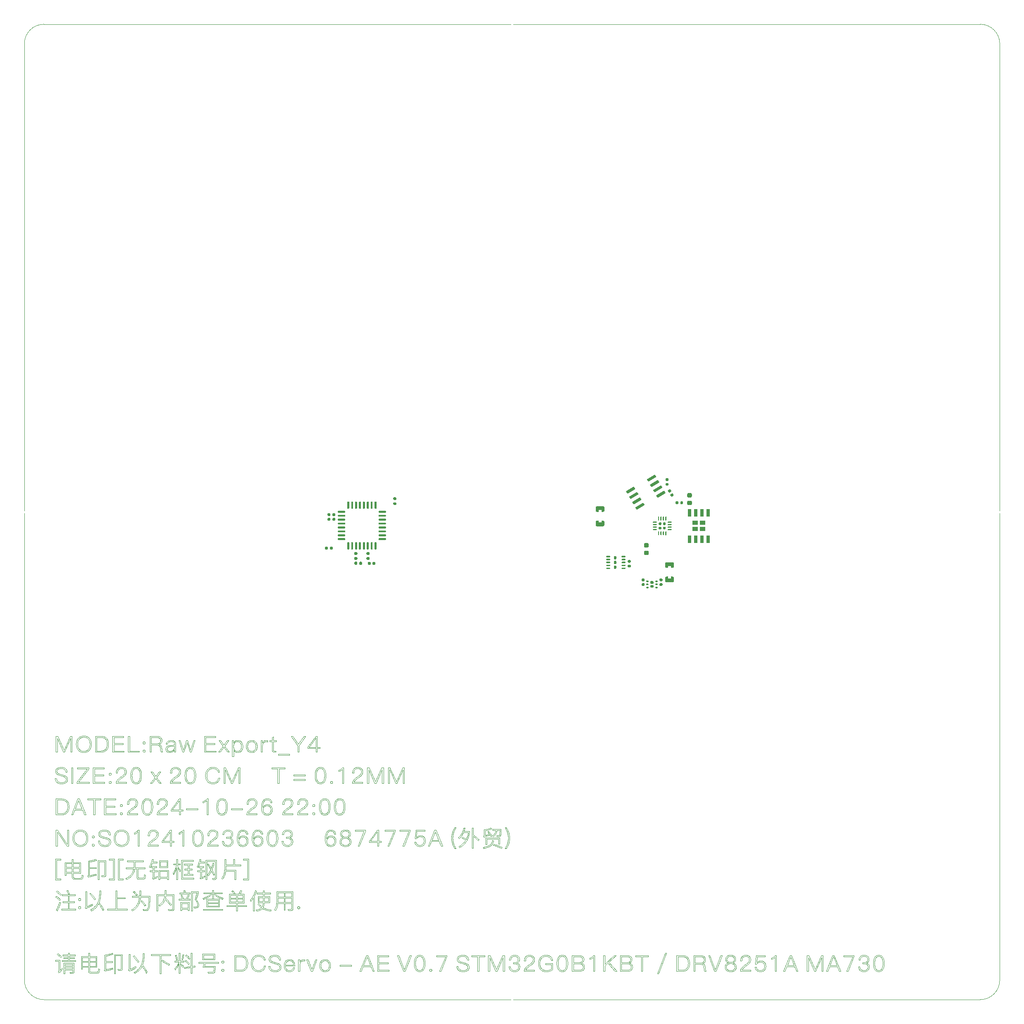
<source format=gbr>
G04 Generated by CircuitCAM Version 4.4*
%FSLAX25Y25*%
%MOIN*%
%ADD10C,0.000000*%
%LNCuttingOutside*%
%LPD*%
G54D10*
X-368282Y-180993D02*
X-366819Y-180993D01*
X-366819Y-180993D01*
X-361764Y-192494D01*
X-361764Y-192494D01*
X-361710Y-192494D01*
X-361710Y-192494D01*
X-356690Y-180993D01*
X-356690Y-180993D01*
X-355228Y-180993D01*
X-355228Y-180993D01*
X-355228Y-193884D01*
X-355228Y-193884D01*
X-356329Y-193884D01*
X-356329Y-193884D01*
X-356329Y-182816D01*
X-356329Y-182816D01*
X-356383Y-182816D01*
X-356383Y-182816D01*
X-361222Y-193884D01*
X-361222Y-193884D01*
X-362287Y-193884D01*
X-362287Y-193884D01*
X-367108Y-182816D01*
X-367108Y-182816D01*
X-367180Y-182816D01*
X-367180Y-182816D01*
X-367180Y-193884D01*
X-367180Y-193884D01*
X-368282Y-193884D01*
X-368282Y-193884D01*
X-368282Y-180993D01*
X-368282Y-180993D01*
X-345810Y-180740D02*
X-345460Y-180748D01*
X-345119Y-180770D01*
X-344788Y-180808D01*
X-344465Y-180862D01*
X-344151Y-180930D01*
X-343846Y-181014D01*
X-343551Y-181113D01*
X-343264Y-181227D01*
X-342987Y-181357D01*
X-342718Y-181502D01*
X-342458Y-181662D01*
X-342208Y-181837D01*
X-341966Y-182027D01*
X-341734Y-182233D01*
X-341510Y-182454D01*
X-341296Y-182690D01*
X-341296Y-182690D01*
X-341106Y-182924D01*
X-340928Y-183167D01*
X-340762Y-183418D01*
X-340609Y-183677D01*
X-340468Y-183945D01*
X-340339Y-184221D01*
X-340222Y-184505D01*
X-340118Y-184798D01*
X-340026Y-185099D01*
X-339946Y-185408D01*
X-339879Y-185726D01*
X-339823Y-186052D01*
X-339780Y-186386D01*
X-339750Y-186728D01*
X-339731Y-187079D01*
X-339725Y-187439D01*
X-339725Y-187439D01*
X-339731Y-187800D01*
X-339750Y-188153D01*
X-339780Y-188497D01*
X-339823Y-188833D01*
X-339879Y-189161D01*
X-339946Y-189480D01*
X-340026Y-189791D01*
X-340118Y-190093D01*
X-340222Y-190386D01*
X-340339Y-190672D01*
X-340468Y-190948D01*
X-340609Y-191217D01*
X-340762Y-191476D01*
X-340928Y-191728D01*
X-341106Y-191971D01*
X-341296Y-192205D01*
X-341296Y-192205D01*
X-341511Y-192439D01*
X-341734Y-192658D01*
X-341967Y-192862D01*
X-342209Y-193050D01*
X-342460Y-193224D01*
X-342720Y-193382D01*
X-342990Y-193526D01*
X-343269Y-193654D01*
X-343556Y-193767D01*
X-343853Y-193865D01*
X-344160Y-193948D01*
X-344475Y-194016D01*
X-344799Y-194069D01*
X-345133Y-194107D01*
X-345476Y-194130D01*
X-345828Y-194137D01*
X-345828Y-194137D01*
X-346182Y-194130D01*
X-346527Y-194107D01*
X-346862Y-194069D01*
X-347188Y-194015D01*
X-347504Y-193947D01*
X-347811Y-193863D01*
X-348108Y-193764D01*
X-348396Y-193650D01*
X-348675Y-193520D01*
X-348944Y-193375D01*
X-349204Y-193215D01*
X-349454Y-193040D01*
X-349694Y-192850D01*
X-349926Y-192644D01*
X-350148Y-192423D01*
X-350360Y-192187D01*
X-350360Y-192187D01*
X-350550Y-191953D01*
X-350728Y-191710D01*
X-350894Y-191459D01*
X-351047Y-191200D01*
X-351188Y-190932D01*
X-351317Y-190656D01*
X-351434Y-190372D01*
X-351538Y-190079D01*
X-351630Y-189778D01*
X-351710Y-189469D01*
X-351777Y-189151D01*
X-351833Y-188825D01*
X-351876Y-188491D01*
X-351906Y-188149D01*
X-351925Y-187798D01*
X-351931Y-187439D01*
X-351931Y-187439D01*
X-351925Y-187079D01*
X-351906Y-186728D01*
X-351876Y-186386D01*
X-351833Y-186052D01*
X-351777Y-185726D01*
X-351710Y-185408D01*
X-351630Y-185099D01*
X-351538Y-184798D01*
X-351434Y-184505D01*
X-351317Y-184221D01*
X-351188Y-183945D01*
X-351047Y-183677D01*
X-350894Y-183418D01*
X-350728Y-183167D01*
X-350550Y-182924D01*
X-350360Y-182690D01*
X-350360Y-182690D01*
X-350145Y-182454D01*
X-349922Y-182233D01*
X-349688Y-182027D01*
X-349446Y-181837D01*
X-349194Y-181662D01*
X-348933Y-181502D01*
X-348663Y-181357D01*
X-348383Y-181227D01*
X-348094Y-181113D01*
X-347796Y-181014D01*
X-347488Y-180930D01*
X-347171Y-180862D01*
X-346845Y-180808D01*
X-346509Y-180770D01*
X-346164Y-180748D01*
X-345810Y-180740D01*
X-345810Y-180740D01*
X-345810Y-181751D02*
X-346102Y-181757D01*
X-346385Y-181776D01*
X-346661Y-181808D01*
X-346929Y-181853D01*
X-347190Y-181910D01*
X-347442Y-181980D01*
X-347686Y-182062D01*
X-347922Y-182157D01*
X-348151Y-182265D01*
X-348372Y-182386D01*
X-348584Y-182519D01*
X-348789Y-182665D01*
X-348986Y-182824D01*
X-349175Y-182995D01*
X-349356Y-183179D01*
X-349529Y-183376D01*
X-349529Y-183376D01*
X-349687Y-183576D01*
X-349834Y-183783D01*
X-349971Y-183997D01*
X-350098Y-184219D01*
X-350215Y-184448D01*
X-350322Y-184684D01*
X-350418Y-184927D01*
X-350504Y-185177D01*
X-350581Y-185435D01*
X-350647Y-185699D01*
X-350702Y-185971D01*
X-350748Y-186250D01*
X-350784Y-186537D01*
X-350809Y-186830D01*
X-350824Y-187131D01*
X-350829Y-187439D01*
X-350829Y-187439D01*
X-350824Y-187753D01*
X-350809Y-188059D01*
X-350784Y-188357D01*
X-350749Y-188647D01*
X-350704Y-188929D01*
X-350649Y-189203D01*
X-350584Y-189469D01*
X-350509Y-189727D01*
X-350424Y-189977D01*
X-350329Y-190219D01*
X-350223Y-190453D01*
X-350108Y-190678D01*
X-349983Y-190896D01*
X-349848Y-191106D01*
X-349703Y-191307D01*
X-349547Y-191501D01*
X-349547Y-191501D01*
X-349374Y-191698D01*
X-349193Y-191882D01*
X-349004Y-192053D01*
X-348807Y-192212D01*
X-348602Y-192358D01*
X-348390Y-192491D01*
X-348169Y-192612D01*
X-347941Y-192720D01*
X-347704Y-192815D01*
X-347460Y-192897D01*
X-347208Y-192967D01*
X-346947Y-193024D01*
X-346679Y-193069D01*
X-346404Y-193101D01*
X-346120Y-193120D01*
X-345828Y-193126D01*
X-345828Y-193126D01*
X-345538Y-193120D01*
X-345257Y-193101D01*
X-344983Y-193070D01*
X-344716Y-193026D01*
X-344458Y-192969D01*
X-344207Y-192900D01*
X-343964Y-192818D01*
X-343729Y-192724D01*
X-343502Y-192618D01*
X-343282Y-192498D01*
X-343070Y-192367D01*
X-342866Y-192222D01*
X-342669Y-192065D01*
X-342481Y-191896D01*
X-342300Y-191714D01*
X-342127Y-191519D01*
X-342127Y-191519D01*
X-341969Y-191321D01*
X-341822Y-191116D01*
X-341685Y-190903D01*
X-341558Y-190682D01*
X-341441Y-190453D01*
X-341334Y-190217D01*
X-341238Y-189974D01*
X-341152Y-189723D01*
X-341075Y-189464D01*
X-341009Y-189197D01*
X-340954Y-188923D01*
X-340908Y-188641D01*
X-340872Y-188352D01*
X-340847Y-188055D01*
X-340832Y-187751D01*
X-340827Y-187439D01*
X-340827Y-187439D01*
X-340832Y-187122D01*
X-340847Y-186814D01*
X-340872Y-186514D01*
X-340908Y-186222D01*
X-340954Y-185938D01*
X-341009Y-185663D01*
X-341075Y-185396D01*
X-341152Y-185136D01*
X-341238Y-184886D01*
X-341334Y-184643D01*
X-341441Y-184408D01*
X-341558Y-184182D01*
X-341685Y-183964D01*
X-341822Y-183754D01*
X-341969Y-183552D01*
X-342127Y-183358D01*
X-342127Y-183358D01*
X-342298Y-183163D01*
X-342476Y-182981D01*
X-342663Y-182812D01*
X-342858Y-182655D01*
X-343060Y-182511D01*
X-343271Y-182379D01*
X-343489Y-182259D01*
X-343716Y-182153D01*
X-343950Y-182059D01*
X-344192Y-181977D01*
X-344442Y-181908D01*
X-344700Y-181851D01*
X-344965Y-181808D01*
X-345239Y-181776D01*
X-345520Y-181757D01*
X-345810Y-181751D01*
X-345810Y-181751D01*
X-336428Y-180993D02*
X-331842Y-180993D01*
X-331842Y-180993D01*
X-331471Y-181000D01*
X-331112Y-181021D01*
X-330764Y-181056D01*
X-330428Y-181106D01*
X-330104Y-181169D01*
X-329791Y-181247D01*
X-329491Y-181338D01*
X-329202Y-181444D01*
X-328924Y-181564D01*
X-328658Y-181698D01*
X-328404Y-181846D01*
X-328162Y-182008D01*
X-327932Y-182185D01*
X-327713Y-182375D01*
X-327506Y-182580D01*
X-327310Y-182798D01*
X-327310Y-182798D01*
X-327142Y-183009D01*
X-326984Y-183230D01*
X-326838Y-183462D01*
X-326702Y-183704D01*
X-326577Y-183957D01*
X-326463Y-184221D01*
X-326360Y-184495D01*
X-326268Y-184780D01*
X-326186Y-185075D01*
X-326115Y-185381D01*
X-326056Y-185698D01*
X-326007Y-186025D01*
X-325969Y-186362D01*
X-325942Y-186710D01*
X-325925Y-187069D01*
X-325920Y-187439D01*
X-325920Y-187439D01*
X-325926Y-187802D01*
X-325944Y-188155D01*
X-325975Y-188499D01*
X-326017Y-188833D01*
X-326072Y-189158D01*
X-326138Y-189473D01*
X-326217Y-189779D01*
X-326308Y-190075D01*
X-326411Y-190361D01*
X-326527Y-190638D01*
X-326654Y-190905D01*
X-326793Y-191163D01*
X-326945Y-191410D01*
X-327109Y-191649D01*
X-327285Y-191878D01*
X-327473Y-192097D01*
X-327473Y-192097D01*
X-327681Y-192313D01*
X-327900Y-192516D01*
X-328130Y-192704D01*
X-328370Y-192879D01*
X-328621Y-193039D01*
X-328882Y-193186D01*
X-329154Y-193319D01*
X-329436Y-193437D01*
X-329729Y-193542D01*
X-330033Y-193633D01*
X-330347Y-193710D01*
X-330672Y-193773D01*
X-331007Y-193822D01*
X-331353Y-193856D01*
X-331710Y-193877D01*
X-332077Y-193884D01*
X-332077Y-193884D01*
X-336428Y-193884D01*
X-336428Y-193884D01*
X-336428Y-180993D01*
X-336428Y-180993D01*
X-335327Y-181968D02*
X-335327Y-192909D01*
X-335327Y-192909D01*
X-332239Y-192909D01*
X-332239Y-192909D01*
X-331921Y-192904D01*
X-331613Y-192887D01*
X-331314Y-192858D01*
X-331025Y-192818D01*
X-330746Y-192767D01*
X-330476Y-192704D01*
X-330215Y-192629D01*
X-329964Y-192544D01*
X-329723Y-192447D01*
X-329492Y-192338D01*
X-329270Y-192218D01*
X-329057Y-192087D01*
X-328854Y-191944D01*
X-328661Y-191790D01*
X-328477Y-191624D01*
X-328303Y-191447D01*
X-328303Y-191447D01*
X-328146Y-191266D01*
X-327999Y-191076D01*
X-327861Y-190877D01*
X-327735Y-190668D01*
X-327618Y-190450D01*
X-327511Y-190223D01*
X-327415Y-189986D01*
X-327328Y-189741D01*
X-327252Y-189485D01*
X-327186Y-189221D01*
X-327130Y-188947D01*
X-327085Y-188664D01*
X-327049Y-188372D01*
X-327024Y-188070D01*
X-327008Y-187759D01*
X-327003Y-187439D01*
X-327003Y-187439D01*
X-327008Y-187105D01*
X-327021Y-186783D01*
X-327043Y-186472D01*
X-327074Y-186171D01*
X-327114Y-185882D01*
X-327163Y-185603D01*
X-327221Y-185335D01*
X-327288Y-185078D01*
X-327363Y-184832D01*
X-327448Y-184596D01*
X-327541Y-184372D01*
X-327643Y-184158D01*
X-327754Y-183955D01*
X-327874Y-183763D01*
X-328003Y-183582D01*
X-328141Y-183412D01*
X-328141Y-183412D01*
X-328300Y-183237D01*
X-328470Y-183074D01*
X-328651Y-182921D01*
X-328843Y-182780D01*
X-329046Y-182650D01*
X-329260Y-182532D01*
X-329485Y-182425D01*
X-329721Y-182329D01*
X-329968Y-182244D01*
X-330226Y-182171D01*
X-330495Y-182109D01*
X-330775Y-182058D01*
X-331066Y-182019D01*
X-331368Y-181990D01*
X-331681Y-181973D01*
X-332005Y-181968D01*
X-332005Y-181968D01*
X-335327Y-181968D01*
X-335327Y-181968D01*
X-322623Y-180993D02*
X-313577Y-180993D01*
X-313577Y-180993D01*
X-313577Y-181968D01*
X-313577Y-181968D01*
X-321522Y-181968D01*
X-321522Y-181968D01*
X-321522Y-186716D01*
X-321522Y-186716D01*
X-314011Y-186716D01*
X-314011Y-186716D01*
X-314011Y-187709D01*
X-314011Y-187709D01*
X-321522Y-187709D01*
X-321522Y-187709D01*
X-321522Y-192909D01*
X-321522Y-192909D01*
X-313270Y-192909D01*
X-313270Y-192909D01*
X-313270Y-193884D01*
X-313270Y-193884D01*
X-322623Y-193884D01*
X-322623Y-193884D01*
X-322623Y-180993D01*
X-322623Y-180993D01*
X-309973Y-180993D02*
X-308872Y-180993D01*
X-308872Y-180993D01*
X-308872Y-192909D01*
X-308872Y-192909D01*
X-301126Y-192909D01*
X-301126Y-192909D01*
X-301126Y-193884D01*
X-301126Y-193884D01*
X-309973Y-193884D01*
X-309973Y-193884D01*
X-309973Y-180993D01*
X-309973Y-180993D01*
X-297179Y-185470D02*
X-297130Y-185471D01*
X-297082Y-185474D01*
X-297035Y-185479D01*
X-296990Y-185486D01*
X-296945Y-185495D01*
X-296902Y-185506D01*
X-296859Y-185519D01*
X-296818Y-185534D01*
X-296778Y-185550D01*
X-296739Y-185569D01*
X-296701Y-185590D01*
X-296665Y-185613D01*
X-296629Y-185637D01*
X-296595Y-185664D01*
X-296561Y-185693D01*
X-296529Y-185723D01*
X-296529Y-185723D01*
X-296496Y-185753D01*
X-296466Y-185785D01*
X-296437Y-185818D01*
X-296411Y-185852D01*
X-296386Y-185888D01*
X-296364Y-185925D01*
X-296344Y-185963D01*
X-296326Y-186003D01*
X-296310Y-186044D01*
X-296296Y-186087D01*
X-296285Y-186131D01*
X-296275Y-186177D01*
X-296268Y-186224D01*
X-296263Y-186272D01*
X-296259Y-186322D01*
X-296258Y-186373D01*
X-296258Y-186373D01*
X-296260Y-186418D01*
X-296263Y-186462D01*
X-296269Y-186506D01*
X-296276Y-186549D01*
X-296287Y-186592D01*
X-296299Y-186634D01*
X-296314Y-186675D01*
X-296331Y-186716D01*
X-296350Y-186757D01*
X-296371Y-186796D01*
X-296395Y-186836D01*
X-296421Y-186874D01*
X-296449Y-186912D01*
X-296480Y-186950D01*
X-296512Y-186987D01*
X-296547Y-187023D01*
X-296547Y-187023D01*
X-296584Y-187054D01*
X-296620Y-187082D01*
X-296658Y-187109D01*
X-296695Y-187134D01*
X-296733Y-187157D01*
X-296772Y-187177D01*
X-296810Y-187196D01*
X-296850Y-187213D01*
X-296889Y-187228D01*
X-296930Y-187240D01*
X-296970Y-187251D01*
X-297011Y-187260D01*
X-297052Y-187267D01*
X-297094Y-187272D01*
X-297137Y-187275D01*
X-297179Y-187276D01*
X-297179Y-187276D01*
X-297228Y-187275D01*
X-297276Y-187272D01*
X-297323Y-187267D01*
X-297369Y-187259D01*
X-297413Y-187250D01*
X-297457Y-187238D01*
X-297499Y-187224D01*
X-297540Y-187208D01*
X-297580Y-187190D01*
X-297619Y-187170D01*
X-297657Y-187148D01*
X-297694Y-187124D01*
X-297729Y-187097D01*
X-297764Y-187069D01*
X-297797Y-187038D01*
X-297829Y-187005D01*
X-297829Y-187005D01*
X-297862Y-186971D01*
X-297893Y-186936D01*
X-297921Y-186900D01*
X-297948Y-186864D01*
X-297972Y-186827D01*
X-297994Y-186789D01*
X-298014Y-186751D01*
X-298032Y-186712D01*
X-298048Y-186672D01*
X-298062Y-186631D01*
X-298074Y-186590D01*
X-298083Y-186548D01*
X-298091Y-186506D01*
X-298096Y-186462D01*
X-298099Y-186418D01*
X-298100Y-186373D01*
X-298100Y-186373D01*
X-298099Y-186322D01*
X-298096Y-186272D01*
X-298091Y-186224D01*
X-298083Y-186177D01*
X-298074Y-186131D01*
X-298062Y-186087D01*
X-298048Y-186044D01*
X-298032Y-186003D01*
X-298014Y-185963D01*
X-297994Y-185925D01*
X-297972Y-185888D01*
X-297948Y-185852D01*
X-297921Y-185818D01*
X-297893Y-185785D01*
X-297862Y-185753D01*
X-297829Y-185723D01*
X-297829Y-185723D01*
X-297799Y-185693D01*
X-297768Y-185664D01*
X-297735Y-185637D01*
X-297701Y-185613D01*
X-297665Y-185590D01*
X-297628Y-185569D01*
X-297589Y-185550D01*
X-297549Y-185534D01*
X-297508Y-185519D01*
X-297465Y-185506D01*
X-297421Y-185495D01*
X-297376Y-185486D01*
X-297329Y-185479D01*
X-297280Y-185474D01*
X-297230Y-185471D01*
X-297179Y-185470D01*
X-297179Y-185470D01*
X-297179Y-192079D02*
X-297130Y-192080D01*
X-297082Y-192083D01*
X-297035Y-192088D01*
X-296990Y-192095D01*
X-296945Y-192104D01*
X-296902Y-192114D01*
X-296859Y-192127D01*
X-296818Y-192142D01*
X-296778Y-192159D01*
X-296739Y-192178D01*
X-296701Y-192198D01*
X-296665Y-192221D01*
X-296629Y-192246D01*
X-296595Y-192272D01*
X-296561Y-192301D01*
X-296529Y-192332D01*
X-296529Y-192332D01*
X-296496Y-192362D01*
X-296466Y-192393D01*
X-296437Y-192426D01*
X-296411Y-192460D01*
X-296386Y-192496D01*
X-296364Y-192533D01*
X-296344Y-192572D01*
X-296326Y-192611D01*
X-296310Y-192653D01*
X-296296Y-192696D01*
X-296285Y-192740D01*
X-296275Y-192785D01*
X-296268Y-192832D01*
X-296263Y-192881D01*
X-296259Y-192930D01*
X-296258Y-192982D01*
X-296258Y-192982D01*
X-296260Y-193026D01*
X-296263Y-193071D01*
X-296269Y-193114D01*
X-296276Y-193158D01*
X-296287Y-193200D01*
X-296299Y-193242D01*
X-296314Y-193284D01*
X-296331Y-193325D01*
X-296350Y-193365D01*
X-296371Y-193405D01*
X-296395Y-193444D01*
X-296421Y-193483D01*
X-296449Y-193521D01*
X-296480Y-193558D01*
X-296512Y-193595D01*
X-296547Y-193632D01*
X-296547Y-193632D01*
X-296584Y-193662D01*
X-296620Y-193691D01*
X-296658Y-193718D01*
X-296695Y-193742D01*
X-296733Y-193765D01*
X-296772Y-193786D01*
X-296810Y-193804D01*
X-296850Y-193821D01*
X-296889Y-193836D01*
X-296930Y-193849D01*
X-296970Y-193860D01*
X-297011Y-193869D01*
X-297052Y-193875D01*
X-297094Y-193880D01*
X-297137Y-193883D01*
X-297179Y-193884D01*
X-297179Y-193884D01*
X-297228Y-193883D01*
X-297276Y-193880D01*
X-297323Y-193875D01*
X-297369Y-193867D01*
X-297413Y-193858D01*
X-297457Y-193846D01*
X-297499Y-193833D01*
X-297540Y-193817D01*
X-297580Y-193799D01*
X-297619Y-193779D01*
X-297657Y-193756D01*
X-297694Y-193732D01*
X-297729Y-193706D01*
X-297764Y-193677D01*
X-297797Y-193646D01*
X-297829Y-193614D01*
X-297829Y-193614D01*
X-297862Y-193579D01*
X-297893Y-193544D01*
X-297921Y-193509D01*
X-297948Y-193472D01*
X-297972Y-193435D01*
X-297994Y-193398D01*
X-298014Y-193359D01*
X-298032Y-193320D01*
X-298048Y-193280D01*
X-298062Y-193240D01*
X-298074Y-193198D01*
X-298083Y-193156D01*
X-298091Y-193114D01*
X-298096Y-193070D01*
X-298099Y-193026D01*
X-298100Y-192982D01*
X-298100Y-192982D01*
X-298099Y-192930D01*
X-298096Y-192881D01*
X-298091Y-192832D01*
X-298083Y-192785D01*
X-298074Y-192740D01*
X-298062Y-192696D01*
X-298048Y-192653D01*
X-298032Y-192611D01*
X-298014Y-192572D01*
X-297994Y-192533D01*
X-297972Y-192496D01*
X-297948Y-192460D01*
X-297921Y-192426D01*
X-297893Y-192393D01*
X-297862Y-192362D01*
X-297829Y-192332D01*
X-297829Y-192332D01*
X-297799Y-192301D01*
X-297768Y-192272D01*
X-297735Y-192246D01*
X-297701Y-192221D01*
X-297665Y-192198D01*
X-297628Y-192178D01*
X-297589Y-192159D01*
X-297549Y-192142D01*
X-297508Y-192127D01*
X-297465Y-192114D01*
X-297421Y-192104D01*
X-297376Y-192095D01*
X-297329Y-192088D01*
X-297280Y-192083D01*
X-297230Y-192080D01*
X-297179Y-192079D01*
X-297179Y-192079D01*
X-292329Y-180993D02*
X-286877Y-180993D01*
X-286877Y-180993D01*
X-286407Y-181007D01*
X-285965Y-181049D01*
X-285550Y-181120D01*
X-285161Y-181218D01*
X-284800Y-181345D01*
X-284466Y-181501D01*
X-284159Y-181684D01*
X-283879Y-181895D01*
X-283879Y-181895D01*
X-283746Y-182016D01*
X-283621Y-182142D01*
X-283505Y-182274D01*
X-283398Y-182412D01*
X-283299Y-182556D01*
X-283208Y-182706D01*
X-283127Y-182862D01*
X-283053Y-183024D01*
X-282989Y-183192D01*
X-282933Y-183365D01*
X-282886Y-183545D01*
X-282847Y-183730D01*
X-282817Y-183922D01*
X-282795Y-184119D01*
X-282782Y-184322D01*
X-282778Y-184532D01*
X-282788Y-184803D01*
X-282816Y-185068D01*
X-282864Y-185325D01*
X-282932Y-185574D01*
X-283018Y-185817D01*
X-283123Y-186052D01*
X-283248Y-186279D01*
X-283392Y-186500D01*
X-283563Y-186707D01*
X-283750Y-186896D01*
X-283953Y-187066D01*
X-284173Y-187217D01*
X-284409Y-187350D01*
X-284662Y-187464D01*
X-284930Y-187560D01*
X-285216Y-187637D01*
X-285216Y-187637D01*
X-285216Y-187673D01*
X-285216Y-187673D01*
X-284979Y-187733D01*
X-284755Y-187805D01*
X-284545Y-187889D01*
X-284349Y-187985D01*
X-284166Y-188092D01*
X-283997Y-188212D01*
X-283841Y-188343D01*
X-283699Y-188486D01*
X-283570Y-188641D01*
X-283455Y-188807D01*
X-283354Y-188986D01*
X-283266Y-189176D01*
X-283191Y-189379D01*
X-283130Y-189593D01*
X-283083Y-189819D01*
X-283049Y-190057D01*
X-283049Y-190057D01*
X-282868Y-191989D01*
X-282868Y-191989D01*
X-282835Y-192283D01*
X-282788Y-192561D01*
X-282729Y-192822D01*
X-282656Y-193067D01*
X-282571Y-193296D01*
X-282472Y-193509D01*
X-282361Y-193705D01*
X-282236Y-193884D01*
X-283446Y-193884D01*
X-283446Y-193884D01*
X-283541Y-193719D01*
X-283627Y-193538D01*
X-283703Y-193342D01*
X-283771Y-193131D01*
X-283830Y-192904D01*
X-283879Y-192662D01*
X-283920Y-192405D01*
X-283952Y-192133D01*
X-283952Y-192133D01*
X-284114Y-190364D01*
X-284114Y-190364D01*
X-284152Y-190076D01*
X-284210Y-189809D01*
X-284289Y-189564D01*
X-284390Y-189339D01*
X-284511Y-189135D01*
X-284652Y-188952D01*
X-284815Y-188790D01*
X-284999Y-188648D01*
X-284999Y-188648D01*
X-285184Y-188534D01*
X-285386Y-188435D01*
X-285606Y-188351D01*
X-285843Y-188283D01*
X-286098Y-188229D01*
X-286370Y-188191D01*
X-286660Y-188168D01*
X-286967Y-188161D01*
X-286967Y-188161D01*
X-291228Y-188161D01*
X-291228Y-188161D01*
X-291228Y-193884D01*
X-291228Y-193884D01*
X-292329Y-193884D01*
X-292329Y-193884D01*
X-292329Y-180993D01*
X-292329Y-180993D01*
X-291228Y-181968D02*
X-291228Y-187186D01*
X-291228Y-187186D01*
X-286985Y-187186D01*
X-286985Y-187186D01*
X-286800Y-187183D01*
X-286621Y-187174D01*
X-286446Y-187160D01*
X-286276Y-187139D01*
X-286112Y-187113D01*
X-285953Y-187082D01*
X-285798Y-187044D01*
X-285649Y-187001D01*
X-285505Y-186952D01*
X-285366Y-186897D01*
X-285232Y-186836D01*
X-285103Y-186769D01*
X-284979Y-186697D01*
X-284860Y-186619D01*
X-284746Y-186535D01*
X-284638Y-186445D01*
X-284638Y-186445D01*
X-284546Y-186356D01*
X-284460Y-186262D01*
X-284380Y-186165D01*
X-284306Y-186064D01*
X-284238Y-185960D01*
X-284176Y-185851D01*
X-284119Y-185739D01*
X-284069Y-185624D01*
X-284025Y-185505D01*
X-283986Y-185382D01*
X-283954Y-185255D01*
X-283927Y-185125D01*
X-283906Y-184991D01*
X-283891Y-184854D01*
X-283882Y-184713D01*
X-283879Y-184568D01*
X-283879Y-184568D01*
X-283882Y-184410D01*
X-283891Y-184257D01*
X-283906Y-184109D01*
X-283926Y-183966D01*
X-283952Y-183828D01*
X-283984Y-183695D01*
X-284021Y-183567D01*
X-284065Y-183444D01*
X-284114Y-183325D01*
X-284169Y-183212D01*
X-284229Y-183104D01*
X-284296Y-183000D01*
X-284368Y-182902D01*
X-284446Y-182808D01*
X-284530Y-182719D01*
X-284620Y-182636D01*
X-284620Y-182636D01*
X-284716Y-182555D01*
X-284819Y-182479D01*
X-284929Y-182409D01*
X-285046Y-182343D01*
X-285171Y-182283D01*
X-285302Y-182229D01*
X-285440Y-182179D01*
X-285586Y-182135D01*
X-285738Y-182096D01*
X-285898Y-182062D01*
X-286064Y-182033D01*
X-286238Y-182009D01*
X-286419Y-181991D01*
X-286606Y-181978D01*
X-286801Y-181970D01*
X-287003Y-181968D01*
X-287003Y-181968D01*
X-291228Y-181968D01*
X-291228Y-181968D01*
X-275347Y-184297D02*
X-275105Y-184301D01*
X-274871Y-184314D01*
X-274645Y-184334D01*
X-274427Y-184363D01*
X-274217Y-184401D01*
X-274015Y-184447D01*
X-273821Y-184501D01*
X-273636Y-184563D01*
X-273458Y-184634D01*
X-273288Y-184713D01*
X-273127Y-184800D01*
X-272973Y-184896D01*
X-272828Y-185000D01*
X-272690Y-185112D01*
X-272561Y-185233D01*
X-272440Y-185362D01*
X-272440Y-185362D01*
X-272339Y-185480D01*
X-272245Y-185603D01*
X-272157Y-185731D01*
X-272076Y-185864D01*
X-272002Y-186003D01*
X-271933Y-186147D01*
X-271872Y-186296D01*
X-271817Y-186450D01*
X-271768Y-186609D01*
X-271726Y-186774D01*
X-271690Y-186944D01*
X-271661Y-187119D01*
X-271638Y-187300D01*
X-271622Y-187485D01*
X-271612Y-187676D01*
X-271609Y-187872D01*
X-271609Y-187872D01*
X-271609Y-193884D01*
X-271609Y-193884D01*
X-272638Y-193884D01*
X-272638Y-193884D01*
X-272638Y-192097D01*
X-272638Y-192097D01*
X-272788Y-192300D01*
X-272950Y-192495D01*
X-273122Y-192682D01*
X-273306Y-192860D01*
X-273501Y-193029D01*
X-273708Y-193190D01*
X-273926Y-193343D01*
X-274155Y-193487D01*
X-274434Y-193640D01*
X-274720Y-193772D01*
X-275014Y-193883D01*
X-275315Y-193975D01*
X-275623Y-194046D01*
X-275939Y-194097D01*
X-276262Y-194127D01*
X-276592Y-194137D01*
X-276927Y-194126D01*
X-277246Y-194093D01*
X-277548Y-194038D01*
X-277834Y-193961D01*
X-278103Y-193862D01*
X-278356Y-193741D01*
X-278593Y-193598D01*
X-278813Y-193433D01*
X-278813Y-193433D01*
X-279012Y-193245D01*
X-279184Y-193041D01*
X-279330Y-192823D01*
X-279450Y-192589D01*
X-279542Y-192340D01*
X-279609Y-192075D01*
X-279649Y-191796D01*
X-279662Y-191501D01*
X-279656Y-191281D01*
X-279639Y-191069D01*
X-279610Y-190865D01*
X-279570Y-190668D01*
X-279519Y-190479D01*
X-279456Y-190298D01*
X-279382Y-190124D01*
X-279296Y-189957D01*
X-279199Y-189799D01*
X-279090Y-189648D01*
X-278971Y-189504D01*
X-278839Y-189368D01*
X-278696Y-189240D01*
X-278542Y-189119D01*
X-278376Y-189006D01*
X-278199Y-188901D01*
X-278199Y-188901D01*
X-278050Y-188820D01*
X-277894Y-188744D01*
X-277732Y-188674D01*
X-277564Y-188609D01*
X-277390Y-188549D01*
X-277210Y-188494D01*
X-277024Y-188444D01*
X-276832Y-188400D01*
X-276633Y-188361D01*
X-276429Y-188327D01*
X-276219Y-188298D01*
X-276002Y-188275D01*
X-275780Y-188256D01*
X-275551Y-188243D01*
X-275316Y-188236D01*
X-275076Y-188233D01*
X-275076Y-188233D01*
X-272692Y-188215D01*
X-272692Y-188215D01*
X-272692Y-187872D01*
X-272692Y-187872D01*
X-272703Y-187550D01*
X-272735Y-187250D01*
X-272788Y-186970D01*
X-272862Y-186711D01*
X-272957Y-186472D01*
X-273073Y-186255D01*
X-273211Y-186058D01*
X-273369Y-185881D01*
X-273549Y-185726D01*
X-273750Y-185591D01*
X-273972Y-185477D01*
X-274216Y-185384D01*
X-274480Y-185311D01*
X-274766Y-185259D01*
X-275073Y-185228D01*
X-275401Y-185218D01*
X-275401Y-185218D01*
X-275704Y-185226D01*
X-275990Y-185250D01*
X-276259Y-185291D01*
X-276511Y-185349D01*
X-276746Y-185422D01*
X-276965Y-185512D01*
X-277166Y-185619D01*
X-277351Y-185741D01*
X-277351Y-185741D01*
X-277539Y-185881D01*
X-277708Y-186039D01*
X-277858Y-186215D01*
X-277987Y-186409D01*
X-278097Y-186622D01*
X-278187Y-186852D01*
X-278257Y-187100D01*
X-278308Y-187366D01*
X-278308Y-187366D01*
X-279373Y-187366D01*
X-279373Y-187366D01*
X-279342Y-187173D01*
X-279305Y-186986D01*
X-279261Y-186805D01*
X-279209Y-186631D01*
X-279151Y-186462D01*
X-279086Y-186300D01*
X-279014Y-186144D01*
X-278935Y-185994D01*
X-278849Y-185850D01*
X-278756Y-185713D01*
X-278657Y-185582D01*
X-278550Y-185457D01*
X-278437Y-185338D01*
X-278316Y-185226D01*
X-278189Y-185119D01*
X-278055Y-185019D01*
X-278055Y-185019D01*
X-277791Y-184850D01*
X-277506Y-184703D01*
X-277200Y-184579D01*
X-276872Y-184477D01*
X-276523Y-184398D01*
X-276152Y-184342D01*
X-275760Y-184308D01*
X-275347Y-184297D01*
X-272692Y-189100D02*
X-275021Y-189118D01*
X-275021Y-189118D01*
X-275239Y-189121D01*
X-275450Y-189129D01*
X-275654Y-189142D01*
X-275851Y-189159D01*
X-276041Y-189180D01*
X-276224Y-189206D01*
X-276400Y-189237D01*
X-276570Y-189272D01*
X-276732Y-189312D01*
X-276888Y-189356D01*
X-277036Y-189405D01*
X-277178Y-189459D01*
X-277313Y-189517D01*
X-277441Y-189579D01*
X-277562Y-189646D01*
X-277676Y-189718D01*
X-277783Y-189794D01*
X-277883Y-189875D01*
X-277976Y-189960D01*
X-278063Y-190050D01*
X-278142Y-190144D01*
X-278215Y-190243D01*
X-278280Y-190347D01*
X-278339Y-190455D01*
X-278391Y-190568D01*
X-278436Y-190685D01*
X-278474Y-190806D01*
X-278505Y-190933D01*
X-278529Y-191063D01*
X-278547Y-191199D01*
X-278557Y-191339D01*
X-278560Y-191483D01*
X-278558Y-191579D01*
X-278551Y-191673D01*
X-278539Y-191764D01*
X-278523Y-191853D01*
X-278502Y-191940D01*
X-278477Y-192025D01*
X-278446Y-192107D01*
X-278411Y-192187D01*
X-278372Y-192265D01*
X-278328Y-192341D01*
X-278279Y-192414D01*
X-278225Y-192485D01*
X-278167Y-192554D01*
X-278104Y-192621D01*
X-278037Y-192685D01*
X-277965Y-192747D01*
X-277965Y-192747D01*
X-277891Y-192806D01*
X-277813Y-192861D01*
X-277733Y-192913D01*
X-277649Y-192960D01*
X-277561Y-193004D01*
X-277470Y-193044D01*
X-277376Y-193080D01*
X-277278Y-193113D01*
X-277177Y-193141D01*
X-277073Y-193166D01*
X-276965Y-193187D01*
X-276854Y-193204D01*
X-276740Y-193217D01*
X-276622Y-193227D01*
X-276500Y-193232D01*
X-276376Y-193234D01*
X-276376Y-193234D01*
X-276194Y-193231D01*
X-276015Y-193219D01*
X-275839Y-193200D01*
X-275665Y-193173D01*
X-275493Y-193139D01*
X-275325Y-193097D01*
X-275158Y-193048D01*
X-274994Y-192991D01*
X-274833Y-192926D01*
X-274674Y-192853D01*
X-274518Y-192774D01*
X-274365Y-192686D01*
X-274214Y-192591D01*
X-274065Y-192488D01*
X-273919Y-192377D01*
X-273776Y-192259D01*
X-273776Y-192259D01*
X-273644Y-192139D01*
X-273522Y-192018D01*
X-273408Y-191895D01*
X-273302Y-191771D01*
X-273204Y-191645D01*
X-273115Y-191519D01*
X-273035Y-191391D01*
X-272963Y-191262D01*
X-272900Y-191131D01*
X-272845Y-191000D01*
X-272798Y-190867D01*
X-272760Y-190733D01*
X-272730Y-190597D01*
X-272709Y-190460D01*
X-272697Y-190322D01*
X-272692Y-190183D01*
X-272692Y-190183D01*
X-272692Y-189100D01*
X-272692Y-189100D01*
X-269179Y-184550D02*
X-267969Y-184550D01*
X-267969Y-184550D01*
X-265441Y-192494D01*
X-265441Y-192494D01*
X-263094Y-184550D01*
X-263094Y-184550D01*
X-262047Y-184550D01*
X-262047Y-184550D01*
X-259700Y-192494D01*
X-259700Y-192494D01*
X-257154Y-184550D01*
X-257154Y-184550D01*
X-255962Y-184550D01*
X-255962Y-184550D01*
X-259158Y-193884D01*
X-259158Y-193884D01*
X-260205Y-193884D01*
X-260205Y-193884D01*
X-262552Y-185958D01*
X-262552Y-185958D01*
X-264936Y-193884D01*
X-264936Y-193884D01*
X-265965Y-193884D01*
X-265965Y-193884D01*
X-269179Y-184550D01*
X-269179Y-184550D01*
X-248541Y-180993D02*
X-239495Y-180993D01*
X-239495Y-180993D01*
X-239495Y-181968D01*
X-239495Y-181968D01*
X-247440Y-181968D01*
X-247440Y-181968D01*
X-247440Y-186716D01*
X-247440Y-186716D01*
X-239929Y-186716D01*
X-239929Y-186716D01*
X-239929Y-187709D01*
X-239929Y-187709D01*
X-247440Y-187709D01*
X-247440Y-187709D01*
X-247440Y-192909D01*
X-247440Y-192909D01*
X-239188Y-192909D01*
X-239188Y-192909D01*
X-239188Y-193884D01*
X-239188Y-193884D01*
X-248541Y-193884D01*
X-248541Y-193884D01*
X-248541Y-180993D01*
X-248541Y-180993D01*
X-236722Y-184550D02*
X-235422Y-184550D01*
X-235422Y-184550D01*
X-232750Y-188143D01*
X-232750Y-188143D01*
X-230078Y-184550D01*
X-230078Y-184550D01*
X-228796Y-184550D01*
X-228796Y-184550D01*
X-232136Y-188955D01*
X-232136Y-188955D01*
X-228399Y-193884D01*
X-228399Y-193884D01*
X-229699Y-193884D01*
X-229699Y-193884D01*
X-232750Y-189768D01*
X-232750Y-189768D01*
X-235819Y-193884D01*
X-235819Y-193884D01*
X-237119Y-193884D01*
X-237119Y-193884D01*
X-233364Y-188955D01*
X-233364Y-188955D01*
X-236722Y-184550D01*
X-236722Y-184550D01*
X-221653Y-184297D02*
X-221408Y-184303D01*
X-221169Y-184320D01*
X-220937Y-184350D01*
X-220712Y-184391D01*
X-220493Y-184443D01*
X-220280Y-184508D01*
X-220074Y-184584D01*
X-219875Y-184672D01*
X-219681Y-184771D01*
X-219495Y-184882D01*
X-219315Y-185005D01*
X-219141Y-185140D01*
X-218974Y-185286D01*
X-218813Y-185444D01*
X-218659Y-185614D01*
X-218511Y-185795D01*
X-218511Y-185795D01*
X-218387Y-185968D01*
X-218270Y-186146D01*
X-218162Y-186329D01*
X-218061Y-186519D01*
X-217969Y-186714D01*
X-217884Y-186915D01*
X-217808Y-187122D01*
X-217739Y-187335D01*
X-217679Y-187553D01*
X-217627Y-187777D01*
X-217583Y-188007D01*
X-217546Y-188243D01*
X-217518Y-188485D01*
X-217498Y-188732D01*
X-217486Y-188985D01*
X-217482Y-189244D01*
X-217482Y-189244D01*
X-217498Y-189744D01*
X-217545Y-190222D01*
X-217624Y-190680D01*
X-217735Y-191117D01*
X-217877Y-191533D01*
X-218051Y-191929D01*
X-218256Y-192303D01*
X-218493Y-192657D01*
X-218493Y-192657D01*
X-218641Y-192836D01*
X-218795Y-193004D01*
X-218955Y-193160D01*
X-219122Y-193304D01*
X-219295Y-193437D01*
X-219474Y-193559D01*
X-219660Y-193669D01*
X-219852Y-193767D01*
X-220050Y-193854D01*
X-220255Y-193929D01*
X-220466Y-193993D01*
X-220684Y-194045D01*
X-220907Y-194085D01*
X-221138Y-194114D01*
X-221374Y-194131D01*
X-221617Y-194137D01*
X-221617Y-194137D01*
X-221892Y-194129D01*
X-222158Y-194103D01*
X-222414Y-194060D01*
X-222661Y-193999D01*
X-222898Y-193922D01*
X-223126Y-193827D01*
X-223344Y-193716D01*
X-223553Y-193586D01*
X-223753Y-193440D01*
X-223943Y-193277D01*
X-224124Y-193096D01*
X-224295Y-192898D01*
X-224456Y-192683D01*
X-224609Y-192451D01*
X-224752Y-192201D01*
X-224885Y-191934D01*
X-224885Y-191934D01*
X-224885Y-197459D01*
X-224885Y-197459D01*
X-225968Y-197459D01*
X-225968Y-197459D01*
X-225968Y-184550D01*
X-225968Y-184550D01*
X-224939Y-184550D01*
X-224939Y-184550D01*
X-224939Y-186391D01*
X-224939Y-186391D01*
X-224806Y-186138D01*
X-224663Y-185900D01*
X-224510Y-185680D01*
X-224348Y-185475D01*
X-224176Y-185287D01*
X-223995Y-185115D01*
X-223804Y-184960D01*
X-223603Y-184820D01*
X-223393Y-184698D01*
X-223173Y-184591D01*
X-222944Y-184501D01*
X-222705Y-184428D01*
X-222456Y-184371D01*
X-222198Y-184330D01*
X-221930Y-184305D01*
X-221653Y-184297D01*
X-221653Y-184297D01*
X-221779Y-185218D02*
X-221966Y-185222D01*
X-222148Y-185236D01*
X-222325Y-185260D01*
X-222496Y-185292D01*
X-222662Y-185334D01*
X-222823Y-185385D01*
X-222979Y-185446D01*
X-223129Y-185516D01*
X-223274Y-185595D01*
X-223414Y-185683D01*
X-223549Y-185781D01*
X-223679Y-185888D01*
X-223803Y-186004D01*
X-223922Y-186130D01*
X-224036Y-186265D01*
X-224145Y-186409D01*
X-224239Y-186543D01*
X-224327Y-186682D01*
X-224409Y-186826D01*
X-224484Y-186975D01*
X-224554Y-187129D01*
X-224618Y-187289D01*
X-224675Y-187454D01*
X-224727Y-187624D01*
X-224772Y-187799D01*
X-224812Y-187979D01*
X-224845Y-188165D01*
X-224873Y-188356D01*
X-224894Y-188552D01*
X-224909Y-188754D01*
X-224918Y-188960D01*
X-224921Y-189172D01*
X-224921Y-189370D01*
X-224921Y-189370D01*
X-224918Y-189580D01*
X-224908Y-189785D01*
X-224892Y-189985D01*
X-224869Y-190180D01*
X-224840Y-190370D01*
X-224804Y-190555D01*
X-224762Y-190735D01*
X-224713Y-190910D01*
X-224658Y-191080D01*
X-224597Y-191245D01*
X-224528Y-191405D01*
X-224454Y-191561D01*
X-224373Y-191711D01*
X-224285Y-191857D01*
X-224191Y-191997D01*
X-224091Y-192133D01*
X-224091Y-192133D01*
X-223982Y-192264D01*
X-223869Y-192387D01*
X-223752Y-192501D01*
X-223630Y-192607D01*
X-223504Y-192704D01*
X-223373Y-192793D01*
X-223237Y-192874D01*
X-223097Y-192945D01*
X-222953Y-193009D01*
X-222804Y-193064D01*
X-222651Y-193111D01*
X-222493Y-193149D01*
X-222330Y-193178D01*
X-222163Y-193199D01*
X-221992Y-193212D01*
X-221816Y-193216D01*
X-221816Y-193216D01*
X-221622Y-193212D01*
X-221434Y-193198D01*
X-221251Y-193176D01*
X-221073Y-193144D01*
X-220901Y-193103D01*
X-220734Y-193054D01*
X-220572Y-192995D01*
X-220416Y-192927D01*
X-220265Y-192851D01*
X-220120Y-192765D01*
X-219980Y-192670D01*
X-219845Y-192566D01*
X-219716Y-192453D01*
X-219592Y-192332D01*
X-219473Y-192201D01*
X-219360Y-192061D01*
X-219360Y-192061D01*
X-219268Y-191925D01*
X-219182Y-191784D01*
X-219102Y-191637D01*
X-219028Y-191485D01*
X-218960Y-191328D01*
X-218898Y-191165D01*
X-218842Y-190997D01*
X-218791Y-190824D01*
X-218747Y-190645D01*
X-218708Y-190461D01*
X-218676Y-190272D01*
X-218649Y-190077D01*
X-218628Y-189877D01*
X-218613Y-189671D01*
X-218605Y-189460D01*
X-218602Y-189244D01*
X-218602Y-189244D01*
X-218604Y-189028D01*
X-218613Y-188817D01*
X-218628Y-188611D01*
X-218648Y-188411D01*
X-218674Y-188216D01*
X-218706Y-188027D01*
X-218743Y-187843D01*
X-218787Y-187664D01*
X-218836Y-187491D01*
X-218891Y-187323D01*
X-218952Y-187160D01*
X-219018Y-187003D01*
X-219090Y-186851D01*
X-219168Y-186704D01*
X-219252Y-186563D01*
X-219342Y-186427D01*
X-219342Y-186427D01*
X-219453Y-186281D01*
X-219570Y-186144D01*
X-219692Y-186016D01*
X-219819Y-185898D01*
X-219952Y-185789D01*
X-220091Y-185690D01*
X-220235Y-185600D01*
X-220385Y-185520D01*
X-220540Y-185449D01*
X-220700Y-185388D01*
X-220866Y-185336D01*
X-221038Y-185293D01*
X-221215Y-185260D01*
X-221398Y-185237D01*
X-221586Y-185222D01*
X-221779Y-185218D01*
X-221779Y-185218D01*
X-210285Y-184297D02*
X-210031Y-184303D01*
X-209783Y-184320D01*
X-209542Y-184349D01*
X-209307Y-184389D01*
X-209078Y-184441D01*
X-208856Y-184505D01*
X-208640Y-184580D01*
X-208430Y-184667D01*
X-208227Y-184765D01*
X-208030Y-184875D01*
X-207839Y-184997D01*
X-207655Y-185130D01*
X-207477Y-185274D01*
X-207305Y-185430D01*
X-207140Y-185598D01*
X-206981Y-185777D01*
X-206981Y-185777D01*
X-206843Y-185952D01*
X-206714Y-186131D01*
X-206595Y-186317D01*
X-206483Y-186508D01*
X-206381Y-186704D01*
X-206288Y-186906D01*
X-206204Y-187113D01*
X-206128Y-187326D01*
X-206061Y-187544D01*
X-206004Y-187768D01*
X-205955Y-187997D01*
X-205915Y-188232D01*
X-205884Y-188472D01*
X-205861Y-188718D01*
X-205848Y-188969D01*
X-205844Y-189226D01*
X-205844Y-189226D01*
X-205848Y-189479D01*
X-205861Y-189726D01*
X-205884Y-189968D01*
X-205915Y-190206D01*
X-205955Y-190438D01*
X-206004Y-190665D01*
X-206061Y-190887D01*
X-206128Y-191104D01*
X-206204Y-191316D01*
X-206288Y-191522D01*
X-206381Y-191724D01*
X-206483Y-191921D01*
X-206595Y-192112D01*
X-206714Y-192299D01*
X-206843Y-192480D01*
X-206981Y-192657D01*
X-206981Y-192657D01*
X-207142Y-192836D01*
X-207309Y-193004D01*
X-207482Y-193160D01*
X-207662Y-193304D01*
X-207847Y-193437D01*
X-208038Y-193559D01*
X-208236Y-193669D01*
X-208439Y-193767D01*
X-208649Y-193854D01*
X-208864Y-193929D01*
X-209086Y-193993D01*
X-209314Y-194045D01*
X-209547Y-194085D01*
X-209787Y-194114D01*
X-210033Y-194131D01*
X-210285Y-194137D01*
X-210285Y-194137D01*
X-210537Y-194131D01*
X-210783Y-194114D01*
X-211023Y-194085D01*
X-211257Y-194045D01*
X-211485Y-193993D01*
X-211706Y-193929D01*
X-211922Y-193854D01*
X-212131Y-193767D01*
X-212335Y-193669D01*
X-212532Y-193559D01*
X-212724Y-193437D01*
X-212909Y-193304D01*
X-213088Y-193160D01*
X-213261Y-193004D01*
X-213428Y-192836D01*
X-213589Y-192657D01*
X-213589Y-192657D01*
X-213727Y-192480D01*
X-213856Y-192299D01*
X-213976Y-192112D01*
X-214087Y-191921D01*
X-214189Y-191724D01*
X-214283Y-191522D01*
X-214367Y-191316D01*
X-214443Y-191104D01*
X-214509Y-190887D01*
X-214567Y-190665D01*
X-214616Y-190438D01*
X-214656Y-190206D01*
X-214687Y-189968D01*
X-214709Y-189726D01*
X-214722Y-189479D01*
X-214727Y-189226D01*
X-214727Y-189226D01*
X-214722Y-188969D01*
X-214709Y-188718D01*
X-214686Y-188472D01*
X-214655Y-188232D01*
X-214614Y-187997D01*
X-214564Y-187768D01*
X-214506Y-187544D01*
X-214438Y-187326D01*
X-214361Y-187113D01*
X-214276Y-186906D01*
X-214181Y-186704D01*
X-214077Y-186508D01*
X-213964Y-186317D01*
X-213842Y-186131D01*
X-213711Y-185952D01*
X-213571Y-185777D01*
X-213571Y-185777D01*
X-213417Y-185598D01*
X-213255Y-185430D01*
X-213087Y-185274D01*
X-212912Y-185130D01*
X-212731Y-184997D01*
X-212542Y-184875D01*
X-212347Y-184765D01*
X-212145Y-184667D01*
X-211936Y-184580D01*
X-211721Y-184505D01*
X-211498Y-184441D01*
X-211269Y-184389D01*
X-211033Y-184349D01*
X-210791Y-184320D01*
X-210541Y-184303D01*
X-210285Y-184297D01*
X-210285Y-184297D01*
X-210285Y-185236D02*
X-210483Y-185241D01*
X-210676Y-185255D01*
X-210863Y-185279D01*
X-211045Y-185312D01*
X-211221Y-185356D01*
X-211391Y-185408D01*
X-211557Y-185471D01*
X-211716Y-185543D01*
X-211870Y-185624D01*
X-212019Y-185715D01*
X-212162Y-185816D01*
X-212300Y-185926D01*
X-212432Y-186046D01*
X-212558Y-186176D01*
X-212679Y-186315D01*
X-212795Y-186464D01*
X-212795Y-186464D01*
X-212896Y-186599D01*
X-212990Y-186740D01*
X-213077Y-186885D01*
X-213158Y-187036D01*
X-213233Y-187191D01*
X-213301Y-187351D01*
X-213363Y-187517D01*
X-213418Y-187687D01*
X-213467Y-187862D01*
X-213509Y-188042D01*
X-213544Y-188227D01*
X-213574Y-188417D01*
X-213596Y-188612D01*
X-213613Y-188812D01*
X-213622Y-189016D01*
X-213626Y-189226D01*
X-213626Y-189226D01*
X-213622Y-189434D01*
X-213613Y-189636D01*
X-213596Y-189834D01*
X-213574Y-190027D01*
X-213544Y-190216D01*
X-213509Y-190399D01*
X-213467Y-190578D01*
X-213418Y-190752D01*
X-213363Y-190921D01*
X-213301Y-191085D01*
X-213233Y-191245D01*
X-213158Y-191399D01*
X-213077Y-191549D01*
X-212990Y-191695D01*
X-212896Y-191835D01*
X-212795Y-191970D01*
X-212795Y-191970D01*
X-212677Y-192119D01*
X-212554Y-192258D01*
X-212426Y-192388D01*
X-212293Y-192508D01*
X-212154Y-192618D01*
X-212010Y-192719D01*
X-211861Y-192810D01*
X-211707Y-192891D01*
X-211548Y-192963D01*
X-211383Y-193026D01*
X-211213Y-193078D01*
X-211038Y-193122D01*
X-210858Y-193155D01*
X-210672Y-193179D01*
X-210481Y-193193D01*
X-210285Y-193198D01*
X-210285Y-193198D01*
X-210087Y-193193D01*
X-209894Y-193179D01*
X-209707Y-193155D01*
X-209525Y-193122D01*
X-209348Y-193078D01*
X-209177Y-193026D01*
X-209010Y-192963D01*
X-208850Y-192891D01*
X-208695Y-192810D01*
X-208545Y-192719D01*
X-208400Y-192618D01*
X-208261Y-192508D01*
X-208127Y-192388D01*
X-207998Y-192258D01*
X-207875Y-192119D01*
X-207757Y-191970D01*
X-207757Y-191970D01*
X-207657Y-191826D01*
X-207563Y-191679D01*
X-207475Y-191527D01*
X-207394Y-191372D01*
X-207319Y-191214D01*
X-207251Y-191051D01*
X-207190Y-190885D01*
X-207135Y-190716D01*
X-207086Y-190542D01*
X-207044Y-190365D01*
X-207008Y-190185D01*
X-206979Y-190000D01*
X-206956Y-189812D01*
X-206940Y-189620D01*
X-206930Y-189425D01*
X-206927Y-189226D01*
X-206927Y-189226D01*
X-206930Y-189021D01*
X-206940Y-188819D01*
X-206956Y-188623D01*
X-206979Y-188430D01*
X-207008Y-188242D01*
X-207044Y-188059D01*
X-207086Y-187880D01*
X-207135Y-187705D01*
X-207190Y-187534D01*
X-207251Y-187368D01*
X-207319Y-187207D01*
X-207394Y-187049D01*
X-207475Y-186896D01*
X-207563Y-186748D01*
X-207657Y-186603D01*
X-207757Y-186464D01*
X-207757Y-186464D01*
X-207873Y-186315D01*
X-207994Y-186176D01*
X-208121Y-186046D01*
X-208254Y-185926D01*
X-208392Y-185816D01*
X-208536Y-185715D01*
X-208686Y-185624D01*
X-208841Y-185543D01*
X-209002Y-185471D01*
X-209168Y-185408D01*
X-209340Y-185356D01*
X-209518Y-185312D01*
X-209701Y-185279D01*
X-209890Y-185255D01*
X-210085Y-185241D01*
X-210285Y-185236D01*
X-210285Y-185236D01*
X-198809Y-184297D02*
X-198598Y-184300D01*
X-198400Y-184309D01*
X-198212Y-184325D01*
X-198037Y-184347D01*
X-197874Y-184374D01*
X-197722Y-184409D01*
X-197583Y-184449D01*
X-197455Y-184495D01*
X-197455Y-184495D01*
X-197455Y-185597D01*
X-197455Y-185597D01*
X-197795Y-185510D01*
X-198146Y-185448D01*
X-198508Y-185411D01*
X-198881Y-185398D01*
X-198881Y-185398D01*
X-199040Y-185403D01*
X-199193Y-185416D01*
X-199343Y-185438D01*
X-199489Y-185468D01*
X-199630Y-185508D01*
X-199767Y-185556D01*
X-199899Y-185613D01*
X-200028Y-185678D01*
X-200152Y-185752D01*
X-200272Y-185836D01*
X-200388Y-185927D01*
X-200500Y-186028D01*
X-200607Y-186137D01*
X-200710Y-186255D01*
X-200809Y-186382D01*
X-200904Y-186518D01*
X-200904Y-186518D01*
X-201077Y-186777D01*
X-201227Y-187049D01*
X-201355Y-187334D01*
X-201459Y-187633D01*
X-201540Y-187944D01*
X-201598Y-188268D01*
X-201632Y-188605D01*
X-201644Y-188955D01*
X-201644Y-188955D01*
X-201644Y-193884D01*
X-201644Y-193884D01*
X-202727Y-193884D01*
X-202727Y-193884D01*
X-202727Y-184550D01*
X-202727Y-184550D01*
X-201644Y-184550D01*
X-201644Y-184550D01*
X-201644Y-186337D01*
X-201644Y-186337D01*
X-201545Y-186122D01*
X-201437Y-185918D01*
X-201321Y-185727D01*
X-201197Y-185547D01*
X-201064Y-185379D01*
X-200923Y-185223D01*
X-200773Y-185079D01*
X-200615Y-184947D01*
X-200615Y-184947D01*
X-200421Y-184795D01*
X-200218Y-184662D01*
X-200005Y-184551D01*
X-199784Y-184459D01*
X-199554Y-184388D01*
X-199315Y-184338D01*
X-199066Y-184307D01*
X-198809Y-184297D01*
X-198809Y-184297D01*
X-192768Y-181534D02*
X-192768Y-184550D01*
X-192768Y-184550D01*
X-190330Y-184550D01*
X-190330Y-184550D01*
X-190330Y-185489D01*
X-190330Y-185489D01*
X-192768Y-185489D01*
X-192768Y-185489D01*
X-192768Y-191808D01*
X-192768Y-191808D01*
X-192764Y-191956D01*
X-192754Y-192093D01*
X-192737Y-192220D01*
X-192714Y-192336D01*
X-192683Y-192441D01*
X-192646Y-192536D01*
X-192602Y-192620D01*
X-192551Y-192693D01*
X-192491Y-192752D01*
X-192419Y-192803D01*
X-192335Y-192847D01*
X-192240Y-192882D01*
X-192132Y-192910D01*
X-192013Y-192930D01*
X-191882Y-192942D01*
X-191739Y-192945D01*
X-191739Y-192945D01*
X-190565Y-192945D01*
X-190565Y-192945D01*
X-190565Y-193884D01*
X-190565Y-193884D01*
X-191883Y-193884D01*
X-191883Y-193884D01*
X-192144Y-193876D01*
X-192386Y-193849D01*
X-192609Y-193806D01*
X-192813Y-193744D01*
X-192997Y-193666D01*
X-193163Y-193570D01*
X-193309Y-193456D01*
X-193436Y-193325D01*
X-193436Y-193325D01*
X-193533Y-193198D01*
X-193618Y-193054D01*
X-193689Y-192891D01*
X-193747Y-192711D01*
X-193793Y-192512D01*
X-193825Y-192295D01*
X-193845Y-192061D01*
X-193851Y-191808D01*
X-193851Y-191808D01*
X-193851Y-185489D01*
X-193851Y-185489D01*
X-195837Y-185489D01*
X-195837Y-185489D01*
X-195837Y-184550D01*
X-195837Y-184550D01*
X-193851Y-184550D01*
X-193851Y-184550D01*
X-193851Y-181986D01*
X-193851Y-181986D01*
X-192768Y-181534D01*
X-192768Y-181534D01*
X-188622Y-195473D02*
X-179594Y-195473D01*
X-179594Y-195473D01*
X-179594Y-196412D01*
X-179594Y-196412D01*
X-188622Y-196412D01*
X-188622Y-196412D01*
X-188622Y-195473D01*
X-188622Y-195473D01*
X-178302Y-180993D02*
X-176948Y-180993D01*
X-176948Y-180993D01*
X-172560Y-187547D01*
X-172560Y-187547D01*
X-168191Y-180993D01*
X-168191Y-180993D01*
X-166836Y-180993D01*
X-166836Y-180993D01*
X-172018Y-188576D01*
X-172018Y-188576D01*
X-172018Y-193884D01*
X-172018Y-193884D01*
X-173120Y-193884D01*
X-173120Y-193884D01*
X-173120Y-188576D01*
X-173120Y-188576D01*
X-178302Y-180993D01*
X-178302Y-180993D01*
X-158430Y-180993D02*
X-157365Y-180993D01*
X-157365Y-180993D01*
X-157365Y-189948D01*
X-157365Y-189948D01*
X-155180Y-189948D01*
X-155180Y-189948D01*
X-155180Y-190869D01*
X-155180Y-190869D01*
X-157365Y-190869D01*
X-157365Y-190869D01*
X-157365Y-193884D01*
X-157365Y-193884D01*
X-158430Y-193884D01*
X-158430Y-193884D01*
X-158430Y-190869D01*
X-158430Y-190869D01*
X-165074Y-190869D01*
X-165074Y-190869D01*
X-165074Y-189804D01*
X-165074Y-189804D01*
X-158430Y-180993D01*
X-158430Y-180993D01*
X-158484Y-182491D02*
X-164081Y-189948D01*
X-164081Y-189948D01*
X-158430Y-189948D01*
X-158430Y-189948D01*
X-158430Y-182491D01*
X-158430Y-182491D01*
X-158484Y-182491D01*
X-158484Y-182491D01*
X-364075Y-206018D02*
X-363814Y-206022D01*
X-363560Y-206034D01*
X-363313Y-206054D01*
X-363073Y-206082D01*
X-362839Y-206118D01*
X-362612Y-206162D01*
X-362392Y-206215D01*
X-362179Y-206275D01*
X-361973Y-206343D01*
X-361773Y-206420D01*
X-361580Y-206504D01*
X-361394Y-206597D01*
X-361214Y-206697D01*
X-361042Y-206806D01*
X-360876Y-206922D01*
X-360717Y-207047D01*
X-360561Y-207179D01*
X-360414Y-207319D01*
X-360275Y-207467D01*
X-360146Y-207622D01*
X-360025Y-207785D01*
X-359913Y-207956D01*
X-359809Y-208134D01*
X-359715Y-208320D01*
X-359629Y-208513D01*
X-359551Y-208714D01*
X-359483Y-208923D01*
X-359423Y-209139D01*
X-359372Y-209363D01*
X-359330Y-209594D01*
X-359297Y-209834D01*
X-359272Y-210080D01*
X-359272Y-210080D01*
X-360374Y-210080D01*
X-360374Y-210080D01*
X-360439Y-209717D01*
X-360526Y-209375D01*
X-360635Y-209055D01*
X-360766Y-208758D01*
X-360919Y-208482D01*
X-361095Y-208228D01*
X-361292Y-207997D01*
X-361511Y-207787D01*
X-361749Y-207605D01*
X-362012Y-207447D01*
X-362300Y-207314D01*
X-362612Y-207205D01*
X-362950Y-207120D01*
X-363312Y-207059D01*
X-363699Y-207023D01*
X-364111Y-207011D01*
X-364111Y-207011D01*
X-364489Y-207019D01*
X-364847Y-207045D01*
X-365184Y-207087D01*
X-365501Y-207146D01*
X-365798Y-207222D01*
X-366075Y-207315D01*
X-366331Y-207425D01*
X-366567Y-207552D01*
X-366804Y-207707D01*
X-367009Y-207883D01*
X-367183Y-208080D01*
X-367325Y-208297D01*
X-367436Y-208536D01*
X-367515Y-208795D01*
X-367562Y-209075D01*
X-367578Y-209376D01*
X-367578Y-209376D01*
X-367559Y-209636D01*
X-367502Y-209883D01*
X-367408Y-210117D01*
X-367275Y-210338D01*
X-367105Y-210545D01*
X-366897Y-210740D01*
X-366652Y-210922D01*
X-366368Y-211091D01*
X-366368Y-211091D01*
X-366187Y-211171D01*
X-365970Y-211258D01*
X-365715Y-211352D01*
X-365425Y-211452D01*
X-365097Y-211560D01*
X-364733Y-211674D01*
X-364332Y-211794D01*
X-363894Y-211922D01*
X-363894Y-211922D01*
X-363587Y-212011D01*
X-363293Y-212099D01*
X-363013Y-212185D01*
X-362746Y-212269D01*
X-362492Y-212352D01*
X-362251Y-212433D01*
X-362023Y-212512D01*
X-361809Y-212590D01*
X-361608Y-212666D01*
X-361420Y-212740D01*
X-361246Y-212813D01*
X-361084Y-212883D01*
X-360937Y-212952D01*
X-360802Y-213020D01*
X-360680Y-213086D01*
X-360572Y-213150D01*
X-360572Y-213150D01*
X-360378Y-213272D01*
X-360196Y-213401D01*
X-360026Y-213536D01*
X-359869Y-213678D01*
X-359725Y-213825D01*
X-359593Y-213979D01*
X-359474Y-214139D01*
X-359367Y-214305D01*
X-359273Y-214478D01*
X-359191Y-214656D01*
X-359122Y-214841D01*
X-359066Y-215032D01*
X-359022Y-215229D01*
X-358990Y-215433D01*
X-358971Y-215642D01*
X-358965Y-215858D01*
X-358965Y-215858D01*
X-358971Y-216063D01*
X-358987Y-216263D01*
X-359014Y-216457D01*
X-359052Y-216646D01*
X-359101Y-216829D01*
X-359161Y-217007D01*
X-359231Y-217180D01*
X-359313Y-217348D01*
X-359405Y-217510D01*
X-359508Y-217666D01*
X-359622Y-217818D01*
X-359747Y-217964D01*
X-359883Y-218104D01*
X-360030Y-218240D01*
X-360187Y-218370D01*
X-360355Y-218494D01*
X-360355Y-218494D01*
X-360699Y-218710D01*
X-361070Y-218897D01*
X-361468Y-219055D01*
X-361895Y-219185D01*
X-362349Y-219285D01*
X-362830Y-219357D01*
X-363339Y-219401D01*
X-363876Y-219415D01*
X-363876Y-219415D01*
X-364150Y-219411D01*
X-364417Y-219399D01*
X-364676Y-219379D01*
X-364928Y-219352D01*
X-365173Y-219316D01*
X-365410Y-219273D01*
X-365640Y-219221D01*
X-365862Y-219162D01*
X-366078Y-219095D01*
X-366286Y-219020D01*
X-366486Y-218937D01*
X-366679Y-218846D01*
X-366865Y-218747D01*
X-367044Y-218641D01*
X-367215Y-218526D01*
X-367379Y-218404D01*
X-367379Y-218404D01*
X-367557Y-218255D01*
X-367724Y-218096D01*
X-367882Y-217929D01*
X-368029Y-217752D01*
X-368166Y-217565D01*
X-368293Y-217370D01*
X-368410Y-217165D01*
X-368517Y-216950D01*
X-368613Y-216727D01*
X-368699Y-216494D01*
X-368776Y-216252D01*
X-368842Y-216000D01*
X-368897Y-215739D01*
X-368943Y-215469D01*
X-368979Y-215190D01*
X-369004Y-214901D01*
X-369004Y-214901D01*
X-367921Y-214901D01*
X-367921Y-214901D01*
X-367858Y-215342D01*
X-367767Y-215754D01*
X-367650Y-216137D01*
X-367505Y-216490D01*
X-367334Y-216814D01*
X-367135Y-217108D01*
X-366910Y-217374D01*
X-366657Y-217609D01*
X-366657Y-217609D01*
X-366396Y-217796D01*
X-366112Y-217957D01*
X-365803Y-218093D01*
X-365470Y-218205D01*
X-365112Y-218292D01*
X-364731Y-218354D01*
X-364325Y-218391D01*
X-363894Y-218404D01*
X-363894Y-218404D01*
X-363484Y-218393D01*
X-363092Y-218362D01*
X-362719Y-218310D01*
X-362364Y-218237D01*
X-362028Y-218143D01*
X-361711Y-218028D01*
X-361412Y-217892D01*
X-361132Y-217736D01*
X-361132Y-217736D01*
X-360886Y-217557D01*
X-360674Y-217365D01*
X-360494Y-217158D01*
X-360346Y-216937D01*
X-360232Y-216702D01*
X-360150Y-216453D01*
X-360101Y-216189D01*
X-360085Y-215912D01*
X-360085Y-215912D01*
X-360090Y-215750D01*
X-360105Y-215592D01*
X-360131Y-215438D01*
X-360167Y-215289D01*
X-360213Y-215145D01*
X-360270Y-215005D01*
X-360337Y-214869D01*
X-360414Y-214739D01*
X-360502Y-214612D01*
X-360600Y-214490D01*
X-360708Y-214373D01*
X-360826Y-214260D01*
X-360955Y-214152D01*
X-361094Y-214048D01*
X-361243Y-213949D01*
X-361403Y-213854D01*
X-361403Y-213854D01*
X-361498Y-213801D01*
X-361605Y-213747D01*
X-361722Y-213692D01*
X-361851Y-213636D01*
X-361990Y-213578D01*
X-362140Y-213520D01*
X-362301Y-213459D01*
X-362473Y-213398D01*
X-362655Y-213335D01*
X-362849Y-213271D01*
X-363053Y-213206D01*
X-363268Y-213140D01*
X-363494Y-213072D01*
X-363731Y-213003D01*
X-363979Y-212932D01*
X-364237Y-212861D01*
X-364237Y-212861D01*
X-364520Y-212781D01*
X-364789Y-212703D01*
X-365046Y-212627D01*
X-365289Y-212553D01*
X-365520Y-212481D01*
X-365737Y-212411D01*
X-365942Y-212344D01*
X-366133Y-212278D01*
X-366312Y-212215D01*
X-366477Y-212154D01*
X-366630Y-212095D01*
X-366770Y-212038D01*
X-366896Y-211983D01*
X-367010Y-211931D01*
X-367111Y-211880D01*
X-367199Y-211832D01*
X-367199Y-211832D01*
X-367378Y-211725D01*
X-367546Y-211612D01*
X-367702Y-211493D01*
X-367846Y-211369D01*
X-367979Y-211238D01*
X-368101Y-211102D01*
X-368211Y-210960D01*
X-368309Y-210811D01*
X-368396Y-210657D01*
X-368471Y-210497D01*
X-368535Y-210331D01*
X-368587Y-210159D01*
X-368627Y-209981D01*
X-368656Y-209798D01*
X-368673Y-209608D01*
X-368679Y-209412D01*
X-368679Y-209412D01*
X-368674Y-209205D01*
X-368657Y-209005D01*
X-368630Y-208810D01*
X-368592Y-208622D01*
X-368543Y-208440D01*
X-368484Y-208265D01*
X-368413Y-208095D01*
X-368332Y-207932D01*
X-368239Y-207774D01*
X-368136Y-207624D01*
X-368022Y-207479D01*
X-367897Y-207340D01*
X-367761Y-207208D01*
X-367615Y-207082D01*
X-367457Y-206962D01*
X-367289Y-206848D01*
X-367289Y-206848D01*
X-366970Y-206654D01*
X-366628Y-206485D01*
X-366261Y-206342D01*
X-365871Y-206225D01*
X-365458Y-206135D01*
X-365021Y-206070D01*
X-364560Y-206031D01*
X-364075Y-206018D01*
X-355686Y-206271D02*
X-354585Y-206271D01*
X-354585Y-206271D01*
X-354585Y-219162D01*
X-354585Y-219162D01*
X-355686Y-219162D01*
X-355686Y-219162D01*
X-355686Y-206271D01*
X-355686Y-206271D01*
X-350909Y-206271D02*
X-341682Y-206271D01*
X-341682Y-206271D01*
X-341682Y-207227D01*
X-341682Y-207227D01*
X-350024Y-218187D01*
X-350024Y-218187D01*
X-341249Y-218187D01*
X-341249Y-218187D01*
X-341249Y-219162D01*
X-341249Y-219162D01*
X-351451Y-219162D01*
X-351451Y-219162D01*
X-351451Y-218205D01*
X-351451Y-218205D01*
X-343091Y-207246D01*
X-343091Y-207246D01*
X-350909Y-207246D01*
X-350909Y-207246D01*
X-350909Y-206271D01*
X-350909Y-206271D01*
X-338277Y-206271D02*
X-329231Y-206271D01*
X-329231Y-206271D01*
X-329231Y-207246D01*
X-329231Y-207246D01*
X-337176Y-207246D01*
X-337176Y-207246D01*
X-337176Y-211994D01*
X-337176Y-211994D01*
X-329665Y-211994D01*
X-329665Y-211994D01*
X-329665Y-212987D01*
X-329665Y-212987D01*
X-337176Y-212987D01*
X-337176Y-212987D01*
X-337176Y-218187D01*
X-337176Y-218187D01*
X-328924Y-218187D01*
X-328924Y-218187D01*
X-328924Y-219162D01*
X-328924Y-219162D01*
X-338277Y-219162D01*
X-338277Y-219162D01*
X-338277Y-206271D01*
X-338277Y-206271D01*
X-324616Y-210748D02*
X-324567Y-210749D01*
X-324519Y-210752D01*
X-324473Y-210757D01*
X-324427Y-210764D01*
X-324382Y-210773D01*
X-324339Y-210784D01*
X-324297Y-210797D01*
X-324255Y-210811D01*
X-324215Y-210828D01*
X-324176Y-210847D01*
X-324139Y-210868D01*
X-324102Y-210890D01*
X-324066Y-210915D01*
X-324032Y-210942D01*
X-323999Y-210970D01*
X-323966Y-211001D01*
X-323966Y-211001D01*
X-323934Y-211031D01*
X-323903Y-211063D01*
X-323874Y-211095D01*
X-323848Y-211130D01*
X-323824Y-211165D01*
X-323801Y-211202D01*
X-323781Y-211241D01*
X-323763Y-211281D01*
X-323747Y-211322D01*
X-323734Y-211365D01*
X-323722Y-211409D01*
X-323713Y-211455D01*
X-323705Y-211502D01*
X-323700Y-211550D01*
X-323697Y-211600D01*
X-323696Y-211651D01*
X-323696Y-211651D01*
X-323697Y-211696D01*
X-323700Y-211740D01*
X-323706Y-211784D01*
X-323714Y-211827D01*
X-323724Y-211870D01*
X-323736Y-211912D01*
X-323751Y-211953D01*
X-323768Y-211994D01*
X-323787Y-212034D01*
X-323808Y-212074D01*
X-323832Y-212113D01*
X-323858Y-212152D01*
X-323886Y-212190D01*
X-323917Y-212228D01*
X-323950Y-212265D01*
X-323985Y-212301D01*
X-323985Y-212301D01*
X-324021Y-212332D01*
X-324058Y-212360D01*
X-324095Y-212387D01*
X-324132Y-212412D01*
X-324170Y-212434D01*
X-324209Y-212455D01*
X-324248Y-212474D01*
X-324287Y-212491D01*
X-324327Y-212505D01*
X-324367Y-212518D01*
X-324407Y-212529D01*
X-324448Y-212538D01*
X-324490Y-212545D01*
X-324532Y-212550D01*
X-324574Y-212553D01*
X-324616Y-212554D01*
X-324616Y-212554D01*
X-324666Y-212553D01*
X-324713Y-212550D01*
X-324760Y-212544D01*
X-324806Y-212537D01*
X-324851Y-212527D01*
X-324894Y-212516D01*
X-324936Y-212502D01*
X-324978Y-212486D01*
X-325018Y-212468D01*
X-325057Y-212448D01*
X-325094Y-212426D01*
X-325131Y-212401D01*
X-325167Y-212375D01*
X-325201Y-212346D01*
X-325234Y-212316D01*
X-325266Y-212283D01*
X-325266Y-212283D01*
X-325299Y-212249D01*
X-325330Y-212214D01*
X-325358Y-212178D01*
X-325385Y-212142D01*
X-325409Y-212105D01*
X-325431Y-212067D01*
X-325452Y-212029D01*
X-325470Y-211990D01*
X-325485Y-211950D01*
X-325499Y-211909D01*
X-325511Y-211868D01*
X-325520Y-211826D01*
X-325528Y-211783D01*
X-325533Y-211740D01*
X-325536Y-211696D01*
X-325537Y-211651D01*
X-325537Y-211651D01*
X-325536Y-211600D01*
X-325533Y-211550D01*
X-325528Y-211502D01*
X-325520Y-211455D01*
X-325511Y-211409D01*
X-325499Y-211365D01*
X-325485Y-211322D01*
X-325470Y-211281D01*
X-325452Y-211241D01*
X-325431Y-211202D01*
X-325409Y-211165D01*
X-325385Y-211130D01*
X-325358Y-211095D01*
X-325330Y-211063D01*
X-325299Y-211031D01*
X-325266Y-211001D01*
X-325266Y-211001D01*
X-325236Y-210970D01*
X-325205Y-210942D01*
X-325172Y-210915D01*
X-325138Y-210890D01*
X-325102Y-210868D01*
X-325065Y-210847D01*
X-325027Y-210828D01*
X-324987Y-210811D01*
X-324945Y-210797D01*
X-324902Y-210784D01*
X-324858Y-210773D01*
X-324813Y-210764D01*
X-324766Y-210757D01*
X-324717Y-210752D01*
X-324668Y-210749D01*
X-324616Y-210748D01*
X-324616Y-210748D01*
X-324616Y-217357D02*
X-324567Y-217358D01*
X-324519Y-217361D01*
X-324473Y-217365D01*
X-324427Y-217372D01*
X-324382Y-217381D01*
X-324339Y-217392D01*
X-324297Y-217405D01*
X-324255Y-217420D01*
X-324215Y-217437D01*
X-324176Y-217455D01*
X-324139Y-217476D01*
X-324102Y-217499D01*
X-324066Y-217523D01*
X-324032Y-217550D01*
X-323999Y-217579D01*
X-323966Y-217609D01*
X-323966Y-217609D01*
X-323934Y-217639D01*
X-323903Y-217671D01*
X-323874Y-217704D01*
X-323848Y-217738D01*
X-323824Y-217774D01*
X-323801Y-217811D01*
X-323781Y-217849D01*
X-323763Y-217889D01*
X-323747Y-217931D01*
X-323734Y-217973D01*
X-323722Y-218017D01*
X-323713Y-218063D01*
X-323705Y-218110D01*
X-323700Y-218158D01*
X-323697Y-218208D01*
X-323696Y-218259D01*
X-323696Y-218259D01*
X-323697Y-218304D01*
X-323700Y-218349D01*
X-323706Y-218392D01*
X-323714Y-218435D01*
X-323724Y-218478D01*
X-323736Y-218520D01*
X-323751Y-218562D01*
X-323768Y-218602D01*
X-323787Y-218643D01*
X-323808Y-218683D01*
X-323832Y-218722D01*
X-323858Y-218760D01*
X-323886Y-218799D01*
X-323917Y-218836D01*
X-323950Y-218873D01*
X-323985Y-218909D01*
X-323985Y-218909D01*
X-324021Y-218940D01*
X-324058Y-218969D01*
X-324095Y-218995D01*
X-324132Y-219020D01*
X-324170Y-219043D01*
X-324209Y-219063D01*
X-324248Y-219082D01*
X-324287Y-219099D01*
X-324327Y-219114D01*
X-324367Y-219127D01*
X-324407Y-219137D01*
X-324448Y-219146D01*
X-324490Y-219153D01*
X-324532Y-219158D01*
X-324574Y-219161D01*
X-324616Y-219162D01*
X-324616Y-219162D01*
X-324666Y-219161D01*
X-324713Y-219158D01*
X-324760Y-219153D01*
X-324806Y-219145D01*
X-324851Y-219136D01*
X-324894Y-219124D01*
X-324936Y-219110D01*
X-324978Y-219094D01*
X-325018Y-219076D01*
X-325057Y-219056D01*
X-325094Y-219034D01*
X-325131Y-219010D01*
X-325167Y-218983D01*
X-325201Y-218955D01*
X-325234Y-218924D01*
X-325266Y-218891D01*
X-325266Y-218891D01*
X-325299Y-218857D01*
X-325330Y-218822D01*
X-325358Y-218787D01*
X-325385Y-218750D01*
X-325409Y-218713D01*
X-325431Y-218676D01*
X-325452Y-218637D01*
X-325470Y-218598D01*
X-325485Y-218558D01*
X-325499Y-218518D01*
X-325511Y-218476D01*
X-325520Y-218434D01*
X-325528Y-218392D01*
X-325533Y-218348D01*
X-325536Y-218304D01*
X-325537Y-218259D01*
X-325537Y-218259D01*
X-325536Y-218208D01*
X-325533Y-218158D01*
X-325528Y-218110D01*
X-325520Y-218063D01*
X-325511Y-218017D01*
X-325499Y-217973D01*
X-325485Y-217931D01*
X-325470Y-217889D01*
X-325452Y-217849D01*
X-325431Y-217811D01*
X-325409Y-217774D01*
X-325385Y-217738D01*
X-325358Y-217704D01*
X-325330Y-217671D01*
X-325299Y-217639D01*
X-325266Y-217609D01*
X-325266Y-217609D01*
X-325236Y-217579D01*
X-325205Y-217550D01*
X-325172Y-217523D01*
X-325138Y-217499D01*
X-325102Y-217476D01*
X-325065Y-217455D01*
X-325027Y-217437D01*
X-324987Y-217420D01*
X-324945Y-217405D01*
X-324902Y-217392D01*
X-324858Y-217381D01*
X-324813Y-217372D01*
X-324766Y-217365D01*
X-324717Y-217361D01*
X-324668Y-217358D01*
X-324616Y-217357D01*
X-324616Y-217357D01*
X-315506Y-206018D02*
X-315078Y-206034D01*
X-314669Y-206081D01*
X-314281Y-206160D01*
X-313912Y-206270D01*
X-313563Y-206413D01*
X-313234Y-206586D01*
X-312925Y-206792D01*
X-312635Y-207029D01*
X-312497Y-207156D01*
X-312368Y-207288D01*
X-312248Y-207425D01*
X-312137Y-207568D01*
X-312035Y-207716D01*
X-311942Y-207870D01*
X-311857Y-208029D01*
X-311782Y-208193D01*
X-311715Y-208363D01*
X-311657Y-208538D01*
X-311608Y-208719D01*
X-311568Y-208904D01*
X-311537Y-209095D01*
X-311515Y-209292D01*
X-311502Y-209494D01*
X-311497Y-209701D01*
X-311497Y-209701D01*
X-311502Y-209908D01*
X-311517Y-210112D01*
X-311542Y-210314D01*
X-311577Y-210514D01*
X-311622Y-210711D01*
X-311678Y-210906D01*
X-311743Y-211099D01*
X-311818Y-211290D01*
X-311903Y-211478D01*
X-311998Y-211665D01*
X-312103Y-211849D01*
X-312218Y-212030D01*
X-312344Y-212210D01*
X-312479Y-212387D01*
X-312624Y-212562D01*
X-312779Y-212734D01*
X-312864Y-212821D01*
X-312959Y-212913D01*
X-313066Y-213010D01*
X-313183Y-213114D01*
X-313312Y-213222D01*
X-313451Y-213337D01*
X-313602Y-213457D01*
X-313763Y-213583D01*
X-313936Y-213714D01*
X-314119Y-213852D01*
X-314314Y-213994D01*
X-314519Y-214143D01*
X-314736Y-214297D01*
X-314963Y-214456D01*
X-315202Y-214622D01*
X-315451Y-214793D01*
X-315785Y-215024D01*
X-316099Y-215252D01*
X-316395Y-215477D01*
X-316671Y-215700D01*
X-316929Y-215920D01*
X-317167Y-216137D01*
X-317386Y-216351D01*
X-317587Y-216562D01*
X-317768Y-216771D01*
X-317930Y-216976D01*
X-318073Y-217179D01*
X-318197Y-217379D01*
X-318302Y-217576D01*
X-318388Y-217771D01*
X-318455Y-217962D01*
X-318503Y-218151D01*
X-311479Y-218151D01*
X-311479Y-218151D01*
X-311479Y-219162D01*
X-311479Y-219162D01*
X-319857Y-219162D01*
X-319857Y-219162D01*
X-319852Y-218956D01*
X-319837Y-218751D01*
X-319812Y-218548D01*
X-319777Y-218347D01*
X-319732Y-218149D01*
X-319677Y-217952D01*
X-319612Y-217757D01*
X-319537Y-217564D01*
X-319451Y-217373D01*
X-319356Y-217185D01*
X-319251Y-216998D01*
X-319136Y-216813D01*
X-319011Y-216630D01*
X-318875Y-216449D01*
X-318730Y-216270D01*
X-318575Y-216093D01*
X-318575Y-216093D01*
X-318359Y-215861D01*
X-318108Y-215615D01*
X-317822Y-215357D01*
X-317501Y-215086D01*
X-317145Y-214802D01*
X-316754Y-214505D01*
X-316328Y-214195D01*
X-315867Y-213872D01*
X-315867Y-213872D01*
X-315477Y-213592D01*
X-315121Y-213331D01*
X-314798Y-213089D01*
X-314508Y-212865D01*
X-314252Y-212660D01*
X-314028Y-212474D01*
X-313839Y-212306D01*
X-313682Y-212157D01*
X-313682Y-212157D01*
X-313432Y-211865D01*
X-313216Y-211569D01*
X-313033Y-211267D01*
X-312883Y-210960D01*
X-312767Y-210649D01*
X-312683Y-210332D01*
X-312633Y-210010D01*
X-312617Y-209683D01*
X-312617Y-209683D01*
X-312629Y-209372D01*
X-312666Y-209078D01*
X-312728Y-208803D01*
X-312815Y-208546D01*
X-312927Y-208306D01*
X-313064Y-208085D01*
X-313225Y-207882D01*
X-313411Y-207697D01*
X-313411Y-207697D01*
X-313614Y-207532D01*
X-313834Y-207389D01*
X-314072Y-207268D01*
X-314327Y-207169D01*
X-314600Y-207092D01*
X-314891Y-207037D01*
X-315198Y-207004D01*
X-315524Y-206993D01*
X-315524Y-206993D01*
X-315866Y-207007D01*
X-316191Y-207051D01*
X-316496Y-207125D01*
X-316783Y-207227D01*
X-317051Y-207359D01*
X-317301Y-207521D01*
X-317532Y-207712D01*
X-317745Y-207932D01*
X-317745Y-207932D01*
X-317948Y-208180D01*
X-318124Y-208455D01*
X-318273Y-208758D01*
X-318394Y-209087D01*
X-318489Y-209444D01*
X-318557Y-209827D01*
X-318598Y-210238D01*
X-318611Y-210676D01*
X-318611Y-210676D01*
X-319731Y-210676D01*
X-319731Y-210676D01*
X-319726Y-210409D01*
X-319712Y-210149D01*
X-319689Y-209896D01*
X-319656Y-209650D01*
X-319614Y-209412D01*
X-319563Y-209181D01*
X-319503Y-208956D01*
X-319433Y-208740D01*
X-319354Y-208530D01*
X-319265Y-208327D01*
X-319167Y-208132D01*
X-319060Y-207944D01*
X-318944Y-207763D01*
X-318818Y-207589D01*
X-318683Y-207423D01*
X-318539Y-207264D01*
X-318539Y-207264D01*
X-318394Y-207113D01*
X-318243Y-206972D01*
X-318086Y-206840D01*
X-317923Y-206718D01*
X-317754Y-206607D01*
X-317579Y-206504D01*
X-317398Y-206412D01*
X-317212Y-206329D01*
X-317019Y-206256D01*
X-316821Y-206193D01*
X-316616Y-206139D01*
X-316406Y-206096D01*
X-316190Y-206062D01*
X-315968Y-206037D01*
X-315740Y-206023D01*
X-315506Y-206018D01*
X-315506Y-206018D01*
X-303632Y-206018D02*
X-303346Y-206026D01*
X-303069Y-206051D01*
X-302801Y-206093D01*
X-302542Y-206151D01*
X-302293Y-206226D01*
X-302053Y-206317D01*
X-301822Y-206426D01*
X-301601Y-206550D01*
X-301389Y-206692D01*
X-301186Y-206850D01*
X-300993Y-207025D01*
X-300809Y-207216D01*
X-300634Y-207424D01*
X-300469Y-207649D01*
X-300312Y-207890D01*
X-300166Y-208148D01*
X-300166Y-208148D01*
X-300052Y-208369D01*
X-299946Y-208599D01*
X-299847Y-208837D01*
X-299755Y-209084D01*
X-299671Y-209339D01*
X-299593Y-209603D01*
X-299524Y-209876D01*
X-299461Y-210157D01*
X-299406Y-210447D01*
X-299359Y-210745D01*
X-299318Y-211052D01*
X-299285Y-211368D01*
X-299260Y-211692D01*
X-299241Y-212025D01*
X-299230Y-212366D01*
X-299227Y-212716D01*
X-299227Y-212716D01*
X-299230Y-213062D01*
X-299241Y-213400D01*
X-299260Y-213730D01*
X-299285Y-214051D01*
X-299318Y-214365D01*
X-299359Y-214671D01*
X-299406Y-214968D01*
X-299461Y-215258D01*
X-299524Y-215539D01*
X-299593Y-215813D01*
X-299671Y-216078D01*
X-299755Y-216335D01*
X-299847Y-216585D01*
X-299946Y-216826D01*
X-300052Y-217059D01*
X-300166Y-217284D01*
X-300166Y-217284D01*
X-300315Y-217542D01*
X-300473Y-217784D01*
X-300640Y-218008D01*
X-300816Y-218217D01*
X-301001Y-218408D01*
X-301195Y-218583D01*
X-301398Y-218741D01*
X-301610Y-218882D01*
X-301831Y-219007D01*
X-302061Y-219115D01*
X-302301Y-219207D01*
X-302549Y-219282D01*
X-302806Y-219340D01*
X-303073Y-219382D01*
X-303348Y-219407D01*
X-303632Y-219415D01*
X-303632Y-219415D01*
X-303917Y-219407D01*
X-304192Y-219382D01*
X-304458Y-219340D01*
X-304716Y-219282D01*
X-304964Y-219207D01*
X-305203Y-219115D01*
X-305433Y-219007D01*
X-305655Y-218882D01*
X-305867Y-218741D01*
X-306070Y-218583D01*
X-306264Y-218408D01*
X-306449Y-218217D01*
X-306625Y-218008D01*
X-306792Y-217784D01*
X-306950Y-217542D01*
X-307099Y-217284D01*
X-307099Y-217284D01*
X-307213Y-217066D01*
X-307319Y-216838D01*
X-307418Y-216601D01*
X-307510Y-216356D01*
X-307594Y-216101D01*
X-307671Y-215838D01*
X-307741Y-215566D01*
X-307803Y-215285D01*
X-307858Y-214995D01*
X-307906Y-214696D01*
X-307946Y-214388D01*
X-307979Y-214072D01*
X-308005Y-213746D01*
X-308023Y-213412D01*
X-308034Y-213068D01*
X-308038Y-212716D01*
X-308038Y-212716D01*
X-308034Y-212362D01*
X-308023Y-212017D01*
X-308005Y-211681D01*
X-307979Y-211354D01*
X-307946Y-211037D01*
X-307906Y-210728D01*
X-307858Y-210429D01*
X-307803Y-210139D01*
X-307741Y-209858D01*
X-307671Y-209586D01*
X-307594Y-209324D01*
X-307510Y-209070D01*
X-307418Y-208826D01*
X-307319Y-208591D01*
X-307213Y-208365D01*
X-307099Y-208148D01*
X-307099Y-208148D01*
X-306952Y-207890D01*
X-306796Y-207649D01*
X-306630Y-207424D01*
X-306456Y-207216D01*
X-306272Y-207025D01*
X-306078Y-206850D01*
X-305876Y-206692D01*
X-305664Y-206550D01*
X-305442Y-206426D01*
X-305212Y-206317D01*
X-304972Y-206226D01*
X-304722Y-206151D01*
X-304464Y-206093D01*
X-304196Y-206051D01*
X-303919Y-206026D01*
X-303632Y-206018D01*
X-303632Y-206018D01*
X-303632Y-206993D02*
X-303863Y-207000D01*
X-304085Y-207023D01*
X-304299Y-207060D01*
X-304505Y-207112D01*
X-304702Y-207180D01*
X-304891Y-207262D01*
X-305071Y-207359D01*
X-305244Y-207471D01*
X-305408Y-207598D01*
X-305563Y-207740D01*
X-305711Y-207897D01*
X-305850Y-208069D01*
X-305980Y-208256D01*
X-306103Y-208458D01*
X-306217Y-208675D01*
X-306323Y-208907D01*
X-306323Y-208907D01*
X-306395Y-209087D01*
X-306462Y-209274D01*
X-306525Y-209470D01*
X-306583Y-209673D01*
X-306637Y-209884D01*
X-306686Y-210103D01*
X-306730Y-210329D01*
X-306769Y-210563D01*
X-306804Y-210805D01*
X-306835Y-211055D01*
X-306860Y-211312D01*
X-306881Y-211578D01*
X-306897Y-211851D01*
X-306909Y-212131D01*
X-306916Y-212420D01*
X-306918Y-212716D01*
X-306918Y-212716D01*
X-306916Y-213008D01*
X-306909Y-213293D01*
X-306897Y-213571D01*
X-306881Y-213841D01*
X-306860Y-214105D01*
X-306835Y-214361D01*
X-306804Y-214610D01*
X-306769Y-214851D01*
X-306730Y-215086D01*
X-306686Y-215313D01*
X-306637Y-215533D01*
X-306583Y-215746D01*
X-306525Y-215952D01*
X-306462Y-216151D01*
X-306395Y-216342D01*
X-306323Y-216526D01*
X-306323Y-216526D01*
X-306217Y-216758D01*
X-306103Y-216975D01*
X-305980Y-217176D01*
X-305850Y-217363D01*
X-305711Y-217535D01*
X-305563Y-217692D01*
X-305408Y-217834D01*
X-305244Y-217961D01*
X-305071Y-218074D01*
X-304891Y-218171D01*
X-304702Y-218253D01*
X-304505Y-218320D01*
X-304299Y-218373D01*
X-304085Y-218410D01*
X-303863Y-218432D01*
X-303632Y-218440D01*
X-303632Y-218440D01*
X-303406Y-218432D01*
X-303187Y-218410D01*
X-302977Y-218373D01*
X-302773Y-218320D01*
X-302578Y-218253D01*
X-302391Y-218171D01*
X-302211Y-218074D01*
X-302039Y-217961D01*
X-301875Y-217834D01*
X-301718Y-217692D01*
X-301569Y-217535D01*
X-301428Y-217363D01*
X-301295Y-217176D01*
X-301170Y-216975D01*
X-301052Y-216758D01*
X-300942Y-216526D01*
X-300942Y-216526D01*
X-300798Y-216143D01*
X-300673Y-215733D01*
X-300568Y-215296D01*
X-300482Y-214833D01*
X-300414Y-214344D01*
X-300366Y-213828D01*
X-300338Y-213285D01*
X-300328Y-212716D01*
X-300328Y-212716D01*
X-300330Y-212424D01*
X-300338Y-212139D01*
X-300350Y-211862D01*
X-300366Y-211591D01*
X-300388Y-211328D01*
X-300414Y-211072D01*
X-300446Y-210823D01*
X-300482Y-210581D01*
X-300522Y-210347D01*
X-300568Y-210119D01*
X-300618Y-209899D01*
X-300673Y-209686D01*
X-300733Y-209481D01*
X-300798Y-209282D01*
X-300868Y-209091D01*
X-300942Y-208907D01*
X-300942Y-208907D01*
X-301050Y-208675D01*
X-301166Y-208458D01*
X-301290Y-208256D01*
X-301422Y-208069D01*
X-301562Y-207897D01*
X-301710Y-207740D01*
X-301866Y-207598D01*
X-302030Y-207471D01*
X-302202Y-207359D01*
X-302382Y-207262D01*
X-302570Y-207180D01*
X-302767Y-207112D01*
X-302971Y-207060D01*
X-303183Y-207023D01*
X-303404Y-207000D01*
X-303632Y-206993D01*
X-303632Y-206993D01*
X-291716Y-209827D02*
X-290416Y-209827D01*
X-290416Y-209827D01*
X-287743Y-213421D01*
X-287743Y-213421D01*
X-285071Y-209827D01*
X-285071Y-209827D01*
X-283789Y-209827D01*
X-283789Y-209827D01*
X-287129Y-214233D01*
X-287129Y-214233D01*
X-283392Y-219162D01*
X-283392Y-219162D01*
X-284692Y-219162D01*
X-284692Y-219162D01*
X-287743Y-215046D01*
X-287743Y-215046D01*
X-290813Y-219162D01*
X-290813Y-219162D01*
X-292113Y-219162D01*
X-292113Y-219162D01*
X-288357Y-214233D01*
X-288357Y-214233D01*
X-291716Y-209827D01*
X-291716Y-209827D01*
X-271710Y-206018D02*
X-271282Y-206034D01*
X-270874Y-206081D01*
X-270485Y-206160D01*
X-270117Y-206270D01*
X-269768Y-206413D01*
X-269438Y-206586D01*
X-269129Y-206792D01*
X-268839Y-207029D01*
X-268701Y-207156D01*
X-268573Y-207288D01*
X-268453Y-207425D01*
X-268342Y-207568D01*
X-268239Y-207716D01*
X-268146Y-207870D01*
X-268062Y-208029D01*
X-267986Y-208193D01*
X-267919Y-208363D01*
X-267862Y-208538D01*
X-267813Y-208719D01*
X-267773Y-208904D01*
X-267742Y-209095D01*
X-267720Y-209292D01*
X-267706Y-209494D01*
X-267702Y-209701D01*
X-267702Y-209701D01*
X-267707Y-209908D01*
X-267722Y-210112D01*
X-267747Y-210314D01*
X-267782Y-210514D01*
X-267827Y-210711D01*
X-267882Y-210906D01*
X-267947Y-211099D01*
X-268022Y-211290D01*
X-268107Y-211478D01*
X-268203Y-211665D01*
X-268308Y-211849D01*
X-268423Y-212030D01*
X-268548Y-212210D01*
X-268683Y-212387D01*
X-268828Y-212562D01*
X-268984Y-212734D01*
X-269068Y-212821D01*
X-269164Y-212913D01*
X-269270Y-213010D01*
X-269388Y-213114D01*
X-269516Y-213222D01*
X-269656Y-213337D01*
X-269806Y-213457D01*
X-269968Y-213583D01*
X-270140Y-213714D01*
X-270324Y-213852D01*
X-270518Y-213994D01*
X-270724Y-214143D01*
X-270940Y-214297D01*
X-271168Y-214456D01*
X-271406Y-214622D01*
X-271656Y-214793D01*
X-271989Y-215024D01*
X-272304Y-215252D01*
X-272599Y-215477D01*
X-272876Y-215700D01*
X-273133Y-215920D01*
X-273371Y-216137D01*
X-273591Y-216351D01*
X-273791Y-216562D01*
X-273972Y-216771D01*
X-274134Y-216976D01*
X-274277Y-217179D01*
X-274402Y-217379D01*
X-274507Y-217576D01*
X-274592Y-217771D01*
X-274659Y-217962D01*
X-274707Y-218151D01*
X-267684Y-218151D01*
X-267684Y-218151D01*
X-267684Y-219162D01*
X-267684Y-219162D01*
X-276061Y-219162D01*
X-276061Y-219162D01*
X-276056Y-218956D01*
X-276041Y-218751D01*
X-276016Y-218548D01*
X-275981Y-218347D01*
X-275936Y-218149D01*
X-275881Y-217952D01*
X-275816Y-217757D01*
X-275741Y-217564D01*
X-275656Y-217373D01*
X-275561Y-217185D01*
X-275456Y-216998D01*
X-275340Y-216813D01*
X-275215Y-216630D01*
X-275080Y-216449D01*
X-274935Y-216270D01*
X-274780Y-216093D01*
X-274780Y-216093D01*
X-274563Y-215861D01*
X-274312Y-215615D01*
X-274026Y-215357D01*
X-273705Y-215086D01*
X-273349Y-214802D01*
X-272958Y-214505D01*
X-272532Y-214195D01*
X-272071Y-213872D01*
X-272071Y-213872D01*
X-271682Y-213592D01*
X-271325Y-213331D01*
X-271002Y-213089D01*
X-270713Y-212865D01*
X-270456Y-212660D01*
X-270233Y-212474D01*
X-270043Y-212306D01*
X-269886Y-212157D01*
X-269886Y-212157D01*
X-269637Y-211865D01*
X-269420Y-211569D01*
X-269237Y-211267D01*
X-269088Y-210960D01*
X-268971Y-210649D01*
X-268888Y-210332D01*
X-268838Y-210010D01*
X-268821Y-209683D01*
X-268821Y-209683D01*
X-268834Y-209372D01*
X-268871Y-209078D01*
X-268933Y-208803D01*
X-269020Y-208546D01*
X-269132Y-208306D01*
X-269268Y-208085D01*
X-269429Y-207882D01*
X-269616Y-207697D01*
X-269616Y-207697D01*
X-269818Y-207532D01*
X-270039Y-207389D01*
X-270277Y-207268D01*
X-270532Y-207169D01*
X-270805Y-207092D01*
X-271095Y-207037D01*
X-271403Y-207004D01*
X-271728Y-206993D01*
X-271728Y-206993D01*
X-272071Y-207007D01*
X-272395Y-207051D01*
X-272701Y-207125D01*
X-272988Y-207227D01*
X-273256Y-207359D01*
X-273506Y-207521D01*
X-273737Y-207712D01*
X-273949Y-207932D01*
X-273949Y-207932D01*
X-274152Y-208180D01*
X-274328Y-208455D01*
X-274477Y-208758D01*
X-274599Y-209087D01*
X-274694Y-209444D01*
X-274761Y-209827D01*
X-274802Y-210238D01*
X-274816Y-210676D01*
X-274816Y-210676D01*
X-275935Y-210676D01*
X-275935Y-210676D01*
X-275930Y-210409D01*
X-275916Y-210149D01*
X-275893Y-209896D01*
X-275861Y-209650D01*
X-275819Y-209412D01*
X-275768Y-209181D01*
X-275707Y-208956D01*
X-275637Y-208740D01*
X-275558Y-208530D01*
X-275470Y-208327D01*
X-275372Y-208132D01*
X-275265Y-207944D01*
X-275148Y-207763D01*
X-275023Y-207589D01*
X-274888Y-207423D01*
X-274743Y-207264D01*
X-274743Y-207264D01*
X-274598Y-207113D01*
X-274447Y-206972D01*
X-274290Y-206840D01*
X-274127Y-206718D01*
X-273958Y-206607D01*
X-273784Y-206504D01*
X-273603Y-206412D01*
X-273416Y-206329D01*
X-273224Y-206256D01*
X-273025Y-206193D01*
X-272821Y-206139D01*
X-272611Y-206096D01*
X-272394Y-206062D01*
X-272172Y-206037D01*
X-271944Y-206023D01*
X-271710Y-206018D01*
X-271710Y-206018D01*
X-259837Y-206018D02*
X-259550Y-206026D01*
X-259273Y-206051D01*
X-259005Y-206093D01*
X-258747Y-206151D01*
X-258497Y-206226D01*
X-258257Y-206317D01*
X-258027Y-206426D01*
X-257805Y-206550D01*
X-257593Y-206692D01*
X-257391Y-206850D01*
X-257197Y-207025D01*
X-257013Y-207216D01*
X-256839Y-207424D01*
X-256673Y-207649D01*
X-256517Y-207890D01*
X-256370Y-208148D01*
X-256370Y-208148D01*
X-256256Y-208369D01*
X-256150Y-208599D01*
X-256051Y-208837D01*
X-255959Y-209084D01*
X-255875Y-209339D01*
X-255798Y-209603D01*
X-255728Y-209876D01*
X-255666Y-210157D01*
X-255611Y-210447D01*
X-255563Y-210745D01*
X-255523Y-211052D01*
X-255490Y-211368D01*
X-255464Y-211692D01*
X-255446Y-212025D01*
X-255435Y-212366D01*
X-255431Y-212716D01*
X-255431Y-212716D01*
X-255435Y-213062D01*
X-255446Y-213400D01*
X-255464Y-213730D01*
X-255490Y-214051D01*
X-255523Y-214365D01*
X-255563Y-214671D01*
X-255611Y-214968D01*
X-255666Y-215258D01*
X-255728Y-215539D01*
X-255798Y-215813D01*
X-255875Y-216078D01*
X-255959Y-216335D01*
X-256051Y-216585D01*
X-256150Y-216826D01*
X-256256Y-217059D01*
X-256370Y-217284D01*
X-256370Y-217284D01*
X-256519Y-217542D01*
X-256677Y-217784D01*
X-256844Y-218008D01*
X-257020Y-218217D01*
X-257205Y-218408D01*
X-257399Y-218583D01*
X-257602Y-218741D01*
X-257815Y-218882D01*
X-258036Y-219007D01*
X-258266Y-219115D01*
X-258505Y-219207D01*
X-258753Y-219282D01*
X-259011Y-219340D01*
X-259277Y-219382D01*
X-259552Y-219407D01*
X-259837Y-219415D01*
X-259837Y-219415D01*
X-260121Y-219407D01*
X-260397Y-219382D01*
X-260663Y-219340D01*
X-260920Y-219282D01*
X-261168Y-219207D01*
X-261408Y-219115D01*
X-261638Y-219007D01*
X-261859Y-218882D01*
X-262071Y-218741D01*
X-262274Y-218583D01*
X-262468Y-218408D01*
X-262653Y-218217D01*
X-262829Y-218008D01*
X-262996Y-217784D01*
X-263154Y-217542D01*
X-263303Y-217284D01*
X-263303Y-217284D01*
X-263417Y-217066D01*
X-263523Y-216838D01*
X-263623Y-216601D01*
X-263714Y-216356D01*
X-263799Y-216101D01*
X-263876Y-215838D01*
X-263945Y-215566D01*
X-264008Y-215285D01*
X-264063Y-214995D01*
X-264110Y-214696D01*
X-264151Y-214388D01*
X-264184Y-214072D01*
X-264209Y-213746D01*
X-264228Y-213412D01*
X-264239Y-213068D01*
X-264242Y-212716D01*
X-264242Y-212716D01*
X-264239Y-212362D01*
X-264228Y-212017D01*
X-264209Y-211681D01*
X-264184Y-211354D01*
X-264151Y-211037D01*
X-264110Y-210728D01*
X-264063Y-210429D01*
X-264008Y-210139D01*
X-263945Y-209858D01*
X-263876Y-209586D01*
X-263799Y-209324D01*
X-263714Y-209070D01*
X-263623Y-208826D01*
X-263523Y-208591D01*
X-263417Y-208365D01*
X-263303Y-208148D01*
X-263303Y-208148D01*
X-263157Y-207890D01*
X-263000Y-207649D01*
X-262835Y-207424D01*
X-262660Y-207216D01*
X-262476Y-207025D01*
X-262283Y-206850D01*
X-262080Y-206692D01*
X-261868Y-206550D01*
X-261647Y-206426D01*
X-261416Y-206317D01*
X-261176Y-206226D01*
X-260927Y-206151D01*
X-260668Y-206093D01*
X-260400Y-206051D01*
X-260123Y-206026D01*
X-259837Y-206018D01*
X-259837Y-206018D01*
X-259837Y-206993D02*
X-260067Y-207000D01*
X-260290Y-207023D01*
X-260503Y-207060D01*
X-260709Y-207112D01*
X-260906Y-207180D01*
X-261095Y-207262D01*
X-261276Y-207359D01*
X-261448Y-207471D01*
X-261612Y-207598D01*
X-261768Y-207740D01*
X-261915Y-207897D01*
X-262054Y-208069D01*
X-262185Y-208256D01*
X-262307Y-208458D01*
X-262421Y-208675D01*
X-262527Y-208907D01*
X-262527Y-208907D01*
X-262599Y-209087D01*
X-262667Y-209274D01*
X-262730Y-209470D01*
X-262788Y-209673D01*
X-262841Y-209884D01*
X-262890Y-210103D01*
X-262934Y-210329D01*
X-262974Y-210563D01*
X-263009Y-210805D01*
X-263039Y-211055D01*
X-263065Y-211312D01*
X-263086Y-211578D01*
X-263102Y-211851D01*
X-263114Y-212131D01*
X-263121Y-212420D01*
X-263123Y-212716D01*
X-263123Y-212716D01*
X-263121Y-213008D01*
X-263114Y-213293D01*
X-263102Y-213571D01*
X-263086Y-213841D01*
X-263065Y-214105D01*
X-263039Y-214361D01*
X-263009Y-214610D01*
X-262974Y-214851D01*
X-262934Y-215086D01*
X-262890Y-215313D01*
X-262841Y-215533D01*
X-262788Y-215746D01*
X-262730Y-215952D01*
X-262667Y-216151D01*
X-262599Y-216342D01*
X-262527Y-216526D01*
X-262527Y-216526D01*
X-262421Y-216758D01*
X-262307Y-216975D01*
X-262185Y-217176D01*
X-262054Y-217363D01*
X-261915Y-217535D01*
X-261768Y-217692D01*
X-261612Y-217834D01*
X-261448Y-217961D01*
X-261276Y-218074D01*
X-261095Y-218171D01*
X-260906Y-218253D01*
X-260709Y-218320D01*
X-260503Y-218373D01*
X-260290Y-218410D01*
X-260067Y-218432D01*
X-259837Y-218440D01*
X-259837Y-218440D01*
X-259610Y-218432D01*
X-259392Y-218410D01*
X-259181Y-218373D01*
X-258978Y-218320D01*
X-258783Y-218253D01*
X-258595Y-218171D01*
X-258415Y-218074D01*
X-258243Y-217961D01*
X-258079Y-217834D01*
X-257923Y-217692D01*
X-257774Y-217535D01*
X-257633Y-217363D01*
X-257500Y-217176D01*
X-257374Y-216975D01*
X-257256Y-216758D01*
X-257146Y-216526D01*
X-257146Y-216526D01*
X-257003Y-216143D01*
X-256878Y-215733D01*
X-256772Y-215296D01*
X-256686Y-214833D01*
X-256619Y-214344D01*
X-256571Y-213828D01*
X-256542Y-213285D01*
X-256533Y-212716D01*
X-256533Y-212716D01*
X-256535Y-212424D01*
X-256542Y-212139D01*
X-256554Y-211862D01*
X-256571Y-211591D01*
X-256593Y-211328D01*
X-256619Y-211072D01*
X-256650Y-210823D01*
X-256686Y-210581D01*
X-256727Y-210347D01*
X-256772Y-210119D01*
X-256823Y-209899D01*
X-256878Y-209686D01*
X-256938Y-209481D01*
X-257003Y-209282D01*
X-257072Y-209091D01*
X-257146Y-208907D01*
X-257146Y-208907D01*
X-257254Y-208675D01*
X-257370Y-208458D01*
X-257494Y-208256D01*
X-257626Y-208069D01*
X-257766Y-207897D01*
X-257914Y-207740D01*
X-258070Y-207598D01*
X-258234Y-207471D01*
X-258406Y-207359D01*
X-258587Y-207262D01*
X-258775Y-207180D01*
X-258971Y-207112D01*
X-259176Y-207060D01*
X-259388Y-207023D01*
X-259608Y-207000D01*
X-259837Y-206993D01*
X-259837Y-206993D01*
X-241528Y-206018D02*
X-241023Y-206035D01*
X-240538Y-206088D01*
X-240071Y-206175D01*
X-239624Y-206298D01*
X-239195Y-206455D01*
X-238786Y-206647D01*
X-238396Y-206875D01*
X-238026Y-207137D01*
X-238026Y-207137D01*
X-237843Y-207282D01*
X-237670Y-207433D01*
X-237507Y-207590D01*
X-237354Y-207753D01*
X-237211Y-207922D01*
X-237077Y-208097D01*
X-236953Y-208278D01*
X-236838Y-208464D01*
X-236734Y-208657D01*
X-236639Y-208855D01*
X-236554Y-209060D01*
X-236479Y-209270D01*
X-236413Y-209486D01*
X-236357Y-209708D01*
X-236311Y-209936D01*
X-236274Y-210171D01*
X-237340Y-210171D01*
X-237340Y-210171D01*
X-237414Y-209806D01*
X-237519Y-209463D01*
X-237655Y-209140D01*
X-237823Y-208839D01*
X-238021Y-208558D01*
X-238250Y-208298D01*
X-238511Y-208059D01*
X-238802Y-207841D01*
X-239098Y-207651D01*
X-239407Y-207486D01*
X-239730Y-207346D01*
X-240066Y-207232D01*
X-240416Y-207143D01*
X-240779Y-207080D01*
X-241156Y-207042D01*
X-241546Y-207029D01*
X-241546Y-207029D01*
X-241838Y-207035D01*
X-242122Y-207055D01*
X-242398Y-207088D01*
X-242666Y-207134D01*
X-242926Y-207193D01*
X-243178Y-207265D01*
X-243423Y-207350D01*
X-243659Y-207449D01*
X-243887Y-207560D01*
X-244108Y-207685D01*
X-244321Y-207822D01*
X-244526Y-207973D01*
X-244723Y-208137D01*
X-244912Y-208314D01*
X-245093Y-208505D01*
X-245266Y-208708D01*
X-245266Y-208708D01*
X-245419Y-208906D01*
X-245562Y-209111D01*
X-245695Y-209324D01*
X-245819Y-209544D01*
X-245932Y-209772D01*
X-246036Y-210007D01*
X-246130Y-210250D01*
X-246214Y-210500D01*
X-246288Y-210758D01*
X-246352Y-211023D01*
X-246406Y-211295D01*
X-246451Y-211575D01*
X-246485Y-211863D01*
X-246510Y-212158D01*
X-246525Y-212461D01*
X-246530Y-212771D01*
X-246530Y-212771D01*
X-246525Y-213080D01*
X-246510Y-213382D01*
X-246486Y-213677D01*
X-246452Y-213963D01*
X-246408Y-214242D01*
X-246355Y-214513D01*
X-246291Y-214776D01*
X-246218Y-215032D01*
X-246136Y-215280D01*
X-246043Y-215520D01*
X-245941Y-215752D01*
X-245829Y-215976D01*
X-245707Y-216193D01*
X-245576Y-216402D01*
X-245435Y-216603D01*
X-245284Y-216797D01*
X-245284Y-216797D01*
X-245117Y-216991D01*
X-244943Y-217174D01*
X-244760Y-217343D01*
X-244570Y-217500D01*
X-244371Y-217644D01*
X-244164Y-217776D01*
X-243949Y-217895D01*
X-243727Y-218002D01*
X-243496Y-218096D01*
X-243257Y-218178D01*
X-243010Y-218247D01*
X-242755Y-218303D01*
X-242492Y-218347D01*
X-242221Y-218379D01*
X-241942Y-218398D01*
X-241655Y-218404D01*
X-241655Y-218404D01*
X-241255Y-218390D01*
X-240868Y-218349D01*
X-240494Y-218279D01*
X-240134Y-218183D01*
X-239786Y-218058D01*
X-239451Y-217906D01*
X-239129Y-217726D01*
X-238820Y-217519D01*
X-238820Y-217519D01*
X-238514Y-217263D01*
X-238236Y-216981D01*
X-237986Y-216674D01*
X-237764Y-216341D01*
X-237570Y-215983D01*
X-237405Y-215600D01*
X-237268Y-215191D01*
X-237159Y-214757D01*
X-237159Y-214757D01*
X-236094Y-214757D01*
X-236094Y-214757D01*
X-236150Y-215033D01*
X-236216Y-215301D01*
X-236291Y-215562D01*
X-236376Y-215815D01*
X-236470Y-216061D01*
X-236573Y-216299D01*
X-236685Y-216529D01*
X-236807Y-216752D01*
X-236938Y-216967D01*
X-237078Y-217174D01*
X-237228Y-217374D01*
X-237387Y-217567D01*
X-237555Y-217751D01*
X-237733Y-217928D01*
X-237920Y-218098D01*
X-238116Y-218259D01*
X-238116Y-218259D01*
X-238503Y-218530D01*
X-238905Y-218765D01*
X-239322Y-218964D01*
X-239754Y-219126D01*
X-240202Y-219252D01*
X-240665Y-219343D01*
X-241143Y-219397D01*
X-241637Y-219415D01*
X-241637Y-219415D01*
X-241993Y-219407D01*
X-242339Y-219384D01*
X-242676Y-219345D01*
X-243002Y-219291D01*
X-243319Y-219221D01*
X-243626Y-219136D01*
X-243923Y-219035D01*
X-244210Y-218918D01*
X-244487Y-218787D01*
X-244754Y-218639D01*
X-245012Y-218476D01*
X-245259Y-218298D01*
X-245497Y-218104D01*
X-245725Y-217894D01*
X-245943Y-217669D01*
X-246151Y-217429D01*
X-246151Y-217429D01*
X-246330Y-217199D01*
X-246498Y-216961D01*
X-246654Y-216715D01*
X-246798Y-216461D01*
X-246931Y-216198D01*
X-247053Y-215927D01*
X-247163Y-215649D01*
X-247261Y-215361D01*
X-247348Y-215066D01*
X-247423Y-214763D01*
X-247487Y-214451D01*
X-247539Y-214131D01*
X-247579Y-213803D01*
X-247608Y-213467D01*
X-247625Y-213123D01*
X-247631Y-212771D01*
X-247631Y-212771D01*
X-247625Y-212418D01*
X-247608Y-212073D01*
X-247578Y-211736D01*
X-247536Y-211406D01*
X-247483Y-211084D01*
X-247418Y-210771D01*
X-247341Y-210464D01*
X-247252Y-210166D01*
X-247151Y-209875D01*
X-247039Y-209592D01*
X-246914Y-209317D01*
X-246778Y-209050D01*
X-246630Y-208790D01*
X-246470Y-208538D01*
X-246298Y-208294D01*
X-246115Y-208058D01*
X-246115Y-208058D01*
X-245904Y-207811D01*
X-245683Y-207580D01*
X-245453Y-207365D01*
X-245212Y-207165D01*
X-244961Y-206982D01*
X-244699Y-206815D01*
X-244428Y-206663D01*
X-244146Y-206528D01*
X-243855Y-206408D01*
X-243553Y-206305D01*
X-243241Y-206217D01*
X-242919Y-206145D01*
X-242586Y-206089D01*
X-242244Y-206050D01*
X-241891Y-206026D01*
X-241528Y-206018D01*
X-241528Y-206018D01*
X-232797Y-206271D02*
X-231334Y-206271D01*
X-231334Y-206271D01*
X-226279Y-217772D01*
X-226279Y-217772D01*
X-226225Y-217772D01*
X-226225Y-217772D01*
X-221205Y-206271D01*
X-221205Y-206271D01*
X-219743Y-206271D01*
X-219743Y-206271D01*
X-219743Y-219162D01*
X-219743Y-219162D01*
X-220844Y-219162D01*
X-220844Y-219162D01*
X-220844Y-208094D01*
X-220844Y-208094D01*
X-220898Y-208094D01*
X-220898Y-208094D01*
X-225737Y-219162D01*
X-225737Y-219162D01*
X-226802Y-219162D01*
X-226802Y-219162D01*
X-231623Y-208094D01*
X-231623Y-208094D01*
X-231695Y-208094D01*
X-231695Y-208094D01*
X-231695Y-219162D01*
X-231695Y-219162D01*
X-232797Y-219162D01*
X-232797Y-219162D01*
X-232797Y-206271D01*
X-232797Y-206271D01*
X-194050Y-206271D02*
X-183487Y-206271D01*
X-183487Y-206271D01*
X-183487Y-207246D01*
X-183487Y-207246D01*
X-188218Y-207246D01*
X-188218Y-207246D01*
X-188218Y-219162D01*
X-188218Y-219162D01*
X-189319Y-219162D01*
X-189319Y-219162D01*
X-189319Y-207246D01*
X-189319Y-207246D01*
X-194050Y-207246D01*
X-194050Y-207246D01*
X-194050Y-206271D01*
X-194050Y-206271D01*
X-176247Y-212175D02*
X-167129Y-212175D01*
X-167129Y-212175D01*
X-167129Y-213114D01*
X-167129Y-213114D01*
X-176247Y-213114D01*
X-176247Y-213114D01*
X-176247Y-212175D01*
X-176247Y-212175D01*
X-176247Y-215858D02*
X-167129Y-215858D01*
X-167129Y-215858D01*
X-167129Y-216797D01*
X-167129Y-216797D01*
X-176247Y-216797D01*
X-176247Y-216797D01*
X-176247Y-215858D01*
X-176247Y-215858D01*
X-154797Y-206018D02*
X-154510Y-206026D01*
X-154233Y-206051D01*
X-153965Y-206093D01*
X-153707Y-206151D01*
X-153458Y-206226D01*
X-153218Y-206317D01*
X-152987Y-206426D01*
X-152766Y-206550D01*
X-152554Y-206692D01*
X-152351Y-206850D01*
X-152158Y-207025D01*
X-151973Y-207216D01*
X-151799Y-207424D01*
X-151633Y-207649D01*
X-151477Y-207890D01*
X-151330Y-208148D01*
X-151330Y-208148D01*
X-151217Y-208369D01*
X-151110Y-208599D01*
X-151011Y-208837D01*
X-150919Y-209084D01*
X-150835Y-209339D01*
X-150758Y-209603D01*
X-150688Y-209876D01*
X-150626Y-210157D01*
X-150571Y-210447D01*
X-150523Y-210745D01*
X-150483Y-211052D01*
X-150450Y-211368D01*
X-150424Y-211692D01*
X-150406Y-212025D01*
X-150395Y-212366D01*
X-150391Y-212716D01*
X-150391Y-212716D01*
X-150395Y-213062D01*
X-150406Y-213400D01*
X-150424Y-213730D01*
X-150450Y-214051D01*
X-150483Y-214365D01*
X-150523Y-214671D01*
X-150571Y-214968D01*
X-150626Y-215258D01*
X-150688Y-215539D01*
X-150758Y-215813D01*
X-150835Y-216078D01*
X-150919Y-216335D01*
X-151011Y-216585D01*
X-151110Y-216826D01*
X-151217Y-217059D01*
X-151330Y-217284D01*
X-151330Y-217284D01*
X-151479Y-217542D01*
X-151637Y-217784D01*
X-151804Y-218008D01*
X-151980Y-218217D01*
X-152165Y-218408D01*
X-152359Y-218583D01*
X-152563Y-218741D01*
X-152775Y-218882D01*
X-152996Y-219007D01*
X-153226Y-219115D01*
X-153465Y-219207D01*
X-153714Y-219282D01*
X-153971Y-219340D01*
X-154237Y-219382D01*
X-154513Y-219407D01*
X-154797Y-219415D01*
X-154797Y-219415D01*
X-155081Y-219407D01*
X-155357Y-219382D01*
X-155623Y-219340D01*
X-155880Y-219282D01*
X-156129Y-219207D01*
X-156368Y-219115D01*
X-156598Y-219007D01*
X-156819Y-218882D01*
X-157031Y-218741D01*
X-157234Y-218583D01*
X-157429Y-218408D01*
X-157614Y-218217D01*
X-157790Y-218008D01*
X-157957Y-217784D01*
X-158115Y-217542D01*
X-158264Y-217284D01*
X-158264Y-217284D01*
X-158377Y-217066D01*
X-158484Y-216838D01*
X-158583Y-216601D01*
X-158674Y-216356D01*
X-158759Y-216101D01*
X-158836Y-215838D01*
X-158905Y-215566D01*
X-158968Y-215285D01*
X-159023Y-214995D01*
X-159070Y-214696D01*
X-159111Y-214388D01*
X-159144Y-214072D01*
X-159169Y-213746D01*
X-159188Y-213412D01*
X-159199Y-213068D01*
X-159202Y-212716D01*
X-159202Y-212716D01*
X-159199Y-212362D01*
X-159188Y-212017D01*
X-159169Y-211681D01*
X-159144Y-211354D01*
X-159111Y-211037D01*
X-159070Y-210728D01*
X-159023Y-210429D01*
X-158968Y-210139D01*
X-158905Y-209858D01*
X-158836Y-209586D01*
X-158759Y-209324D01*
X-158674Y-209070D01*
X-158583Y-208826D01*
X-158484Y-208591D01*
X-158377Y-208365D01*
X-158264Y-208148D01*
X-158264Y-208148D01*
X-158117Y-207890D01*
X-157961Y-207649D01*
X-157795Y-207424D01*
X-157620Y-207216D01*
X-157436Y-207025D01*
X-157243Y-206850D01*
X-157040Y-206692D01*
X-156828Y-206550D01*
X-156607Y-206426D01*
X-156376Y-206317D01*
X-156136Y-206226D01*
X-155887Y-206151D01*
X-155628Y-206093D01*
X-155361Y-206051D01*
X-155083Y-206026D01*
X-154797Y-206018D01*
X-154797Y-206018D01*
X-154797Y-206993D02*
X-155027Y-207000D01*
X-155250Y-207023D01*
X-155464Y-207060D01*
X-155669Y-207112D01*
X-155866Y-207180D01*
X-156055Y-207262D01*
X-156236Y-207359D01*
X-156408Y-207471D01*
X-156572Y-207598D01*
X-156728Y-207740D01*
X-156875Y-207897D01*
X-157014Y-208069D01*
X-157145Y-208256D01*
X-157267Y-208458D01*
X-157381Y-208675D01*
X-157487Y-208907D01*
X-157487Y-208907D01*
X-157559Y-209087D01*
X-157627Y-209274D01*
X-157690Y-209470D01*
X-157748Y-209673D01*
X-157801Y-209884D01*
X-157850Y-210103D01*
X-157894Y-210329D01*
X-157934Y-210563D01*
X-157969Y-210805D01*
X-157999Y-211055D01*
X-158025Y-211312D01*
X-158046Y-211578D01*
X-158062Y-211851D01*
X-158074Y-212131D01*
X-158081Y-212420D01*
X-158083Y-212716D01*
X-158083Y-212716D01*
X-158081Y-213008D01*
X-158074Y-213293D01*
X-158062Y-213571D01*
X-158046Y-213841D01*
X-158025Y-214105D01*
X-157999Y-214361D01*
X-157969Y-214610D01*
X-157934Y-214851D01*
X-157894Y-215086D01*
X-157850Y-215313D01*
X-157801Y-215533D01*
X-157748Y-215746D01*
X-157690Y-215952D01*
X-157627Y-216151D01*
X-157559Y-216342D01*
X-157487Y-216526D01*
X-157487Y-216526D01*
X-157381Y-216758D01*
X-157267Y-216975D01*
X-157145Y-217176D01*
X-157014Y-217363D01*
X-156875Y-217535D01*
X-156728Y-217692D01*
X-156572Y-217834D01*
X-156408Y-217961D01*
X-156236Y-218074D01*
X-156055Y-218171D01*
X-155866Y-218253D01*
X-155669Y-218320D01*
X-155464Y-218373D01*
X-155250Y-218410D01*
X-155027Y-218432D01*
X-154797Y-218440D01*
X-154797Y-218440D01*
X-154571Y-218432D01*
X-154352Y-218410D01*
X-154141Y-218373D01*
X-153938Y-218320D01*
X-153743Y-218253D01*
X-153555Y-218171D01*
X-153376Y-218074D01*
X-153204Y-217961D01*
X-153039Y-217834D01*
X-152883Y-217692D01*
X-152734Y-217535D01*
X-152593Y-217363D01*
X-152460Y-217176D01*
X-152334Y-216975D01*
X-152217Y-216758D01*
X-152107Y-216526D01*
X-152107Y-216526D01*
X-151963Y-216143D01*
X-151838Y-215733D01*
X-151733Y-215296D01*
X-151646Y-214833D01*
X-151579Y-214344D01*
X-151531Y-213828D01*
X-151502Y-213285D01*
X-151493Y-212716D01*
X-151493Y-212716D01*
X-151495Y-212424D01*
X-151502Y-212139D01*
X-151514Y-211862D01*
X-151531Y-211591D01*
X-151553Y-211328D01*
X-151579Y-211072D01*
X-151610Y-210823D01*
X-151646Y-210581D01*
X-151687Y-210347D01*
X-151733Y-210119D01*
X-151783Y-209899D01*
X-151838Y-209686D01*
X-151898Y-209481D01*
X-151963Y-209282D01*
X-152032Y-209091D01*
X-152107Y-208907D01*
X-152107Y-208907D01*
X-152214Y-208675D01*
X-152330Y-208458D01*
X-152454Y-208256D01*
X-152586Y-208069D01*
X-152726Y-207897D01*
X-152874Y-207740D01*
X-153030Y-207598D01*
X-153194Y-207471D01*
X-153367Y-207359D01*
X-153547Y-207262D01*
X-153735Y-207180D01*
X-153931Y-207112D01*
X-154136Y-207060D01*
X-154348Y-207023D01*
X-154568Y-207000D01*
X-154797Y-206993D01*
X-154797Y-206993D01*
X-145849Y-217357D02*
X-145799Y-217358D01*
X-145752Y-217361D01*
X-145705Y-217365D01*
X-145659Y-217372D01*
X-145614Y-217381D01*
X-145571Y-217392D01*
X-145529Y-217405D01*
X-145487Y-217420D01*
X-145447Y-217437D01*
X-145408Y-217455D01*
X-145371Y-217476D01*
X-145334Y-217499D01*
X-145298Y-217523D01*
X-145264Y-217550D01*
X-145231Y-217579D01*
X-145199Y-217609D01*
X-145199Y-217609D01*
X-145166Y-217639D01*
X-145135Y-217671D01*
X-145107Y-217704D01*
X-145080Y-217738D01*
X-145056Y-217774D01*
X-145034Y-217811D01*
X-145013Y-217849D01*
X-144995Y-217889D01*
X-144980Y-217931D01*
X-144966Y-217973D01*
X-144954Y-218017D01*
X-144945Y-218063D01*
X-144937Y-218110D01*
X-144932Y-218158D01*
X-144929Y-218208D01*
X-144928Y-218259D01*
X-144928Y-218259D01*
X-144929Y-218304D01*
X-144932Y-218349D01*
X-144938Y-218392D01*
X-144946Y-218435D01*
X-144956Y-218478D01*
X-144968Y-218520D01*
X-144983Y-218562D01*
X-145000Y-218602D01*
X-145019Y-218643D01*
X-145041Y-218683D01*
X-145064Y-218722D01*
X-145090Y-218760D01*
X-145118Y-218799D01*
X-145149Y-218836D01*
X-145182Y-218873D01*
X-145217Y-218909D01*
X-145217Y-218909D01*
X-145253Y-218940D01*
X-145290Y-218969D01*
X-145327Y-218995D01*
X-145364Y-219020D01*
X-145402Y-219043D01*
X-145441Y-219063D01*
X-145480Y-219082D01*
X-145519Y-219099D01*
X-145559Y-219114D01*
X-145599Y-219127D01*
X-145639Y-219137D01*
X-145680Y-219146D01*
X-145722Y-219153D01*
X-145764Y-219158D01*
X-145806Y-219161D01*
X-145849Y-219162D01*
X-145849Y-219162D01*
X-145898Y-219161D01*
X-145946Y-219158D01*
X-145992Y-219153D01*
X-146038Y-219145D01*
X-146083Y-219136D01*
X-146126Y-219124D01*
X-146168Y-219110D01*
X-146210Y-219094D01*
X-146250Y-219076D01*
X-146289Y-219056D01*
X-146326Y-219034D01*
X-146363Y-219010D01*
X-146399Y-218983D01*
X-146433Y-218955D01*
X-146466Y-218924D01*
X-146499Y-218891D01*
X-146499Y-218891D01*
X-146531Y-218857D01*
X-146562Y-218822D01*
X-146591Y-218787D01*
X-146617Y-218750D01*
X-146641Y-218713D01*
X-146664Y-218676D01*
X-146684Y-218637D01*
X-146702Y-218598D01*
X-146718Y-218558D01*
X-146731Y-218518D01*
X-146743Y-218476D01*
X-146752Y-218434D01*
X-146760Y-218392D01*
X-146765Y-218348D01*
X-146768Y-218304D01*
X-146769Y-218259D01*
X-146769Y-218259D01*
X-146768Y-218208D01*
X-146765Y-218158D01*
X-146760Y-218110D01*
X-146752Y-218063D01*
X-146743Y-218017D01*
X-146731Y-217973D01*
X-146718Y-217931D01*
X-146702Y-217889D01*
X-146684Y-217849D01*
X-146664Y-217811D01*
X-146641Y-217774D01*
X-146617Y-217738D01*
X-146591Y-217704D01*
X-146562Y-217671D01*
X-146531Y-217639D01*
X-146499Y-217609D01*
X-146499Y-217609D01*
X-146469Y-217579D01*
X-146437Y-217550D01*
X-146404Y-217523D01*
X-146370Y-217499D01*
X-146334Y-217476D01*
X-146297Y-217455D01*
X-146259Y-217437D01*
X-146219Y-217420D01*
X-146177Y-217405D01*
X-146135Y-217392D01*
X-146091Y-217381D01*
X-146045Y-217372D01*
X-145998Y-217365D01*
X-145950Y-217361D01*
X-145900Y-217358D01*
X-145849Y-217357D01*
X-145849Y-217357D01*
X-135997Y-206271D02*
X-135997Y-219162D01*
X-135997Y-219162D01*
X-137099Y-219162D01*
X-137099Y-219162D01*
X-137099Y-207643D01*
X-137099Y-207643D01*
X-137420Y-207969D01*
X-137759Y-208269D01*
X-138117Y-208544D01*
X-138494Y-208794D01*
X-138889Y-209018D01*
X-139303Y-209217D01*
X-139735Y-209390D01*
X-140186Y-209539D01*
X-140186Y-209539D01*
X-140186Y-208419D01*
X-140186Y-208419D01*
X-139957Y-208347D01*
X-139729Y-208267D01*
X-139503Y-208178D01*
X-139279Y-208081D01*
X-139056Y-207975D01*
X-138836Y-207861D01*
X-138616Y-207738D01*
X-138399Y-207607D01*
X-138399Y-207607D01*
X-138190Y-207463D01*
X-137986Y-207313D01*
X-137788Y-207156D01*
X-137595Y-206993D01*
X-137409Y-206822D01*
X-137228Y-206645D01*
X-137052Y-206461D01*
X-136882Y-206271D01*
X-136882Y-206271D01*
X-135997Y-206271D01*
X-135997Y-206271D01*
X-124702Y-206018D02*
X-124274Y-206034D01*
X-123866Y-206081D01*
X-123477Y-206160D01*
X-123109Y-206270D01*
X-122760Y-206413D01*
X-122430Y-206586D01*
X-122121Y-206792D01*
X-121831Y-207029D01*
X-121693Y-207156D01*
X-121564Y-207288D01*
X-121445Y-207425D01*
X-121333Y-207568D01*
X-121231Y-207716D01*
X-121138Y-207870D01*
X-121054Y-208029D01*
X-120978Y-208193D01*
X-120911Y-208363D01*
X-120854Y-208538D01*
X-120805Y-208719D01*
X-120765Y-208904D01*
X-120734Y-209095D01*
X-120711Y-209292D01*
X-120698Y-209494D01*
X-120694Y-209701D01*
X-120694Y-209701D01*
X-120699Y-209908D01*
X-120714Y-210112D01*
X-120739Y-210314D01*
X-120774Y-210514D01*
X-120819Y-210711D01*
X-120874Y-210906D01*
X-120939Y-211099D01*
X-121014Y-211290D01*
X-121099Y-211478D01*
X-121194Y-211665D01*
X-121300Y-211849D01*
X-121415Y-212030D01*
X-121540Y-212210D01*
X-121675Y-212387D01*
X-121820Y-212562D01*
X-121976Y-212734D01*
X-122060Y-212821D01*
X-122156Y-212913D01*
X-122262Y-213010D01*
X-122380Y-213114D01*
X-122508Y-213222D01*
X-122648Y-213337D01*
X-122798Y-213457D01*
X-122960Y-213583D01*
X-123132Y-213714D01*
X-123316Y-213852D01*
X-123510Y-213994D01*
X-123716Y-214143D01*
X-123932Y-214297D01*
X-124160Y-214456D01*
X-124398Y-214622D01*
X-124648Y-214793D01*
X-124981Y-215024D01*
X-125296Y-215252D01*
X-125591Y-215477D01*
X-125868Y-215700D01*
X-126125Y-215920D01*
X-126363Y-216137D01*
X-126583Y-216351D01*
X-126783Y-216562D01*
X-126964Y-216771D01*
X-127126Y-216976D01*
X-127269Y-217179D01*
X-127393Y-217379D01*
X-127498Y-217576D01*
X-127584Y-217771D01*
X-127651Y-217962D01*
X-127699Y-218151D01*
X-120676Y-218151D01*
X-120676Y-218151D01*
X-120676Y-219162D01*
X-120676Y-219162D01*
X-129053Y-219162D01*
X-129053Y-219162D01*
X-129048Y-218956D01*
X-129033Y-218751D01*
X-129008Y-218548D01*
X-128973Y-218347D01*
X-128928Y-218149D01*
X-128873Y-217952D01*
X-128808Y-217757D01*
X-128733Y-217564D01*
X-128648Y-217373D01*
X-128553Y-217185D01*
X-128447Y-216998D01*
X-128332Y-216813D01*
X-128207Y-216630D01*
X-128072Y-216449D01*
X-127927Y-216270D01*
X-127771Y-216093D01*
X-127771Y-216093D01*
X-127555Y-215861D01*
X-127304Y-215615D01*
X-127018Y-215357D01*
X-126697Y-215086D01*
X-126341Y-214802D01*
X-125950Y-214505D01*
X-125524Y-214195D01*
X-125063Y-213872D01*
X-125063Y-213872D01*
X-124673Y-213592D01*
X-124317Y-213331D01*
X-123994Y-213089D01*
X-123704Y-212865D01*
X-123448Y-212660D01*
X-123225Y-212474D01*
X-123035Y-212306D01*
X-122878Y-212157D01*
X-122878Y-212157D01*
X-122629Y-211865D01*
X-122412Y-211569D01*
X-122229Y-211267D01*
X-122079Y-210960D01*
X-121963Y-210649D01*
X-121880Y-210332D01*
X-121830Y-210010D01*
X-121813Y-209683D01*
X-121813Y-209683D01*
X-121825Y-209372D01*
X-121863Y-209078D01*
X-121925Y-208803D01*
X-122012Y-208546D01*
X-122123Y-208306D01*
X-122260Y-208085D01*
X-122421Y-207882D01*
X-122607Y-207697D01*
X-122607Y-207697D01*
X-122810Y-207532D01*
X-123031Y-207389D01*
X-123268Y-207268D01*
X-123524Y-207169D01*
X-123797Y-207092D01*
X-124087Y-207037D01*
X-124395Y-207004D01*
X-124720Y-206993D01*
X-124720Y-206993D01*
X-125063Y-207007D01*
X-125387Y-207051D01*
X-125692Y-207125D01*
X-125979Y-207227D01*
X-126248Y-207359D01*
X-126497Y-207521D01*
X-126728Y-207712D01*
X-126941Y-207932D01*
X-126941Y-207932D01*
X-127144Y-208180D01*
X-127320Y-208455D01*
X-127469Y-208758D01*
X-127591Y-209087D01*
X-127686Y-209444D01*
X-127753Y-209827D01*
X-127794Y-210238D01*
X-127807Y-210676D01*
X-127807Y-210676D01*
X-128927Y-210676D01*
X-128927Y-210676D01*
X-128922Y-210409D01*
X-128908Y-210149D01*
X-128885Y-209896D01*
X-128852Y-209650D01*
X-128811Y-209412D01*
X-128759Y-209181D01*
X-128699Y-208956D01*
X-128629Y-208740D01*
X-128550Y-208530D01*
X-128461Y-208327D01*
X-128364Y-208132D01*
X-128257Y-207944D01*
X-128140Y-207763D01*
X-128015Y-207589D01*
X-127880Y-207423D01*
X-127735Y-207264D01*
X-127735Y-207264D01*
X-127590Y-207113D01*
X-127439Y-206972D01*
X-127282Y-206840D01*
X-127119Y-206718D01*
X-126950Y-206607D01*
X-126776Y-206504D01*
X-126595Y-206412D01*
X-126408Y-206329D01*
X-126216Y-206256D01*
X-126017Y-206193D01*
X-125813Y-206139D01*
X-125602Y-206096D01*
X-125386Y-206062D01*
X-125164Y-206037D01*
X-124936Y-206023D01*
X-124702Y-206018D01*
X-124702Y-206018D01*
X-116927Y-206271D02*
X-115465Y-206271D01*
X-115465Y-206271D01*
X-110409Y-217772D01*
X-110409Y-217772D01*
X-110355Y-217772D01*
X-110355Y-217772D01*
X-105336Y-206271D01*
X-105336Y-206271D01*
X-103873Y-206271D01*
X-103873Y-206271D01*
X-103873Y-219162D01*
X-103873Y-219162D01*
X-104974Y-219162D01*
X-104974Y-219162D01*
X-104974Y-208094D01*
X-104974Y-208094D01*
X-105029Y-208094D01*
X-105029Y-208094D01*
X-109867Y-219162D01*
X-109867Y-219162D01*
X-110933Y-219162D01*
X-110933Y-219162D01*
X-115754Y-208094D01*
X-115754Y-208094D01*
X-115826Y-208094D01*
X-115826Y-208094D01*
X-115826Y-219162D01*
X-115826Y-219162D01*
X-116927Y-219162D01*
X-116927Y-219162D01*
X-116927Y-206271D01*
X-116927Y-206271D01*
X-100034Y-206271D02*
X-98572Y-206271D01*
X-98572Y-206271D01*
X-93516Y-217772D01*
X-93516Y-217772D01*
X-93462Y-217772D01*
X-93462Y-217772D01*
X-88443Y-206271D01*
X-88443Y-206271D01*
X-86980Y-206271D01*
X-86980Y-206271D01*
X-86980Y-219162D01*
X-86980Y-219162D01*
X-88082Y-219162D01*
X-88082Y-219162D01*
X-88082Y-208094D01*
X-88082Y-208094D01*
X-88136Y-208094D01*
X-88136Y-208094D01*
X-92975Y-219162D01*
X-92975Y-219162D01*
X-94040Y-219162D01*
X-94040Y-219162D01*
X-98861Y-208094D01*
X-98861Y-208094D01*
X-98933Y-208094D01*
X-98933Y-208094D01*
X-98933Y-219162D01*
X-98933Y-219162D01*
X-100034Y-219162D01*
X-100034Y-219162D01*
X-100034Y-206271D01*
X-100034Y-206271D01*
X-368282Y-231548D02*
X-363696Y-231548D01*
X-363696Y-231548D01*
X-363325Y-231555D01*
X-362965Y-231577D01*
X-362618Y-231612D01*
X-362282Y-231661D01*
X-361958Y-231725D01*
X-361645Y-231802D01*
X-361344Y-231894D01*
X-361055Y-232000D01*
X-360778Y-232120D01*
X-360512Y-232254D01*
X-360258Y-232402D01*
X-360016Y-232564D01*
X-359785Y-232740D01*
X-359566Y-232931D01*
X-359359Y-233135D01*
X-359164Y-233354D01*
X-359164Y-233354D01*
X-358995Y-233565D01*
X-358838Y-233786D01*
X-358691Y-234018D01*
X-358556Y-234260D01*
X-358431Y-234513D01*
X-358317Y-234777D01*
X-358213Y-235051D01*
X-358121Y-235335D01*
X-358040Y-235631D01*
X-357969Y-235937D01*
X-357909Y-236253D01*
X-357860Y-236580D01*
X-357822Y-236918D01*
X-357795Y-237266D01*
X-357779Y-237625D01*
X-357774Y-237994D01*
X-357774Y-237994D01*
X-357780Y-238357D01*
X-357798Y-238711D01*
X-357828Y-239055D01*
X-357871Y-239389D01*
X-357925Y-239714D01*
X-357992Y-240029D01*
X-358071Y-240334D01*
X-358162Y-240630D01*
X-358265Y-240917D01*
X-358380Y-241193D01*
X-358507Y-241461D01*
X-358647Y-241718D01*
X-358799Y-241966D01*
X-358962Y-242204D01*
X-359138Y-242433D01*
X-359326Y-242652D01*
X-359326Y-242652D01*
X-359535Y-242869D01*
X-359754Y-243071D01*
X-359983Y-243260D01*
X-360223Y-243435D01*
X-360474Y-243595D01*
X-360735Y-243742D01*
X-361007Y-243874D01*
X-361290Y-243993D01*
X-361583Y-244098D01*
X-361887Y-244189D01*
X-362201Y-244265D01*
X-362526Y-244328D01*
X-362861Y-244377D01*
X-363207Y-244412D01*
X-363563Y-244433D01*
X-363930Y-244440D01*
X-363930Y-244440D01*
X-368282Y-244440D01*
X-368282Y-244440D01*
X-368282Y-231548D01*
X-368282Y-231548D01*
X-367180Y-232523D02*
X-367180Y-243465D01*
X-367180Y-243465D01*
X-364093Y-243465D01*
X-364093Y-243465D01*
X-363775Y-243459D01*
X-363467Y-243442D01*
X-363168Y-243414D01*
X-362879Y-243374D01*
X-362599Y-243322D01*
X-362329Y-243259D01*
X-362069Y-243185D01*
X-361818Y-243099D01*
X-361577Y-243002D01*
X-361345Y-242894D01*
X-361123Y-242774D01*
X-360911Y-242642D01*
X-360708Y-242500D01*
X-360515Y-242345D01*
X-360331Y-242180D01*
X-360157Y-242002D01*
X-360157Y-242002D01*
X-359999Y-241822D01*
X-359852Y-241632D01*
X-359715Y-241432D01*
X-359588Y-241224D01*
X-359471Y-241006D01*
X-359365Y-240779D01*
X-359268Y-240542D01*
X-359182Y-240296D01*
X-359106Y-240041D01*
X-359040Y-239777D01*
X-358984Y-239503D01*
X-358938Y-239220D01*
X-358903Y-238927D01*
X-358877Y-238626D01*
X-358862Y-238314D01*
X-358857Y-237994D01*
X-358857Y-237994D01*
X-358861Y-237661D01*
X-358875Y-237339D01*
X-358897Y-237027D01*
X-358928Y-236727D01*
X-358968Y-236437D01*
X-359017Y-236158D01*
X-359075Y-235890D01*
X-359141Y-235633D01*
X-359217Y-235387D01*
X-359301Y-235152D01*
X-359395Y-234927D01*
X-359497Y-234714D01*
X-359608Y-234511D01*
X-359728Y-234319D01*
X-359857Y-234138D01*
X-359994Y-233968D01*
X-359994Y-233968D01*
X-360153Y-233793D01*
X-360323Y-233629D01*
X-360504Y-233477D01*
X-360696Y-233336D01*
X-360899Y-233206D01*
X-361113Y-233088D01*
X-361338Y-232980D01*
X-361574Y-232884D01*
X-361821Y-232800D01*
X-362079Y-232726D01*
X-362348Y-232664D01*
X-362628Y-232614D01*
X-362919Y-232574D01*
X-363221Y-232546D01*
X-363534Y-232529D01*
X-363858Y-232523D01*
X-363858Y-232523D01*
X-367180Y-232523D01*
X-367180Y-232523D01*
X-350631Y-231548D02*
X-349331Y-231548D01*
X-349331Y-231548D01*
X-344167Y-244440D01*
X-344167Y-244440D01*
X-345377Y-244440D01*
X-345377Y-244440D01*
X-346875Y-240594D01*
X-346875Y-240594D01*
X-353086Y-240594D01*
X-353086Y-240594D01*
X-354585Y-244440D01*
X-354585Y-244440D01*
X-355795Y-244440D01*
X-355795Y-244440D01*
X-350631Y-231548D01*
X-350631Y-231548D01*
X-352725Y-239655D02*
X-347236Y-239655D01*
X-347236Y-239655D01*
X-349945Y-232740D01*
X-349945Y-232740D01*
X-349999Y-232740D01*
X-349999Y-232740D01*
X-352725Y-239655D01*
X-352725Y-239655D01*
X-342639Y-231548D02*
X-332077Y-231548D01*
X-332077Y-231548D01*
X-332077Y-232523D01*
X-332077Y-232523D01*
X-336808Y-232523D01*
X-336808Y-232523D01*
X-336808Y-244440D01*
X-336808Y-244440D01*
X-337909Y-244440D01*
X-337909Y-244440D01*
X-337909Y-232523D01*
X-337909Y-232523D01*
X-342639Y-232523D01*
X-342639Y-232523D01*
X-342639Y-231548D01*
X-342639Y-231548D01*
X-329231Y-231548D02*
X-320186Y-231548D01*
X-320186Y-231548D01*
X-320186Y-232523D01*
X-320186Y-232523D01*
X-328130Y-232523D01*
X-328130Y-232523D01*
X-328130Y-237272D01*
X-328130Y-237272D01*
X-320619Y-237272D01*
X-320619Y-237272D01*
X-320619Y-238265D01*
X-320619Y-238265D01*
X-328130Y-238265D01*
X-328130Y-238265D01*
X-328130Y-243465D01*
X-328130Y-243465D01*
X-319879Y-243465D01*
X-319879Y-243465D01*
X-319879Y-244440D01*
X-319879Y-244440D01*
X-329231Y-244440D01*
X-329231Y-244440D01*
X-329231Y-231548D01*
X-329231Y-231548D01*
X-315571Y-236026D02*
X-315522Y-236027D01*
X-315474Y-236030D01*
X-315427Y-236035D01*
X-315381Y-236042D01*
X-315336Y-236051D01*
X-315293Y-236062D01*
X-315251Y-236074D01*
X-315210Y-236089D01*
X-315169Y-236106D01*
X-315131Y-236125D01*
X-315093Y-236146D01*
X-315056Y-236168D01*
X-315021Y-236193D01*
X-314986Y-236220D01*
X-314953Y-236248D01*
X-314921Y-236279D01*
X-314921Y-236279D01*
X-314888Y-236309D01*
X-314857Y-236340D01*
X-314829Y-236373D01*
X-314802Y-236407D01*
X-314778Y-236443D01*
X-314756Y-236480D01*
X-314735Y-236519D01*
X-314718Y-236559D01*
X-314702Y-236600D01*
X-314688Y-236643D01*
X-314676Y-236687D01*
X-314667Y-236733D01*
X-314659Y-236779D01*
X-314654Y-236828D01*
X-314651Y-236878D01*
X-314650Y-236929D01*
X-314650Y-236929D01*
X-314651Y-236974D01*
X-314654Y-237018D01*
X-314660Y-237062D01*
X-314668Y-237105D01*
X-314678Y-237148D01*
X-314690Y-237190D01*
X-314705Y-237231D01*
X-314722Y-237272D01*
X-314741Y-237312D01*
X-314763Y-237352D01*
X-314786Y-237391D01*
X-314812Y-237430D01*
X-314841Y-237468D01*
X-314871Y-237506D01*
X-314904Y-237542D01*
X-314939Y-237579D01*
X-314939Y-237579D01*
X-314975Y-237609D01*
X-315012Y-237638D01*
X-315049Y-237665D01*
X-315087Y-237689D01*
X-315125Y-237712D01*
X-315163Y-237733D01*
X-315202Y-237752D01*
X-315241Y-237768D01*
X-315281Y-237783D01*
X-315321Y-237796D01*
X-315362Y-237807D01*
X-315402Y-237816D01*
X-315444Y-237823D01*
X-315486Y-237828D01*
X-315528Y-237831D01*
X-315571Y-237832D01*
X-315571Y-237832D01*
X-315620Y-237831D01*
X-315668Y-237827D01*
X-315715Y-237822D01*
X-315760Y-237815D01*
X-315805Y-237805D01*
X-315848Y-237794D01*
X-315891Y-237780D01*
X-315932Y-237764D01*
X-315972Y-237746D01*
X-316011Y-237726D01*
X-316049Y-237704D01*
X-316085Y-237679D01*
X-316121Y-237653D01*
X-316155Y-237624D01*
X-316188Y-237594D01*
X-316221Y-237561D01*
X-316221Y-237561D01*
X-316253Y-237527D01*
X-316284Y-237492D01*
X-316313Y-237456D01*
X-316339Y-237420D01*
X-316363Y-237383D01*
X-316386Y-237345D01*
X-316406Y-237307D01*
X-316424Y-237267D01*
X-316440Y-237228D01*
X-316453Y-237187D01*
X-316465Y-237146D01*
X-316475Y-237104D01*
X-316482Y-237061D01*
X-316487Y-237018D01*
X-316490Y-236974D01*
X-316491Y-236929D01*
X-316491Y-236929D01*
X-316490Y-236878D01*
X-316487Y-236828D01*
X-316482Y-236779D01*
X-316475Y-236733D01*
X-316465Y-236687D01*
X-316453Y-236643D01*
X-316440Y-236600D01*
X-316424Y-236559D01*
X-316406Y-236519D01*
X-316386Y-236480D01*
X-316363Y-236443D01*
X-316339Y-236407D01*
X-316313Y-236373D01*
X-316284Y-236340D01*
X-316253Y-236309D01*
X-316221Y-236279D01*
X-316221Y-236279D01*
X-316191Y-236248D01*
X-316159Y-236220D01*
X-316126Y-236193D01*
X-316092Y-236168D01*
X-316056Y-236146D01*
X-316019Y-236125D01*
X-315981Y-236106D01*
X-315941Y-236089D01*
X-315899Y-236074D01*
X-315857Y-236062D01*
X-315813Y-236051D01*
X-315767Y-236042D01*
X-315720Y-236035D01*
X-315672Y-236030D01*
X-315622Y-236027D01*
X-315571Y-236026D01*
X-315571Y-236026D01*
X-315571Y-242634D02*
X-315522Y-242635D01*
X-315474Y-242638D01*
X-315427Y-242643D01*
X-315381Y-242650D01*
X-315336Y-242659D01*
X-315293Y-242670D01*
X-315251Y-242683D01*
X-315210Y-242698D01*
X-315169Y-242714D01*
X-315131Y-242733D01*
X-315093Y-242754D01*
X-315056Y-242777D01*
X-315021Y-242801D01*
X-314986Y-242828D01*
X-314953Y-242857D01*
X-314921Y-242887D01*
X-314921Y-242887D01*
X-314888Y-242917D01*
X-314857Y-242949D01*
X-314829Y-242982D01*
X-314802Y-243016D01*
X-314778Y-243052D01*
X-314756Y-243089D01*
X-314735Y-243127D01*
X-314718Y-243167D01*
X-314702Y-243208D01*
X-314688Y-243251D01*
X-314676Y-243295D01*
X-314667Y-243341D01*
X-314659Y-243388D01*
X-314654Y-243436D01*
X-314651Y-243486D01*
X-314650Y-243537D01*
X-314650Y-243537D01*
X-314651Y-243582D01*
X-314654Y-243626D01*
X-314660Y-243670D01*
X-314668Y-243713D01*
X-314678Y-243756D01*
X-314690Y-243798D01*
X-314705Y-243839D01*
X-314722Y-243880D01*
X-314741Y-243921D01*
X-314763Y-243960D01*
X-314786Y-244000D01*
X-314812Y-244038D01*
X-314841Y-244076D01*
X-314871Y-244114D01*
X-314904Y-244151D01*
X-314939Y-244187D01*
X-314939Y-244187D01*
X-314975Y-244218D01*
X-315012Y-244246D01*
X-315049Y-244273D01*
X-315087Y-244298D01*
X-315125Y-244320D01*
X-315163Y-244341D01*
X-315202Y-244360D01*
X-315241Y-244377D01*
X-315281Y-244392D01*
X-315321Y-244404D01*
X-315362Y-244415D01*
X-315402Y-244424D01*
X-315444Y-244431D01*
X-315486Y-244436D01*
X-315528Y-244439D01*
X-315571Y-244440D01*
X-315571Y-244440D01*
X-315620Y-244439D01*
X-315668Y-244436D01*
X-315715Y-244430D01*
X-315760Y-244423D01*
X-315805Y-244414D01*
X-315848Y-244402D01*
X-315891Y-244388D01*
X-315932Y-244372D01*
X-315972Y-244354D01*
X-316011Y-244334D01*
X-316049Y-244312D01*
X-316085Y-244288D01*
X-316121Y-244261D01*
X-316155Y-244233D01*
X-316188Y-244202D01*
X-316221Y-244169D01*
X-316221Y-244169D01*
X-316253Y-244135D01*
X-316284Y-244100D01*
X-316313Y-244064D01*
X-316339Y-244028D01*
X-316363Y-243991D01*
X-316386Y-243953D01*
X-316406Y-243915D01*
X-316424Y-243876D01*
X-316440Y-243836D01*
X-316453Y-243795D01*
X-316465Y-243754D01*
X-316475Y-243712D01*
X-316482Y-243669D01*
X-316487Y-243626D01*
X-316490Y-243582D01*
X-316491Y-243537D01*
X-316491Y-243537D01*
X-316490Y-243486D01*
X-316487Y-243436D01*
X-316482Y-243388D01*
X-316475Y-243341D01*
X-316465Y-243295D01*
X-316453Y-243251D01*
X-316440Y-243208D01*
X-316424Y-243167D01*
X-316406Y-243127D01*
X-316386Y-243089D01*
X-316363Y-243052D01*
X-316339Y-243016D01*
X-316313Y-242982D01*
X-316284Y-242949D01*
X-316253Y-242917D01*
X-316221Y-242887D01*
X-316221Y-242887D01*
X-316191Y-242857D01*
X-316159Y-242828D01*
X-316126Y-242801D01*
X-316092Y-242777D01*
X-316056Y-242754D01*
X-316019Y-242733D01*
X-315981Y-242714D01*
X-315941Y-242698D01*
X-315899Y-242683D01*
X-315857Y-242670D01*
X-315813Y-242659D01*
X-315767Y-242650D01*
X-315720Y-242643D01*
X-315672Y-242638D01*
X-315622Y-242635D01*
X-315571Y-242634D01*
X-315571Y-242634D01*
X-306460Y-231296D02*
X-306032Y-231311D01*
X-305624Y-231359D01*
X-305235Y-231438D01*
X-304866Y-231548D01*
X-304517Y-231690D01*
X-304188Y-231864D01*
X-303879Y-232070D01*
X-303589Y-232307D01*
X-303451Y-232433D01*
X-303322Y-232566D01*
X-303202Y-232703D01*
X-303091Y-232846D01*
X-302989Y-232994D01*
X-302896Y-233148D01*
X-302811Y-233307D01*
X-302736Y-233471D01*
X-302669Y-233641D01*
X-302611Y-233816D01*
X-302563Y-233996D01*
X-302523Y-234182D01*
X-302491Y-234373D01*
X-302469Y-234570D01*
X-302456Y-234772D01*
X-302452Y-234979D01*
X-302452Y-234979D01*
X-302456Y-235185D01*
X-302472Y-235390D01*
X-302497Y-235592D01*
X-302532Y-235791D01*
X-302577Y-235989D01*
X-302632Y-236184D01*
X-302697Y-236377D01*
X-302772Y-236568D01*
X-302857Y-236756D01*
X-302952Y-236942D01*
X-303057Y-237126D01*
X-303173Y-237308D01*
X-303298Y-237487D01*
X-303433Y-237665D01*
X-303578Y-237840D01*
X-303733Y-238012D01*
X-303818Y-238098D01*
X-303913Y-238190D01*
X-304020Y-238288D01*
X-304137Y-238391D01*
X-304266Y-238500D01*
X-304405Y-238615D01*
X-304556Y-238735D01*
X-304717Y-238861D01*
X-304890Y-238992D01*
X-305073Y-239129D01*
X-305268Y-239272D01*
X-305474Y-239421D01*
X-305690Y-239575D01*
X-305918Y-239734D01*
X-306156Y-239900D01*
X-306406Y-240071D01*
X-306739Y-240302D01*
X-307054Y-240530D01*
X-307349Y-240755D01*
X-307626Y-240978D01*
X-307883Y-241198D01*
X-308121Y-241415D01*
X-308340Y-241629D01*
X-308541Y-241840D01*
X-308722Y-242048D01*
X-308884Y-242254D01*
X-309027Y-242457D01*
X-309151Y-242657D01*
X-309256Y-242854D01*
X-309342Y-243049D01*
X-309409Y-243240D01*
X-309457Y-243429D01*
X-302433Y-243429D01*
X-302433Y-243429D01*
X-302433Y-244440D01*
X-302433Y-244440D01*
X-310811Y-244440D01*
X-310811Y-244440D01*
X-310806Y-244233D01*
X-310791Y-244029D01*
X-310766Y-243826D01*
X-310731Y-243625D01*
X-310686Y-243426D01*
X-310631Y-243230D01*
X-310566Y-243035D01*
X-310491Y-242842D01*
X-310406Y-242651D01*
X-310310Y-242462D01*
X-310205Y-242275D01*
X-310090Y-242090D01*
X-309965Y-241908D01*
X-309830Y-241727D01*
X-309684Y-241548D01*
X-309529Y-241371D01*
X-309529Y-241371D01*
X-309313Y-241138D01*
X-309062Y-240893D01*
X-308776Y-240635D01*
X-308455Y-240364D01*
X-308099Y-240080D01*
X-307708Y-239783D01*
X-307282Y-239473D01*
X-306821Y-239150D01*
X-306821Y-239150D01*
X-306431Y-238870D01*
X-306075Y-238609D01*
X-305752Y-238367D01*
X-305462Y-238143D01*
X-305206Y-237938D01*
X-304983Y-237752D01*
X-304793Y-237584D01*
X-304636Y-237434D01*
X-304636Y-237434D01*
X-304387Y-237143D01*
X-304170Y-236846D01*
X-303987Y-236545D01*
X-303837Y-236238D01*
X-303721Y-235926D01*
X-303638Y-235610D01*
X-303588Y-235288D01*
X-303571Y-234961D01*
X-303571Y-234961D01*
X-303583Y-234649D01*
X-303621Y-234356D01*
X-303683Y-234081D01*
X-303770Y-233823D01*
X-303881Y-233584D01*
X-304018Y-233363D01*
X-304179Y-233160D01*
X-304365Y-232975D01*
X-304365Y-232975D01*
X-304568Y-232810D01*
X-304789Y-232667D01*
X-305026Y-232546D01*
X-305282Y-232447D01*
X-305554Y-232370D01*
X-305845Y-232315D01*
X-306153Y-232282D01*
X-306478Y-232271D01*
X-306478Y-232271D01*
X-306821Y-232285D01*
X-307145Y-232329D01*
X-307450Y-232403D01*
X-307737Y-232505D01*
X-308006Y-232637D01*
X-308255Y-232799D01*
X-308486Y-232989D01*
X-308699Y-233209D01*
X-308699Y-233209D01*
X-308902Y-233458D01*
X-309078Y-233733D01*
X-309227Y-234035D01*
X-309349Y-234365D01*
X-309443Y-234722D01*
X-309511Y-235105D01*
X-309552Y-235516D01*
X-309565Y-235954D01*
X-309565Y-235954D01*
X-310685Y-235954D01*
X-310685Y-235954D01*
X-310680Y-235687D01*
X-310666Y-235427D01*
X-310643Y-235174D01*
X-310610Y-234928D01*
X-310568Y-234690D01*
X-310517Y-234458D01*
X-310457Y-234234D01*
X-310387Y-234017D01*
X-310308Y-233808D01*
X-310219Y-233605D01*
X-310122Y-233410D01*
X-310014Y-233222D01*
X-309898Y-233041D01*
X-309772Y-232867D01*
X-309637Y-232701D01*
X-309493Y-232541D01*
X-309493Y-232541D01*
X-309348Y-232390D01*
X-309197Y-232249D01*
X-309040Y-232118D01*
X-308877Y-231996D01*
X-308708Y-231884D01*
X-308533Y-231782D01*
X-308353Y-231690D01*
X-308166Y-231607D01*
X-307974Y-231534D01*
X-307775Y-231471D01*
X-307571Y-231417D01*
X-307360Y-231373D01*
X-307144Y-231339D01*
X-306922Y-231315D01*
X-306694Y-231300D01*
X-306460Y-231296D01*
X-306460Y-231296D01*
X-294586Y-231296D02*
X-294300Y-231304D01*
X-294023Y-231329D01*
X-293755Y-231370D01*
X-293496Y-231429D01*
X-293247Y-231504D01*
X-293007Y-231595D01*
X-292777Y-231703D01*
X-292555Y-231828D01*
X-292343Y-231970D01*
X-292141Y-232128D01*
X-291947Y-232303D01*
X-291763Y-232494D01*
X-291588Y-232702D01*
X-291423Y-232927D01*
X-291267Y-233168D01*
X-291120Y-233426D01*
X-291120Y-233426D01*
X-291006Y-233647D01*
X-290900Y-233877D01*
X-290801Y-234115D01*
X-290709Y-234362D01*
X-290625Y-234617D01*
X-290548Y-234881D01*
X-290478Y-235154D01*
X-290416Y-235435D01*
X-290361Y-235725D01*
X-290313Y-236023D01*
X-290273Y-236330D01*
X-290240Y-236646D01*
X-290214Y-236970D01*
X-290196Y-237303D01*
X-290185Y-237644D01*
X-290181Y-237994D01*
X-290181Y-237994D01*
X-290185Y-238340D01*
X-290196Y-238678D01*
X-290214Y-239007D01*
X-290240Y-239329D01*
X-290273Y-239643D01*
X-290313Y-239948D01*
X-290361Y-240246D01*
X-290416Y-240535D01*
X-290478Y-240817D01*
X-290548Y-241090D01*
X-290625Y-241356D01*
X-290709Y-241613D01*
X-290801Y-241862D01*
X-290900Y-242104D01*
X-291006Y-242337D01*
X-291120Y-242562D01*
X-291120Y-242562D01*
X-291269Y-242820D01*
X-291427Y-243062D01*
X-291594Y-243286D01*
X-291770Y-243494D01*
X-291955Y-243686D01*
X-292149Y-243860D01*
X-292352Y-244019D01*
X-292564Y-244160D01*
X-292785Y-244285D01*
X-293016Y-244393D01*
X-293255Y-244485D01*
X-293503Y-244560D01*
X-293760Y-244618D01*
X-294027Y-244659D01*
X-294302Y-244684D01*
X-294586Y-244693D01*
X-294586Y-244693D01*
X-294871Y-244684D01*
X-295146Y-244659D01*
X-295413Y-244618D01*
X-295670Y-244560D01*
X-295918Y-244485D01*
X-296157Y-244393D01*
X-296388Y-244285D01*
X-296609Y-244160D01*
X-296821Y-244019D01*
X-297024Y-243860D01*
X-297218Y-243686D01*
X-297403Y-243494D01*
X-297579Y-243286D01*
X-297746Y-243062D01*
X-297904Y-242820D01*
X-298053Y-242562D01*
X-298053Y-242562D01*
X-298167Y-242343D01*
X-298273Y-242116D01*
X-298372Y-241879D01*
X-298464Y-241633D01*
X-298548Y-241379D01*
X-298625Y-241116D01*
X-298695Y-240844D01*
X-298757Y-240563D01*
X-298812Y-240273D01*
X-298860Y-239974D01*
X-298900Y-239666D01*
X-298933Y-239349D01*
X-298959Y-239024D01*
X-298977Y-238690D01*
X-298988Y-238346D01*
X-298992Y-237994D01*
X-298992Y-237994D01*
X-298988Y-237640D01*
X-298977Y-237295D01*
X-298959Y-236959D01*
X-298933Y-236632D01*
X-298900Y-236314D01*
X-298860Y-236006D01*
X-298812Y-235707D01*
X-298757Y-235417D01*
X-298695Y-235136D01*
X-298625Y-234864D01*
X-298548Y-234601D01*
X-298464Y-234348D01*
X-298372Y-234104D01*
X-298273Y-233869D01*
X-298167Y-233643D01*
X-298053Y-233426D01*
X-298053Y-233426D01*
X-297906Y-233168D01*
X-297750Y-232927D01*
X-297585Y-232702D01*
X-297410Y-232494D01*
X-297226Y-232303D01*
X-297032Y-232128D01*
X-296830Y-231970D01*
X-296618Y-231828D01*
X-296396Y-231703D01*
X-296166Y-231595D01*
X-295926Y-231504D01*
X-295677Y-231429D01*
X-295418Y-231370D01*
X-295150Y-231329D01*
X-294873Y-231304D01*
X-294586Y-231296D01*
X-294586Y-231296D01*
X-294586Y-232271D02*
X-294817Y-232278D01*
X-295039Y-232300D01*
X-295253Y-232338D01*
X-295459Y-232390D01*
X-295656Y-232457D01*
X-295845Y-232540D01*
X-296026Y-232637D01*
X-296198Y-232749D01*
X-296362Y-232876D01*
X-296518Y-233018D01*
X-296665Y-233175D01*
X-296804Y-233347D01*
X-296935Y-233534D01*
X-297057Y-233736D01*
X-297171Y-233953D01*
X-297277Y-234184D01*
X-297277Y-234184D01*
X-297349Y-234364D01*
X-297416Y-234552D01*
X-297479Y-234747D01*
X-297537Y-234951D01*
X-297591Y-235162D01*
X-297640Y-235380D01*
X-297684Y-235607D01*
X-297724Y-235841D01*
X-297759Y-236083D01*
X-297789Y-236333D01*
X-297814Y-236590D01*
X-297835Y-236855D01*
X-297852Y-237129D01*
X-297863Y-237409D01*
X-297870Y-237698D01*
X-297873Y-237994D01*
X-297873Y-237994D01*
X-297870Y-238286D01*
X-297863Y-238571D01*
X-297852Y-238849D01*
X-297835Y-239119D01*
X-297814Y-239383D01*
X-297789Y-239639D01*
X-297759Y-239888D01*
X-297724Y-240129D01*
X-297684Y-240364D01*
X-297640Y-240591D01*
X-297591Y-240811D01*
X-297537Y-241024D01*
X-297479Y-241230D01*
X-297416Y-241428D01*
X-297349Y-241620D01*
X-297277Y-241804D01*
X-297277Y-241804D01*
X-297171Y-242036D01*
X-297057Y-242252D01*
X-296935Y-242454D01*
X-296804Y-242641D01*
X-296665Y-242813D01*
X-296518Y-242970D01*
X-296362Y-243112D01*
X-296198Y-243239D01*
X-296026Y-243351D01*
X-295845Y-243449D01*
X-295656Y-243531D01*
X-295459Y-243598D01*
X-295253Y-243650D01*
X-295039Y-243688D01*
X-294817Y-243710D01*
X-294586Y-243718D01*
X-294586Y-243718D01*
X-294360Y-243710D01*
X-294142Y-243688D01*
X-293931Y-243650D01*
X-293728Y-243598D01*
X-293532Y-243531D01*
X-293345Y-243449D01*
X-293165Y-243351D01*
X-292993Y-243239D01*
X-292829Y-243112D01*
X-292672Y-242970D01*
X-292524Y-242813D01*
X-292383Y-242641D01*
X-292249Y-242454D01*
X-292124Y-242252D01*
X-292006Y-242036D01*
X-291896Y-241804D01*
X-291896Y-241804D01*
X-291752Y-241420D01*
X-291628Y-241011D01*
X-291522Y-240574D01*
X-291436Y-240111D01*
X-291369Y-239622D01*
X-291321Y-239106D01*
X-291292Y-238563D01*
X-291282Y-237994D01*
X-291282Y-237994D01*
X-291285Y-237702D01*
X-291292Y-237417D01*
X-291304Y-237140D01*
X-291321Y-236869D01*
X-291342Y-236606D01*
X-291369Y-236350D01*
X-291400Y-236101D01*
X-291436Y-235859D01*
X-291477Y-235625D01*
X-291522Y-235397D01*
X-291572Y-235177D01*
X-291628Y-234964D01*
X-291688Y-234758D01*
X-291752Y-234560D01*
X-291822Y-234369D01*
X-291896Y-234184D01*
X-291896Y-234184D01*
X-292004Y-233953D01*
X-292120Y-233736D01*
X-292244Y-233534D01*
X-292376Y-233347D01*
X-292516Y-233175D01*
X-292664Y-233018D01*
X-292820Y-232876D01*
X-292984Y-232749D01*
X-293156Y-232637D01*
X-293336Y-232540D01*
X-293525Y-232457D01*
X-293721Y-232390D01*
X-293925Y-232338D01*
X-294138Y-232300D01*
X-294358Y-232278D01*
X-294586Y-232271D01*
X-294586Y-232271D01*
X-282388Y-231296D02*
X-281960Y-231311D01*
X-281552Y-231359D01*
X-281163Y-231438D01*
X-280795Y-231548D01*
X-280446Y-231690D01*
X-280117Y-231864D01*
X-279807Y-232070D01*
X-279517Y-232307D01*
X-279380Y-232433D01*
X-279251Y-232566D01*
X-279131Y-232703D01*
X-279020Y-232846D01*
X-278917Y-232994D01*
X-278824Y-233148D01*
X-278740Y-233307D01*
X-278664Y-233471D01*
X-278598Y-233641D01*
X-278540Y-233816D01*
X-278491Y-233996D01*
X-278451Y-234182D01*
X-278420Y-234373D01*
X-278398Y-234570D01*
X-278384Y-234772D01*
X-278380Y-234979D01*
X-278380Y-234979D01*
X-278385Y-235185D01*
X-278400Y-235390D01*
X-278425Y-235592D01*
X-278460Y-235791D01*
X-278505Y-235989D01*
X-278560Y-236184D01*
X-278625Y-236377D01*
X-278700Y-236568D01*
X-278785Y-236756D01*
X-278881Y-236942D01*
X-278986Y-237126D01*
X-279101Y-237308D01*
X-279226Y-237487D01*
X-279361Y-237665D01*
X-279507Y-237840D01*
X-279662Y-238012D01*
X-279746Y-238098D01*
X-279842Y-238190D01*
X-279948Y-238288D01*
X-280066Y-238391D01*
X-280194Y-238500D01*
X-280334Y-238615D01*
X-280484Y-238735D01*
X-280646Y-238861D01*
X-280818Y-238992D01*
X-281002Y-239129D01*
X-281196Y-239272D01*
X-281402Y-239421D01*
X-281618Y-239575D01*
X-281846Y-239734D01*
X-282084Y-239900D01*
X-282334Y-240071D01*
X-282668Y-240302D01*
X-282982Y-240530D01*
X-283277Y-240755D01*
X-283554Y-240978D01*
X-283811Y-241198D01*
X-284050Y-241415D01*
X-284269Y-241629D01*
X-284469Y-241840D01*
X-284650Y-242048D01*
X-284812Y-242254D01*
X-284955Y-242457D01*
X-285080Y-242657D01*
X-285185Y-242854D01*
X-285271Y-243049D01*
X-285337Y-243240D01*
X-285385Y-243429D01*
X-278362Y-243429D01*
X-278362Y-243429D01*
X-278362Y-244440D01*
X-278362Y-244440D01*
X-286740Y-244440D01*
X-286740Y-244440D01*
X-286735Y-244233D01*
X-286719Y-244029D01*
X-286694Y-243826D01*
X-286659Y-243625D01*
X-286614Y-243426D01*
X-286559Y-243230D01*
X-286494Y-243035D01*
X-286419Y-242842D01*
X-286334Y-242651D01*
X-286239Y-242462D01*
X-286134Y-242275D01*
X-286018Y-242090D01*
X-285893Y-241908D01*
X-285758Y-241727D01*
X-285613Y-241548D01*
X-285458Y-241371D01*
X-285458Y-241371D01*
X-285241Y-241138D01*
X-284990Y-240893D01*
X-284704Y-240635D01*
X-284383Y-240364D01*
X-284027Y-240080D01*
X-283636Y-239783D01*
X-283210Y-239473D01*
X-282749Y-239150D01*
X-282749Y-239150D01*
X-282360Y-238870D01*
X-282003Y-238609D01*
X-281680Y-238367D01*
X-281391Y-238143D01*
X-281134Y-237938D01*
X-280911Y-237752D01*
X-280721Y-237584D01*
X-280565Y-237434D01*
X-280565Y-237434D01*
X-280315Y-237143D01*
X-280098Y-236846D01*
X-279915Y-236545D01*
X-279766Y-236238D01*
X-279649Y-235926D01*
X-279566Y-235610D01*
X-279516Y-235288D01*
X-279499Y-234961D01*
X-279499Y-234961D01*
X-279512Y-234649D01*
X-279549Y-234356D01*
X-279611Y-234081D01*
X-279698Y-233823D01*
X-279810Y-233584D01*
X-279946Y-233363D01*
X-280108Y-233160D01*
X-280294Y-232975D01*
X-280294Y-232975D01*
X-280497Y-232810D01*
X-280717Y-232667D01*
X-280955Y-232546D01*
X-281210Y-232447D01*
X-281483Y-232370D01*
X-281773Y-232315D01*
X-282081Y-232282D01*
X-282406Y-232271D01*
X-282406Y-232271D01*
X-282749Y-232285D01*
X-283073Y-232329D01*
X-283379Y-232403D01*
X-283666Y-232505D01*
X-283934Y-232637D01*
X-284184Y-232799D01*
X-284415Y-232989D01*
X-284627Y-233209D01*
X-284627Y-233209D01*
X-284830Y-233458D01*
X-285006Y-233733D01*
X-285155Y-234035D01*
X-285277Y-234365D01*
X-285372Y-234722D01*
X-285440Y-235105D01*
X-285480Y-235516D01*
X-285494Y-235954D01*
X-285494Y-235954D01*
X-286613Y-235954D01*
X-286613Y-235954D01*
X-286608Y-235687D01*
X-286595Y-235427D01*
X-286571Y-235174D01*
X-286539Y-234928D01*
X-286497Y-234690D01*
X-286446Y-234458D01*
X-286385Y-234234D01*
X-286315Y-234017D01*
X-286236Y-233808D01*
X-286148Y-233605D01*
X-286050Y-233410D01*
X-285943Y-233222D01*
X-285826Y-233041D01*
X-285701Y-232867D01*
X-285566Y-232701D01*
X-285422Y-232541D01*
X-285422Y-232541D01*
X-285276Y-232390D01*
X-285125Y-232249D01*
X-284968Y-232118D01*
X-284805Y-231996D01*
X-284636Y-231884D01*
X-284462Y-231782D01*
X-284281Y-231690D01*
X-284094Y-231607D01*
X-283902Y-231534D01*
X-283703Y-231471D01*
X-283499Y-231417D01*
X-283289Y-231373D01*
X-283072Y-231339D01*
X-282850Y-231315D01*
X-282622Y-231300D01*
X-282388Y-231296D01*
X-282388Y-231296D01*
X-268818Y-231548D02*
X-267752Y-231548D01*
X-267752Y-231548D01*
X-267752Y-240504D01*
X-267752Y-240504D01*
X-265568Y-240504D01*
X-265568Y-240504D01*
X-265568Y-241425D01*
X-265568Y-241425D01*
X-267752Y-241425D01*
X-267752Y-241425D01*
X-267752Y-244440D01*
X-267752Y-244440D01*
X-268818Y-244440D01*
X-268818Y-244440D01*
X-268818Y-241425D01*
X-268818Y-241425D01*
X-275462Y-241425D01*
X-275462Y-241425D01*
X-275462Y-240359D01*
X-275462Y-240359D01*
X-268818Y-231548D01*
X-268818Y-231548D01*
X-268872Y-233047D02*
X-274469Y-240504D01*
X-274469Y-240504D01*
X-268818Y-240504D01*
X-268818Y-240504D01*
X-268818Y-233047D01*
X-268818Y-233047D01*
X-268872Y-233047D01*
X-268872Y-233047D01*
X-262993Y-239294D02*
X-253875Y-239294D01*
X-253875Y-239294D01*
X-253875Y-240233D01*
X-253875Y-240233D01*
X-262993Y-240233D01*
X-262993Y-240233D01*
X-262993Y-239294D01*
X-262993Y-239294D01*
X-245450Y-231548D02*
X-245450Y-244440D01*
X-245450Y-244440D01*
X-246552Y-244440D01*
X-246552Y-244440D01*
X-246552Y-232921D01*
X-246552Y-232921D01*
X-246872Y-233246D01*
X-247212Y-233547D01*
X-247570Y-233822D01*
X-247946Y-234072D01*
X-248342Y-234296D01*
X-248755Y-234495D01*
X-249188Y-234668D01*
X-249639Y-234816D01*
X-249639Y-234816D01*
X-249639Y-233697D01*
X-249639Y-233697D01*
X-249410Y-233625D01*
X-249182Y-233545D01*
X-248956Y-233456D01*
X-248732Y-233358D01*
X-248509Y-233253D01*
X-248288Y-233138D01*
X-248069Y-233016D01*
X-247851Y-232884D01*
X-247851Y-232884D01*
X-247642Y-232741D01*
X-247438Y-232591D01*
X-247240Y-232434D01*
X-247048Y-232271D01*
X-246861Y-232100D01*
X-246680Y-231923D01*
X-246505Y-231739D01*
X-246335Y-231548D01*
X-246335Y-231548D01*
X-245450Y-231548D01*
X-245450Y-231548D01*
X-234317Y-231296D02*
X-234031Y-231304D01*
X-233753Y-231329D01*
X-233486Y-231370D01*
X-233227Y-231429D01*
X-232978Y-231504D01*
X-232738Y-231595D01*
X-232507Y-231703D01*
X-232286Y-231828D01*
X-232074Y-231970D01*
X-231871Y-232128D01*
X-231678Y-232303D01*
X-231494Y-232494D01*
X-231319Y-232702D01*
X-231153Y-232927D01*
X-230997Y-233168D01*
X-230850Y-233426D01*
X-230850Y-233426D01*
X-230737Y-233647D01*
X-230630Y-233877D01*
X-230531Y-234115D01*
X-230440Y-234362D01*
X-230355Y-234617D01*
X-230278Y-234881D01*
X-230209Y-235154D01*
X-230146Y-235435D01*
X-230091Y-235725D01*
X-230044Y-236023D01*
X-230003Y-236330D01*
X-229970Y-236646D01*
X-229945Y-236970D01*
X-229926Y-237303D01*
X-229915Y-237644D01*
X-229912Y-237994D01*
X-229912Y-237994D01*
X-229915Y-238340D01*
X-229926Y-238678D01*
X-229945Y-239007D01*
X-229970Y-239329D01*
X-230003Y-239643D01*
X-230044Y-239948D01*
X-230091Y-240246D01*
X-230146Y-240535D01*
X-230209Y-240817D01*
X-230278Y-241090D01*
X-230355Y-241356D01*
X-230440Y-241613D01*
X-230531Y-241862D01*
X-230630Y-242104D01*
X-230737Y-242337D01*
X-230850Y-242562D01*
X-230850Y-242562D01*
X-230999Y-242820D01*
X-231157Y-243062D01*
X-231324Y-243286D01*
X-231500Y-243494D01*
X-231685Y-243686D01*
X-231880Y-243860D01*
X-232083Y-244019D01*
X-232295Y-244160D01*
X-232516Y-244285D01*
X-232746Y-244393D01*
X-232985Y-244485D01*
X-233234Y-244560D01*
X-233491Y-244618D01*
X-233757Y-244659D01*
X-234033Y-244684D01*
X-234317Y-244693D01*
X-234317Y-244693D01*
X-234601Y-244684D01*
X-234877Y-244659D01*
X-235143Y-244618D01*
X-235400Y-244560D01*
X-235649Y-244485D01*
X-235888Y-244393D01*
X-236118Y-244285D01*
X-236339Y-244160D01*
X-236551Y-244019D01*
X-236755Y-243860D01*
X-236949Y-243686D01*
X-237134Y-243494D01*
X-237310Y-243286D01*
X-237477Y-243062D01*
X-237635Y-242820D01*
X-237784Y-242562D01*
X-237784Y-242562D01*
X-237897Y-242343D01*
X-238004Y-242116D01*
X-238103Y-241879D01*
X-238195Y-241633D01*
X-238279Y-241379D01*
X-238356Y-241116D01*
X-238426Y-240844D01*
X-238488Y-240563D01*
X-238543Y-240273D01*
X-238591Y-239974D01*
X-238631Y-239666D01*
X-238664Y-239349D01*
X-238690Y-239024D01*
X-238708Y-238690D01*
X-238719Y-238346D01*
X-238723Y-237994D01*
X-238723Y-237994D01*
X-238719Y-237640D01*
X-238708Y-237295D01*
X-238690Y-236959D01*
X-238664Y-236632D01*
X-238631Y-236314D01*
X-238591Y-236006D01*
X-238543Y-235707D01*
X-238488Y-235417D01*
X-238426Y-235136D01*
X-238356Y-234864D01*
X-238279Y-234601D01*
X-238195Y-234348D01*
X-238103Y-234104D01*
X-238004Y-233869D01*
X-237897Y-233643D01*
X-237784Y-233426D01*
X-237784Y-233426D01*
X-237637Y-233168D01*
X-237481Y-232927D01*
X-237315Y-232702D01*
X-237140Y-232494D01*
X-236956Y-232303D01*
X-236763Y-232128D01*
X-236560Y-231970D01*
X-236348Y-231828D01*
X-236127Y-231703D01*
X-235896Y-231595D01*
X-235656Y-231504D01*
X-235407Y-231429D01*
X-235149Y-231370D01*
X-234881Y-231329D01*
X-234604Y-231304D01*
X-234317Y-231296D01*
X-234317Y-231296D01*
X-234317Y-232271D02*
X-234548Y-232278D01*
X-234770Y-232300D01*
X-234984Y-232338D01*
X-235189Y-232390D01*
X-235387Y-232457D01*
X-235576Y-232540D01*
X-235756Y-232637D01*
X-235929Y-232749D01*
X-236093Y-232876D01*
X-236248Y-233018D01*
X-236395Y-233175D01*
X-236535Y-233347D01*
X-236665Y-233534D01*
X-236788Y-233736D01*
X-236902Y-233953D01*
X-237007Y-234184D01*
X-237007Y-234184D01*
X-237079Y-234364D01*
X-237147Y-234552D01*
X-237210Y-234747D01*
X-237268Y-234951D01*
X-237322Y-235162D01*
X-237370Y-235380D01*
X-237415Y-235607D01*
X-237454Y-235841D01*
X-237489Y-236083D01*
X-237519Y-236333D01*
X-237545Y-236590D01*
X-237566Y-236855D01*
X-237582Y-237129D01*
X-237594Y-237409D01*
X-237601Y-237698D01*
X-237603Y-237994D01*
X-237603Y-237994D01*
X-237601Y-238286D01*
X-237594Y-238571D01*
X-237582Y-238849D01*
X-237566Y-239119D01*
X-237545Y-239383D01*
X-237519Y-239639D01*
X-237489Y-239888D01*
X-237454Y-240129D01*
X-237415Y-240364D01*
X-237370Y-240591D01*
X-237322Y-240811D01*
X-237268Y-241024D01*
X-237210Y-241230D01*
X-237147Y-241428D01*
X-237079Y-241620D01*
X-237007Y-241804D01*
X-237007Y-241804D01*
X-236902Y-242036D01*
X-236788Y-242252D01*
X-236665Y-242454D01*
X-236535Y-242641D01*
X-236395Y-242813D01*
X-236248Y-242970D01*
X-236093Y-243112D01*
X-235929Y-243239D01*
X-235756Y-243351D01*
X-235576Y-243449D01*
X-235387Y-243531D01*
X-235189Y-243598D01*
X-234984Y-243650D01*
X-234770Y-243688D01*
X-234548Y-243710D01*
X-234317Y-243718D01*
X-234317Y-243718D01*
X-234091Y-243710D01*
X-233872Y-243688D01*
X-233661Y-243650D01*
X-233458Y-243598D01*
X-233263Y-243531D01*
X-233075Y-243449D01*
X-232896Y-243351D01*
X-232724Y-243239D01*
X-232559Y-243112D01*
X-232403Y-242970D01*
X-232254Y-242813D01*
X-232113Y-242641D01*
X-231980Y-242454D01*
X-231854Y-242252D01*
X-231737Y-242036D01*
X-231627Y-241804D01*
X-231627Y-241804D01*
X-231483Y-241420D01*
X-231358Y-241011D01*
X-231253Y-240574D01*
X-231166Y-240111D01*
X-231099Y-239622D01*
X-231051Y-239106D01*
X-231022Y-238563D01*
X-231013Y-237994D01*
X-231013Y-237994D01*
X-231015Y-237702D01*
X-231022Y-237417D01*
X-231034Y-237140D01*
X-231051Y-236869D01*
X-231073Y-236606D01*
X-231099Y-236350D01*
X-231130Y-236101D01*
X-231166Y-235859D01*
X-231207Y-235625D01*
X-231253Y-235397D01*
X-231303Y-235177D01*
X-231358Y-234964D01*
X-231418Y-234758D01*
X-231483Y-234560D01*
X-231552Y-234369D01*
X-231627Y-234184D01*
X-231627Y-234184D01*
X-231735Y-233953D01*
X-231851Y-233736D01*
X-231974Y-233534D01*
X-232106Y-233347D01*
X-232246Y-233175D01*
X-232394Y-233018D01*
X-232551Y-232876D01*
X-232715Y-232749D01*
X-232887Y-232637D01*
X-233067Y-232540D01*
X-233255Y-232457D01*
X-233452Y-232390D01*
X-233656Y-232338D01*
X-233868Y-232300D01*
X-234089Y-232278D01*
X-234317Y-232271D01*
X-234317Y-232271D01*
X-226795Y-239294D02*
X-217677Y-239294D01*
X-217677Y-239294D01*
X-217677Y-240233D01*
X-217677Y-240233D01*
X-226795Y-240233D01*
X-226795Y-240233D01*
X-226795Y-239294D01*
X-226795Y-239294D01*
X-209993Y-231296D02*
X-209565Y-231311D01*
X-209156Y-231359D01*
X-208768Y-231438D01*
X-208399Y-231548D01*
X-208050Y-231690D01*
X-207721Y-231864D01*
X-207412Y-232070D01*
X-207122Y-232307D01*
X-206984Y-232433D01*
X-206855Y-232566D01*
X-206735Y-232703D01*
X-206624Y-232846D01*
X-206522Y-232994D01*
X-206429Y-233148D01*
X-206344Y-233307D01*
X-206269Y-233471D01*
X-206202Y-233641D01*
X-206144Y-233816D01*
X-206095Y-233996D01*
X-206055Y-234182D01*
X-206024Y-234373D01*
X-206002Y-234570D01*
X-205989Y-234772D01*
X-205984Y-234979D01*
X-205984Y-234979D01*
X-205989Y-235185D01*
X-206004Y-235390D01*
X-206029Y-235592D01*
X-206064Y-235791D01*
X-206110Y-235989D01*
X-206165Y-236184D01*
X-206230Y-236377D01*
X-206305Y-236568D01*
X-206390Y-236756D01*
X-206485Y-236942D01*
X-206590Y-237126D01*
X-206705Y-237308D01*
X-206831Y-237487D01*
X-206966Y-237665D01*
X-207111Y-237840D01*
X-207266Y-238012D01*
X-207351Y-238098D01*
X-207446Y-238190D01*
X-207553Y-238288D01*
X-207670Y-238391D01*
X-207799Y-238500D01*
X-207938Y-238615D01*
X-208089Y-238735D01*
X-208250Y-238861D01*
X-208423Y-238992D01*
X-208606Y-239129D01*
X-208801Y-239272D01*
X-209006Y-239421D01*
X-209223Y-239575D01*
X-209450Y-239734D01*
X-209689Y-239900D01*
X-209938Y-240071D01*
X-210272Y-240302D01*
X-210586Y-240530D01*
X-210882Y-240755D01*
X-211158Y-240978D01*
X-211416Y-241198D01*
X-211654Y-241415D01*
X-211873Y-241629D01*
X-212074Y-241840D01*
X-212255Y-242048D01*
X-212417Y-242254D01*
X-212560Y-242457D01*
X-212684Y-242657D01*
X-212789Y-242854D01*
X-212875Y-243049D01*
X-212942Y-243240D01*
X-212990Y-243429D01*
X-205966Y-243429D01*
X-205966Y-243429D01*
X-205966Y-244440D01*
X-205966Y-244440D01*
X-214344Y-244440D01*
X-214344Y-244440D01*
X-214339Y-244233D01*
X-214324Y-244029D01*
X-214299Y-243826D01*
X-214264Y-243625D01*
X-214219Y-243426D01*
X-214164Y-243230D01*
X-214099Y-243035D01*
X-214024Y-242842D01*
X-213938Y-242651D01*
X-213843Y-242462D01*
X-213738Y-242275D01*
X-213623Y-242090D01*
X-213498Y-241908D01*
X-213363Y-241727D01*
X-213217Y-241548D01*
X-213062Y-241371D01*
X-213062Y-241371D01*
X-212846Y-241138D01*
X-212595Y-240893D01*
X-212309Y-240635D01*
X-211988Y-240364D01*
X-211632Y-240080D01*
X-211241Y-239783D01*
X-210815Y-239473D01*
X-210354Y-239150D01*
X-210354Y-239150D01*
X-209964Y-238870D01*
X-209608Y-238609D01*
X-209285Y-238367D01*
X-208995Y-238143D01*
X-208739Y-237938D01*
X-208515Y-237752D01*
X-208326Y-237584D01*
X-208169Y-237434D01*
X-208169Y-237434D01*
X-207919Y-237143D01*
X-207703Y-236846D01*
X-207520Y-236545D01*
X-207370Y-236238D01*
X-207254Y-235926D01*
X-207170Y-235610D01*
X-207120Y-235288D01*
X-207104Y-234961D01*
X-207104Y-234961D01*
X-207116Y-234649D01*
X-207153Y-234356D01*
X-207215Y-234081D01*
X-207302Y-233823D01*
X-207414Y-233584D01*
X-207551Y-233363D01*
X-207712Y-233160D01*
X-207898Y-232975D01*
X-207898Y-232975D01*
X-208101Y-232810D01*
X-208321Y-232667D01*
X-208559Y-232546D01*
X-208815Y-232447D01*
X-209087Y-232370D01*
X-209378Y-232315D01*
X-209685Y-232282D01*
X-210011Y-232271D01*
X-210011Y-232271D01*
X-210353Y-232285D01*
X-210678Y-232329D01*
X-210983Y-232403D01*
X-211270Y-232505D01*
X-211538Y-232637D01*
X-211788Y-232799D01*
X-212019Y-232989D01*
X-212232Y-233209D01*
X-212232Y-233209D01*
X-212435Y-233458D01*
X-212611Y-233733D01*
X-212760Y-234035D01*
X-212882Y-234365D01*
X-212976Y-234722D01*
X-213044Y-235105D01*
X-213085Y-235516D01*
X-213098Y-235954D01*
X-213098Y-235954D01*
X-214218Y-235954D01*
X-214218Y-235954D01*
X-214213Y-235687D01*
X-214199Y-235427D01*
X-214176Y-235174D01*
X-214143Y-234928D01*
X-214101Y-234690D01*
X-214050Y-234458D01*
X-213990Y-234234D01*
X-213920Y-234017D01*
X-213841Y-233808D01*
X-213752Y-233605D01*
X-213654Y-233410D01*
X-213547Y-233222D01*
X-213431Y-233041D01*
X-213305Y-232867D01*
X-213170Y-232701D01*
X-213026Y-232541D01*
X-213026Y-232541D01*
X-212881Y-232390D01*
X-212730Y-232249D01*
X-212573Y-232118D01*
X-212410Y-231996D01*
X-212241Y-231884D01*
X-212066Y-231782D01*
X-211886Y-231690D01*
X-211699Y-231607D01*
X-211506Y-231534D01*
X-211308Y-231471D01*
X-211103Y-231417D01*
X-210893Y-231373D01*
X-210677Y-231339D01*
X-210455Y-231315D01*
X-210227Y-231300D01*
X-209993Y-231296D01*
X-209993Y-231296D01*
X-197921Y-231296D02*
X-197501Y-231309D01*
X-197104Y-231349D01*
X-196730Y-231415D01*
X-196378Y-231508D01*
X-196049Y-231627D01*
X-195743Y-231773D01*
X-195460Y-231945D01*
X-195199Y-232144D01*
X-194961Y-232370D01*
X-194745Y-232621D01*
X-194553Y-232900D01*
X-194383Y-233205D01*
X-194236Y-233536D01*
X-194111Y-233894D01*
X-194009Y-234279D01*
X-193930Y-234690D01*
X-195032Y-234690D01*
X-195032Y-234690D01*
X-195096Y-234395D01*
X-195176Y-234119D01*
X-195272Y-233862D01*
X-195383Y-233624D01*
X-195510Y-233405D01*
X-195652Y-233205D01*
X-195810Y-233024D01*
X-195984Y-232862D01*
X-196174Y-232719D01*
X-196379Y-232595D01*
X-196600Y-232491D01*
X-196836Y-232405D01*
X-197088Y-232338D01*
X-197356Y-232291D01*
X-197640Y-232262D01*
X-197939Y-232252D01*
X-197939Y-232252D01*
X-198144Y-232259D01*
X-198342Y-232278D01*
X-198536Y-232310D01*
X-198723Y-232355D01*
X-198905Y-232413D01*
X-199080Y-232484D01*
X-199251Y-232567D01*
X-199415Y-232663D01*
X-199573Y-232772D01*
X-199726Y-232894D01*
X-199873Y-233029D01*
X-200014Y-233177D01*
X-200149Y-233337D01*
X-200279Y-233510D01*
X-200403Y-233697D01*
X-200521Y-233896D01*
X-200521Y-233896D01*
X-200630Y-234091D01*
X-200732Y-234294D01*
X-200828Y-234503D01*
X-200916Y-234720D01*
X-200997Y-234945D01*
X-201071Y-235176D01*
X-201138Y-235415D01*
X-201198Y-235660D01*
X-201251Y-235913D01*
X-201297Y-236174D01*
X-201335Y-236441D01*
X-201367Y-236716D01*
X-201392Y-236997D01*
X-201409Y-237286D01*
X-201420Y-237582D01*
X-201423Y-237886D01*
X-201423Y-237886D01*
X-201423Y-238518D01*
X-201423Y-238518D01*
X-201351Y-238518D01*
X-201351Y-238518D01*
X-201234Y-238241D01*
X-201101Y-237979D01*
X-200950Y-237733D01*
X-200782Y-237502D01*
X-200598Y-237286D01*
X-200397Y-237086D01*
X-200178Y-236900D01*
X-199943Y-236730D01*
X-199943Y-236730D01*
X-199708Y-236578D01*
X-199462Y-236446D01*
X-199207Y-236334D01*
X-198941Y-236243D01*
X-198665Y-236172D01*
X-198379Y-236121D01*
X-198083Y-236090D01*
X-197776Y-236080D01*
X-197776Y-236080D01*
X-197549Y-236085D01*
X-197327Y-236099D01*
X-197112Y-236121D01*
X-196902Y-236154D01*
X-196698Y-236195D01*
X-196499Y-236245D01*
X-196307Y-236305D01*
X-196120Y-236374D01*
X-195939Y-236452D01*
X-195763Y-236539D01*
X-195594Y-236635D01*
X-195430Y-236740D01*
X-195272Y-236855D01*
X-195120Y-236979D01*
X-194974Y-237112D01*
X-194833Y-237254D01*
X-194833Y-237254D01*
X-194698Y-237403D01*
X-194571Y-237558D01*
X-194453Y-237719D01*
X-194343Y-237885D01*
X-194243Y-238056D01*
X-194151Y-238233D01*
X-194068Y-238416D01*
X-193994Y-238604D01*
X-193928Y-238797D01*
X-193871Y-238996D01*
X-193823Y-239200D01*
X-193784Y-239410D01*
X-193753Y-239626D01*
X-193731Y-239847D01*
X-193718Y-240073D01*
X-193714Y-240305D01*
X-193714Y-240305D01*
X-193718Y-240540D01*
X-193732Y-240769D01*
X-193756Y-240993D01*
X-193788Y-241213D01*
X-193830Y-241427D01*
X-193881Y-241636D01*
X-193942Y-241840D01*
X-194012Y-242039D01*
X-194091Y-242232D01*
X-194179Y-242421D01*
X-194277Y-242605D01*
X-194384Y-242783D01*
X-194500Y-242957D01*
X-194626Y-243125D01*
X-194761Y-243289D01*
X-194905Y-243447D01*
X-194905Y-243447D01*
X-195057Y-243598D01*
X-195213Y-243739D01*
X-195375Y-243870D01*
X-195542Y-243992D01*
X-195714Y-244104D01*
X-195891Y-244206D01*
X-196073Y-244299D01*
X-196260Y-244381D01*
X-196452Y-244454D01*
X-196649Y-244518D01*
X-196851Y-244571D01*
X-197059Y-244615D01*
X-197271Y-244649D01*
X-197489Y-244673D01*
X-197711Y-244688D01*
X-197939Y-244693D01*
X-197939Y-244693D01*
X-198228Y-244686D01*
X-198507Y-244665D01*
X-198778Y-244630D01*
X-199039Y-244581D01*
X-199291Y-244518D01*
X-199534Y-244441D01*
X-199768Y-244351D01*
X-199993Y-244246D01*
X-200208Y-244127D01*
X-200414Y-243994D01*
X-200611Y-243848D01*
X-200799Y-243687D01*
X-200978Y-243513D01*
X-201148Y-243324D01*
X-201308Y-243122D01*
X-201460Y-242905D01*
X-201460Y-242905D01*
X-201586Y-242699D01*
X-201705Y-242482D01*
X-201815Y-242254D01*
X-201918Y-242016D01*
X-202012Y-241767D01*
X-202098Y-241507D01*
X-202175Y-241237D01*
X-202245Y-240955D01*
X-202306Y-240663D01*
X-202360Y-240361D01*
X-202405Y-240047D01*
X-202441Y-239723D01*
X-202470Y-239388D01*
X-202490Y-239042D01*
X-202503Y-238686D01*
X-202507Y-238319D01*
X-202507Y-238319D01*
X-202502Y-237942D01*
X-202489Y-237574D01*
X-202466Y-237215D01*
X-202435Y-236865D01*
X-202394Y-236523D01*
X-202344Y-236191D01*
X-202286Y-235867D01*
X-202218Y-235552D01*
X-202141Y-235246D01*
X-202055Y-234949D01*
X-201961Y-234661D01*
X-201857Y-234382D01*
X-201744Y-234112D01*
X-201622Y-233850D01*
X-201491Y-233598D01*
X-201351Y-233354D01*
X-201351Y-233354D01*
X-201192Y-233105D01*
X-201025Y-232871D01*
X-200851Y-232654D01*
X-200670Y-232453D01*
X-200481Y-232268D01*
X-200285Y-232100D01*
X-200081Y-231947D01*
X-199871Y-231810D01*
X-199653Y-231689D01*
X-199427Y-231585D01*
X-199194Y-231497D01*
X-198954Y-231424D01*
X-198707Y-231368D01*
X-198452Y-231328D01*
X-198190Y-231304D01*
X-197921Y-231296D01*
X-197921Y-231296D01*
X-197957Y-237019D02*
X-198126Y-237023D01*
X-198293Y-237034D01*
X-198455Y-237053D01*
X-198614Y-237079D01*
X-198769Y-237113D01*
X-198920Y-237154D01*
X-199068Y-237202D01*
X-199212Y-237258D01*
X-199352Y-237322D01*
X-199489Y-237393D01*
X-199622Y-237471D01*
X-199751Y-237557D01*
X-199877Y-237651D01*
X-199999Y-237752D01*
X-200117Y-237860D01*
X-200232Y-237976D01*
X-200232Y-237976D01*
X-200346Y-238093D01*
X-200452Y-238214D01*
X-200551Y-238339D01*
X-200643Y-238468D01*
X-200727Y-238601D01*
X-200804Y-238738D01*
X-200874Y-238879D01*
X-200936Y-239023D01*
X-200991Y-239172D01*
X-201039Y-239325D01*
X-201079Y-239481D01*
X-201112Y-239642D01*
X-201138Y-239806D01*
X-201156Y-239975D01*
X-201167Y-240147D01*
X-201171Y-240323D01*
X-201171Y-240323D01*
X-201167Y-240500D01*
X-201158Y-240673D01*
X-201142Y-240842D01*
X-201119Y-241007D01*
X-201090Y-241169D01*
X-201054Y-241327D01*
X-201012Y-241482D01*
X-200963Y-241632D01*
X-200908Y-241779D01*
X-200846Y-241923D01*
X-200778Y-242063D01*
X-200704Y-242199D01*
X-200622Y-242331D01*
X-200535Y-242460D01*
X-200441Y-242585D01*
X-200340Y-242707D01*
X-200340Y-242707D01*
X-200225Y-242831D01*
X-200106Y-242948D01*
X-199982Y-243056D01*
X-199854Y-243157D01*
X-199721Y-243249D01*
X-199584Y-243334D01*
X-199443Y-243410D01*
X-199297Y-243479D01*
X-199147Y-243539D01*
X-198993Y-243591D01*
X-198834Y-243635D01*
X-198671Y-243671D01*
X-198504Y-243700D01*
X-198332Y-243720D01*
X-198156Y-243732D01*
X-197975Y-243736D01*
X-197975Y-243736D01*
X-197799Y-243732D01*
X-197627Y-243721D01*
X-197460Y-243702D01*
X-197297Y-243675D01*
X-197138Y-243641D01*
X-196984Y-243599D01*
X-196834Y-243549D01*
X-196688Y-243492D01*
X-196547Y-243427D01*
X-196411Y-243355D01*
X-196278Y-243275D01*
X-196150Y-243187D01*
X-196026Y-243092D01*
X-195907Y-242989D01*
X-195792Y-242879D01*
X-195682Y-242761D01*
X-195682Y-242761D01*
X-195577Y-242637D01*
X-195479Y-242509D01*
X-195387Y-242377D01*
X-195303Y-242242D01*
X-195225Y-242102D01*
X-195154Y-241958D01*
X-195089Y-241811D01*
X-195032Y-241659D01*
X-194981Y-241504D01*
X-194937Y-241345D01*
X-194900Y-241181D01*
X-194869Y-241014D01*
X-194846Y-240843D01*
X-194829Y-240667D01*
X-194819Y-240488D01*
X-194815Y-240305D01*
X-194815Y-240305D01*
X-194818Y-240122D01*
X-194828Y-239944D01*
X-194845Y-239770D01*
X-194868Y-239601D01*
X-194898Y-239436D01*
X-194934Y-239276D01*
X-194978Y-239120D01*
X-195027Y-238969D01*
X-195084Y-238822D01*
X-195147Y-238680D01*
X-195216Y-238543D01*
X-195293Y-238409D01*
X-195375Y-238281D01*
X-195465Y-238157D01*
X-195561Y-238037D01*
X-195664Y-237922D01*
X-195664Y-237922D01*
X-195772Y-237813D01*
X-195885Y-237710D01*
X-196003Y-237615D01*
X-196125Y-237527D01*
X-196252Y-237446D01*
X-196384Y-237372D01*
X-196520Y-237305D01*
X-196661Y-237245D01*
X-196807Y-237192D01*
X-196957Y-237146D01*
X-197112Y-237107D01*
X-197272Y-237076D01*
X-197436Y-237051D01*
X-197605Y-237033D01*
X-197779Y-237023D01*
X-197957Y-237019D01*
X-197957Y-237019D01*
X-181111Y-231296D02*
X-180683Y-231311D01*
X-180275Y-231359D01*
X-179886Y-231438D01*
X-179518Y-231548D01*
X-179169Y-231690D01*
X-178839Y-231864D01*
X-178530Y-232070D01*
X-178240Y-232307D01*
X-178102Y-232433D01*
X-177974Y-232566D01*
X-177854Y-232703D01*
X-177742Y-232846D01*
X-177640Y-232994D01*
X-177547Y-233148D01*
X-177463Y-233307D01*
X-177387Y-233471D01*
X-177320Y-233641D01*
X-177263Y-233816D01*
X-177214Y-233996D01*
X-177174Y-234182D01*
X-177143Y-234373D01*
X-177120Y-234570D01*
X-177107Y-234772D01*
X-177103Y-234979D01*
X-177103Y-234979D01*
X-177108Y-235185D01*
X-177123Y-235390D01*
X-177148Y-235592D01*
X-177183Y-235791D01*
X-177228Y-235989D01*
X-177283Y-236184D01*
X-177348Y-236377D01*
X-177423Y-236568D01*
X-177508Y-236756D01*
X-177603Y-236942D01*
X-177709Y-237126D01*
X-177824Y-237308D01*
X-177949Y-237487D01*
X-178084Y-237665D01*
X-178229Y-237840D01*
X-178385Y-238012D01*
X-178469Y-238098D01*
X-178565Y-238190D01*
X-178671Y-238288D01*
X-178789Y-238391D01*
X-178917Y-238500D01*
X-179057Y-238615D01*
X-179207Y-238735D01*
X-179369Y-238861D01*
X-179541Y-238992D01*
X-179725Y-239129D01*
X-179919Y-239272D01*
X-180125Y-239421D01*
X-180341Y-239575D01*
X-180569Y-239734D01*
X-180807Y-239900D01*
X-181057Y-240071D01*
X-181390Y-240302D01*
X-181705Y-240530D01*
X-182000Y-240755D01*
X-182277Y-240978D01*
X-182534Y-241198D01*
X-182772Y-241415D01*
X-182992Y-241629D01*
X-183192Y-241840D01*
X-183373Y-242048D01*
X-183535Y-242254D01*
X-183678Y-242457D01*
X-183802Y-242657D01*
X-183907Y-242854D01*
X-183993Y-243049D01*
X-184060Y-243240D01*
X-184108Y-243429D01*
X-177085Y-243429D01*
X-177085Y-243429D01*
X-177085Y-244440D01*
X-177085Y-244440D01*
X-185462Y-244440D01*
X-185462Y-244440D01*
X-185457Y-244233D01*
X-185442Y-244029D01*
X-185417Y-243826D01*
X-185382Y-243625D01*
X-185337Y-243426D01*
X-185282Y-243230D01*
X-185217Y-243035D01*
X-185142Y-242842D01*
X-185057Y-242651D01*
X-184962Y-242462D01*
X-184856Y-242275D01*
X-184741Y-242090D01*
X-184616Y-241908D01*
X-184481Y-241727D01*
X-184336Y-241548D01*
X-184180Y-241371D01*
X-184180Y-241371D01*
X-183964Y-241138D01*
X-183713Y-240893D01*
X-183427Y-240635D01*
X-183106Y-240364D01*
X-182750Y-240080D01*
X-182359Y-239783D01*
X-181933Y-239473D01*
X-181472Y-239150D01*
X-181472Y-239150D01*
X-181082Y-238870D01*
X-180726Y-238609D01*
X-180403Y-238367D01*
X-180113Y-238143D01*
X-179857Y-237938D01*
X-179634Y-237752D01*
X-179444Y-237584D01*
X-179287Y-237434D01*
X-179287Y-237434D01*
X-179038Y-237143D01*
X-178821Y-236846D01*
X-178638Y-236545D01*
X-178488Y-236238D01*
X-178372Y-235926D01*
X-178289Y-235610D01*
X-178239Y-235288D01*
X-178222Y-234961D01*
X-178222Y-234961D01*
X-178234Y-234649D01*
X-178272Y-234356D01*
X-178334Y-234081D01*
X-178421Y-233823D01*
X-178532Y-233584D01*
X-178669Y-233363D01*
X-178830Y-233160D01*
X-179017Y-232975D01*
X-179017Y-232975D01*
X-179219Y-232810D01*
X-179440Y-232667D01*
X-179678Y-232546D01*
X-179933Y-232447D01*
X-180206Y-232370D01*
X-180496Y-232315D01*
X-180804Y-232282D01*
X-181129Y-232271D01*
X-181129Y-232271D01*
X-181472Y-232285D01*
X-181796Y-232329D01*
X-182102Y-232403D01*
X-182388Y-232505D01*
X-182657Y-232637D01*
X-182906Y-232799D01*
X-183137Y-232989D01*
X-183350Y-233209D01*
X-183350Y-233209D01*
X-183553Y-233458D01*
X-183729Y-233733D01*
X-183878Y-234035D01*
X-184000Y-234365D01*
X-184095Y-234722D01*
X-184162Y-235105D01*
X-184203Y-235516D01*
X-184217Y-235954D01*
X-184217Y-235954D01*
X-185336Y-235954D01*
X-185336Y-235954D01*
X-185331Y-235687D01*
X-185317Y-235427D01*
X-185294Y-235174D01*
X-185262Y-234928D01*
X-185220Y-234690D01*
X-185168Y-234458D01*
X-185108Y-234234D01*
X-185038Y-234017D01*
X-184959Y-233808D01*
X-184870Y-233605D01*
X-184773Y-233410D01*
X-184666Y-233222D01*
X-184549Y-233041D01*
X-184424Y-232867D01*
X-184289Y-232701D01*
X-184144Y-232541D01*
X-184144Y-232541D01*
X-183999Y-232390D01*
X-183848Y-232249D01*
X-183691Y-232118D01*
X-183528Y-231996D01*
X-183359Y-231884D01*
X-183185Y-231782D01*
X-183004Y-231690D01*
X-182817Y-231607D01*
X-182625Y-231534D01*
X-182426Y-231471D01*
X-182222Y-231417D01*
X-182012Y-231373D01*
X-181795Y-231339D01*
X-181573Y-231315D01*
X-181345Y-231300D01*
X-181111Y-231296D01*
X-181111Y-231296D01*
X-169075Y-231296D02*
X-168647Y-231311D01*
X-168239Y-231359D01*
X-167850Y-231438D01*
X-167482Y-231548D01*
X-167133Y-231690D01*
X-166804Y-231864D01*
X-166494Y-232070D01*
X-166204Y-232307D01*
X-166067Y-232433D01*
X-165938Y-232566D01*
X-165818Y-232703D01*
X-165707Y-232846D01*
X-165604Y-232994D01*
X-165511Y-233148D01*
X-165427Y-233307D01*
X-165351Y-233471D01*
X-165285Y-233641D01*
X-165227Y-233816D01*
X-165178Y-233996D01*
X-165138Y-234182D01*
X-165107Y-234373D01*
X-165085Y-234570D01*
X-165071Y-234772D01*
X-165067Y-234979D01*
X-165067Y-234979D01*
X-165072Y-235185D01*
X-165087Y-235390D01*
X-165112Y-235592D01*
X-165147Y-235791D01*
X-165192Y-235989D01*
X-165247Y-236184D01*
X-165312Y-236377D01*
X-165387Y-236568D01*
X-165472Y-236756D01*
X-165568Y-236942D01*
X-165673Y-237126D01*
X-165788Y-237308D01*
X-165913Y-237487D01*
X-166048Y-237665D01*
X-166194Y-237840D01*
X-166349Y-238012D01*
X-166433Y-238098D01*
X-166529Y-238190D01*
X-166635Y-238288D01*
X-166753Y-238391D01*
X-166881Y-238500D01*
X-167021Y-238615D01*
X-167171Y-238735D01*
X-167333Y-238861D01*
X-167505Y-238992D01*
X-167689Y-239129D01*
X-167883Y-239272D01*
X-168089Y-239421D01*
X-168305Y-239575D01*
X-168533Y-239734D01*
X-168771Y-239900D01*
X-169021Y-240071D01*
X-169355Y-240302D01*
X-169669Y-240530D01*
X-169964Y-240755D01*
X-170241Y-240978D01*
X-170498Y-241198D01*
X-170737Y-241415D01*
X-170956Y-241629D01*
X-171156Y-241840D01*
X-171337Y-242048D01*
X-171499Y-242254D01*
X-171643Y-242457D01*
X-171767Y-242657D01*
X-171872Y-242854D01*
X-171958Y-243049D01*
X-172025Y-243240D01*
X-172072Y-243429D01*
X-165049Y-243429D01*
X-165049Y-243429D01*
X-165049Y-244440D01*
X-165049Y-244440D01*
X-173427Y-244440D01*
X-173427Y-244440D01*
X-173422Y-244233D01*
X-173406Y-244029D01*
X-173381Y-243826D01*
X-173346Y-243625D01*
X-173301Y-243426D01*
X-173246Y-243230D01*
X-173181Y-243035D01*
X-173106Y-242842D01*
X-173021Y-242651D01*
X-172926Y-242462D01*
X-172821Y-242275D01*
X-172705Y-242090D01*
X-172580Y-241908D01*
X-172445Y-241727D01*
X-172300Y-241548D01*
X-172145Y-241371D01*
X-172145Y-241371D01*
X-171928Y-241138D01*
X-171677Y-240893D01*
X-171391Y-240635D01*
X-171070Y-240364D01*
X-170714Y-240080D01*
X-170323Y-239783D01*
X-169897Y-239473D01*
X-169436Y-239150D01*
X-169436Y-239150D01*
X-169047Y-238870D01*
X-168690Y-238609D01*
X-168367Y-238367D01*
X-168078Y-238143D01*
X-167821Y-237938D01*
X-167598Y-237752D01*
X-167408Y-237584D01*
X-167252Y-237434D01*
X-167252Y-237434D01*
X-167002Y-237143D01*
X-166785Y-236846D01*
X-166602Y-236545D01*
X-166453Y-236238D01*
X-166336Y-235926D01*
X-166253Y-235610D01*
X-166203Y-235288D01*
X-166186Y-234961D01*
X-166186Y-234961D01*
X-166199Y-234649D01*
X-166236Y-234356D01*
X-166298Y-234081D01*
X-166385Y-233823D01*
X-166497Y-233584D01*
X-166633Y-233363D01*
X-166795Y-233160D01*
X-166981Y-232975D01*
X-166981Y-232975D01*
X-167184Y-232810D01*
X-167404Y-232667D01*
X-167642Y-232546D01*
X-167897Y-232447D01*
X-168170Y-232370D01*
X-168460Y-232315D01*
X-168768Y-232282D01*
X-169093Y-232271D01*
X-169093Y-232271D01*
X-169436Y-232285D01*
X-169760Y-232329D01*
X-170066Y-232403D01*
X-170353Y-232505D01*
X-170621Y-232637D01*
X-170871Y-232799D01*
X-171102Y-232989D01*
X-171314Y-233209D01*
X-171314Y-233209D01*
X-171517Y-233458D01*
X-171693Y-233733D01*
X-171842Y-234035D01*
X-171964Y-234365D01*
X-172059Y-234722D01*
X-172127Y-235105D01*
X-172167Y-235516D01*
X-172181Y-235954D01*
X-172181Y-235954D01*
X-173300Y-235954D01*
X-173300Y-235954D01*
X-173296Y-235687D01*
X-173282Y-235427D01*
X-173258Y-235174D01*
X-173226Y-234928D01*
X-173184Y-234690D01*
X-173133Y-234458D01*
X-173072Y-234234D01*
X-173002Y-234017D01*
X-172923Y-233808D01*
X-172835Y-233605D01*
X-172737Y-233410D01*
X-172630Y-233222D01*
X-172513Y-233041D01*
X-172388Y-232867D01*
X-172253Y-232701D01*
X-172108Y-232541D01*
X-172108Y-232541D01*
X-171963Y-232390D01*
X-171812Y-232249D01*
X-171655Y-232118D01*
X-171492Y-231996D01*
X-171324Y-231884D01*
X-171149Y-231782D01*
X-170968Y-231690D01*
X-170781Y-231607D01*
X-170589Y-231534D01*
X-170390Y-231471D01*
X-170186Y-231417D01*
X-169976Y-231373D01*
X-169759Y-231339D01*
X-169537Y-231315D01*
X-169309Y-231300D01*
X-169075Y-231296D01*
X-169075Y-231296D01*
X-160289Y-236026D02*
X-160240Y-236027D01*
X-160192Y-236030D01*
X-160145Y-236035D01*
X-160100Y-236042D01*
X-160055Y-236051D01*
X-160012Y-236062D01*
X-159969Y-236074D01*
X-159928Y-236089D01*
X-159888Y-236106D01*
X-159849Y-236125D01*
X-159811Y-236146D01*
X-159775Y-236168D01*
X-159739Y-236193D01*
X-159705Y-236220D01*
X-159671Y-236248D01*
X-159639Y-236279D01*
X-159639Y-236279D01*
X-159607Y-236309D01*
X-159576Y-236340D01*
X-159547Y-236373D01*
X-159521Y-236407D01*
X-159497Y-236443D01*
X-159474Y-236480D01*
X-159454Y-236519D01*
X-159436Y-236559D01*
X-159420Y-236600D01*
X-159407Y-236643D01*
X-159395Y-236687D01*
X-159385Y-236733D01*
X-159378Y-236779D01*
X-159373Y-236828D01*
X-159370Y-236878D01*
X-159369Y-236929D01*
X-159369Y-236929D01*
X-159370Y-236974D01*
X-159373Y-237018D01*
X-159379Y-237062D01*
X-159387Y-237105D01*
X-159397Y-237148D01*
X-159409Y-237190D01*
X-159424Y-237231D01*
X-159441Y-237272D01*
X-159460Y-237312D01*
X-159481Y-237352D01*
X-159505Y-237391D01*
X-159531Y-237430D01*
X-159559Y-237468D01*
X-159590Y-237506D01*
X-159622Y-237542D01*
X-159657Y-237579D01*
X-159657Y-237579D01*
X-159694Y-237609D01*
X-159730Y-237638D01*
X-159768Y-237665D01*
X-159805Y-237689D01*
X-159843Y-237712D01*
X-159882Y-237733D01*
X-159921Y-237752D01*
X-159960Y-237768D01*
X-160000Y-237783D01*
X-160040Y-237796D01*
X-160080Y-237807D01*
X-160121Y-237816D01*
X-160163Y-237823D01*
X-160204Y-237828D01*
X-160247Y-237831D01*
X-160289Y-237832D01*
X-160289Y-237832D01*
X-160338Y-237831D01*
X-160386Y-237827D01*
X-160433Y-237822D01*
X-160479Y-237815D01*
X-160523Y-237805D01*
X-160567Y-237794D01*
X-160609Y-237780D01*
X-160650Y-237764D01*
X-160690Y-237746D01*
X-160729Y-237726D01*
X-160767Y-237704D01*
X-160804Y-237679D01*
X-160839Y-237653D01*
X-160874Y-237624D01*
X-160907Y-237594D01*
X-160939Y-237561D01*
X-160939Y-237561D01*
X-160972Y-237527D01*
X-161003Y-237492D01*
X-161031Y-237456D01*
X-161058Y-237420D01*
X-161082Y-237383D01*
X-161104Y-237345D01*
X-161124Y-237307D01*
X-161142Y-237267D01*
X-161158Y-237228D01*
X-161172Y-237187D01*
X-161184Y-237146D01*
X-161193Y-237104D01*
X-161201Y-237061D01*
X-161206Y-237018D01*
X-161209Y-236974D01*
X-161210Y-236929D01*
X-161210Y-236929D01*
X-161209Y-236878D01*
X-161206Y-236828D01*
X-161201Y-236779D01*
X-161193Y-236733D01*
X-161184Y-236687D01*
X-161172Y-236643D01*
X-161158Y-236600D01*
X-161142Y-236559D01*
X-161124Y-236519D01*
X-161104Y-236480D01*
X-161082Y-236443D01*
X-161058Y-236407D01*
X-161031Y-236373D01*
X-161003Y-236340D01*
X-160972Y-236309D01*
X-160939Y-236279D01*
X-160939Y-236279D01*
X-160909Y-236248D01*
X-160878Y-236220D01*
X-160845Y-236193D01*
X-160811Y-236168D01*
X-160775Y-236146D01*
X-160738Y-236125D01*
X-160699Y-236106D01*
X-160659Y-236089D01*
X-160618Y-236074D01*
X-160575Y-236062D01*
X-160531Y-236051D01*
X-160486Y-236042D01*
X-160439Y-236035D01*
X-160390Y-236030D01*
X-160341Y-236027D01*
X-160289Y-236026D01*
X-160289Y-236026D01*
X-160289Y-242634D02*
X-160240Y-242635D01*
X-160192Y-242638D01*
X-160145Y-242643D01*
X-160100Y-242650D01*
X-160055Y-242659D01*
X-160012Y-242670D01*
X-159969Y-242683D01*
X-159928Y-242698D01*
X-159888Y-242714D01*
X-159849Y-242733D01*
X-159811Y-242754D01*
X-159775Y-242777D01*
X-159739Y-242801D01*
X-159705Y-242828D01*
X-159671Y-242857D01*
X-159639Y-242887D01*
X-159639Y-242887D01*
X-159607Y-242917D01*
X-159576Y-242949D01*
X-159547Y-242982D01*
X-159521Y-243016D01*
X-159497Y-243052D01*
X-159474Y-243089D01*
X-159454Y-243127D01*
X-159436Y-243167D01*
X-159420Y-243208D01*
X-159407Y-243251D01*
X-159395Y-243295D01*
X-159385Y-243341D01*
X-159378Y-243388D01*
X-159373Y-243436D01*
X-159370Y-243486D01*
X-159369Y-243537D01*
X-159369Y-243537D01*
X-159370Y-243582D01*
X-159373Y-243626D01*
X-159379Y-243670D01*
X-159387Y-243713D01*
X-159397Y-243756D01*
X-159409Y-243798D01*
X-159424Y-243839D01*
X-159441Y-243880D01*
X-159460Y-243921D01*
X-159481Y-243960D01*
X-159505Y-244000D01*
X-159531Y-244038D01*
X-159559Y-244076D01*
X-159590Y-244114D01*
X-159622Y-244151D01*
X-159657Y-244187D01*
X-159657Y-244187D01*
X-159694Y-244218D01*
X-159730Y-244246D01*
X-159768Y-244273D01*
X-159805Y-244298D01*
X-159843Y-244320D01*
X-159882Y-244341D01*
X-159921Y-244360D01*
X-159960Y-244377D01*
X-160000Y-244392D01*
X-160040Y-244404D01*
X-160080Y-244415D01*
X-160121Y-244424D01*
X-160163Y-244431D01*
X-160204Y-244436D01*
X-160247Y-244439D01*
X-160289Y-244440D01*
X-160289Y-244440D01*
X-160338Y-244439D01*
X-160386Y-244436D01*
X-160433Y-244430D01*
X-160479Y-244423D01*
X-160523Y-244414D01*
X-160567Y-244402D01*
X-160609Y-244388D01*
X-160650Y-244372D01*
X-160690Y-244354D01*
X-160729Y-244334D01*
X-160767Y-244312D01*
X-160804Y-244288D01*
X-160839Y-244261D01*
X-160874Y-244233D01*
X-160907Y-244202D01*
X-160939Y-244169D01*
X-160939Y-244169D01*
X-160972Y-244135D01*
X-161003Y-244100D01*
X-161031Y-244064D01*
X-161058Y-244028D01*
X-161082Y-243991D01*
X-161104Y-243953D01*
X-161124Y-243915D01*
X-161142Y-243876D01*
X-161158Y-243836D01*
X-161172Y-243795D01*
X-161184Y-243754D01*
X-161193Y-243712D01*
X-161201Y-243669D01*
X-161206Y-243626D01*
X-161209Y-243582D01*
X-161210Y-243537D01*
X-161210Y-243537D01*
X-161209Y-243486D01*
X-161206Y-243436D01*
X-161201Y-243388D01*
X-161193Y-243341D01*
X-161184Y-243295D01*
X-161172Y-243251D01*
X-161158Y-243208D01*
X-161142Y-243167D01*
X-161124Y-243127D01*
X-161104Y-243089D01*
X-161082Y-243052D01*
X-161058Y-243016D01*
X-161031Y-242982D01*
X-161003Y-242949D01*
X-160972Y-242917D01*
X-160939Y-242887D01*
X-160939Y-242887D01*
X-160909Y-242857D01*
X-160878Y-242828D01*
X-160845Y-242801D01*
X-160811Y-242777D01*
X-160775Y-242754D01*
X-160738Y-242733D01*
X-160699Y-242714D01*
X-160659Y-242698D01*
X-160618Y-242683D01*
X-160575Y-242670D01*
X-160531Y-242659D01*
X-160486Y-242650D01*
X-160439Y-242643D01*
X-160390Y-242638D01*
X-160341Y-242635D01*
X-160289Y-242634D01*
X-160289Y-242634D01*
X-151341Y-231296D02*
X-151055Y-231304D01*
X-150777Y-231329D01*
X-150509Y-231370D01*
X-150251Y-231429D01*
X-150002Y-231504D01*
X-149762Y-231595D01*
X-149531Y-231703D01*
X-149310Y-231828D01*
X-149098Y-231970D01*
X-148895Y-232128D01*
X-148702Y-232303D01*
X-148518Y-232494D01*
X-148343Y-232702D01*
X-148177Y-232927D01*
X-148021Y-233168D01*
X-147874Y-233426D01*
X-147874Y-233426D01*
X-147761Y-233647D01*
X-147654Y-233877D01*
X-147555Y-234115D01*
X-147464Y-234362D01*
X-147379Y-234617D01*
X-147302Y-234881D01*
X-147233Y-235154D01*
X-147170Y-235435D01*
X-147115Y-235725D01*
X-147067Y-236023D01*
X-147027Y-236330D01*
X-146994Y-236646D01*
X-146968Y-236970D01*
X-146950Y-237303D01*
X-146939Y-237644D01*
X-146935Y-237994D01*
X-146935Y-237994D01*
X-146939Y-238340D01*
X-146950Y-238678D01*
X-146968Y-239007D01*
X-146994Y-239329D01*
X-147027Y-239643D01*
X-147067Y-239948D01*
X-147115Y-240246D01*
X-147170Y-240535D01*
X-147233Y-240817D01*
X-147302Y-241090D01*
X-147379Y-241356D01*
X-147464Y-241613D01*
X-147555Y-241862D01*
X-147654Y-242104D01*
X-147761Y-242337D01*
X-147874Y-242562D01*
X-147874Y-242562D01*
X-148023Y-242820D01*
X-148181Y-243062D01*
X-148348Y-243286D01*
X-148524Y-243494D01*
X-148709Y-243686D01*
X-148904Y-243860D01*
X-149107Y-244019D01*
X-149319Y-244160D01*
X-149540Y-244285D01*
X-149770Y-244393D01*
X-150009Y-244485D01*
X-150258Y-244560D01*
X-150515Y-244618D01*
X-150781Y-244659D01*
X-151057Y-244684D01*
X-151341Y-244693D01*
X-151341Y-244693D01*
X-151625Y-244684D01*
X-151901Y-244659D01*
X-152167Y-244618D01*
X-152424Y-244560D01*
X-152673Y-244485D01*
X-152912Y-244393D01*
X-153142Y-244285D01*
X-153363Y-244160D01*
X-153575Y-244019D01*
X-153779Y-243860D01*
X-153973Y-243686D01*
X-154158Y-243494D01*
X-154334Y-243286D01*
X-154501Y-243062D01*
X-154659Y-242820D01*
X-154808Y-242562D01*
X-154808Y-242562D01*
X-154921Y-242343D01*
X-155028Y-242116D01*
X-155127Y-241879D01*
X-155218Y-241633D01*
X-155303Y-241379D01*
X-155380Y-241116D01*
X-155450Y-240844D01*
X-155512Y-240563D01*
X-155567Y-240273D01*
X-155615Y-239974D01*
X-155655Y-239666D01*
X-155688Y-239349D01*
X-155714Y-239024D01*
X-155732Y-238690D01*
X-155743Y-238346D01*
X-155747Y-237994D01*
X-155747Y-237994D01*
X-155743Y-237640D01*
X-155732Y-237295D01*
X-155714Y-236959D01*
X-155688Y-236632D01*
X-155655Y-236314D01*
X-155615Y-236006D01*
X-155567Y-235707D01*
X-155512Y-235417D01*
X-155450Y-235136D01*
X-155380Y-234864D01*
X-155303Y-234601D01*
X-155218Y-234348D01*
X-155127Y-234104D01*
X-155028Y-233869D01*
X-154921Y-233643D01*
X-154808Y-233426D01*
X-154808Y-233426D01*
X-154661Y-233168D01*
X-154505Y-232927D01*
X-154339Y-232702D01*
X-154164Y-232494D01*
X-153980Y-232303D01*
X-153787Y-232128D01*
X-153584Y-231970D01*
X-153372Y-231828D01*
X-153151Y-231703D01*
X-152920Y-231595D01*
X-152680Y-231504D01*
X-152431Y-231429D01*
X-152173Y-231370D01*
X-151905Y-231329D01*
X-151627Y-231304D01*
X-151341Y-231296D01*
X-151341Y-231296D01*
X-151341Y-232271D02*
X-151572Y-232278D01*
X-151794Y-232300D01*
X-152008Y-232338D01*
X-152213Y-232390D01*
X-152411Y-232457D01*
X-152600Y-232540D01*
X-152780Y-232637D01*
X-152952Y-232749D01*
X-153116Y-232876D01*
X-153272Y-233018D01*
X-153419Y-233175D01*
X-153558Y-233347D01*
X-153689Y-233534D01*
X-153812Y-233736D01*
X-153926Y-233953D01*
X-154031Y-234184D01*
X-154031Y-234184D01*
X-154103Y-234364D01*
X-154171Y-234552D01*
X-154234Y-234747D01*
X-154292Y-234951D01*
X-154345Y-235162D01*
X-154394Y-235380D01*
X-154439Y-235607D01*
X-154478Y-235841D01*
X-154513Y-236083D01*
X-154543Y-236333D01*
X-154569Y-236590D01*
X-154590Y-236855D01*
X-154606Y-237129D01*
X-154618Y-237409D01*
X-154625Y-237698D01*
X-154627Y-237994D01*
X-154627Y-237994D01*
X-154625Y-238286D01*
X-154618Y-238571D01*
X-154606Y-238849D01*
X-154590Y-239119D01*
X-154569Y-239383D01*
X-154543Y-239639D01*
X-154513Y-239888D01*
X-154478Y-240129D01*
X-154439Y-240364D01*
X-154394Y-240591D01*
X-154345Y-240811D01*
X-154292Y-241024D01*
X-154234Y-241230D01*
X-154171Y-241428D01*
X-154103Y-241620D01*
X-154031Y-241804D01*
X-154031Y-241804D01*
X-153926Y-242036D01*
X-153812Y-242252D01*
X-153689Y-242454D01*
X-153558Y-242641D01*
X-153419Y-242813D01*
X-153272Y-242970D01*
X-153116Y-243112D01*
X-152952Y-243239D01*
X-152780Y-243351D01*
X-152600Y-243449D01*
X-152411Y-243531D01*
X-152213Y-243598D01*
X-152008Y-243650D01*
X-151794Y-243688D01*
X-151572Y-243710D01*
X-151341Y-243718D01*
X-151341Y-243718D01*
X-151115Y-243710D01*
X-150896Y-243688D01*
X-150685Y-243650D01*
X-150482Y-243598D01*
X-150287Y-243531D01*
X-150099Y-243449D01*
X-149920Y-243351D01*
X-149748Y-243239D01*
X-149583Y-243112D01*
X-149427Y-242970D01*
X-149278Y-242813D01*
X-149137Y-242641D01*
X-149004Y-242454D01*
X-148878Y-242252D01*
X-148761Y-242036D01*
X-148651Y-241804D01*
X-148651Y-241804D01*
X-148507Y-241420D01*
X-148382Y-241011D01*
X-148277Y-240574D01*
X-148190Y-240111D01*
X-148123Y-239622D01*
X-148075Y-239106D01*
X-148046Y-238563D01*
X-148037Y-237994D01*
X-148037Y-237994D01*
X-148039Y-237702D01*
X-148046Y-237417D01*
X-148058Y-237140D01*
X-148075Y-236869D01*
X-148097Y-236606D01*
X-148123Y-236350D01*
X-148154Y-236101D01*
X-148190Y-235859D01*
X-148231Y-235625D01*
X-148277Y-235397D01*
X-148327Y-235177D01*
X-148382Y-234964D01*
X-148442Y-234758D01*
X-148507Y-234560D01*
X-148576Y-234369D01*
X-148651Y-234184D01*
X-148651Y-234184D01*
X-148759Y-233953D01*
X-148874Y-233736D01*
X-148998Y-233534D01*
X-149130Y-233347D01*
X-149270Y-233175D01*
X-149418Y-233018D01*
X-149574Y-232876D01*
X-149739Y-232749D01*
X-149911Y-232637D01*
X-150091Y-232540D01*
X-150279Y-232457D01*
X-150475Y-232390D01*
X-150680Y-232338D01*
X-150892Y-232300D01*
X-151113Y-232278D01*
X-151341Y-232271D01*
X-151341Y-232271D01*
X-139305Y-231296D02*
X-139019Y-231304D01*
X-138742Y-231329D01*
X-138474Y-231370D01*
X-138215Y-231429D01*
X-137966Y-231504D01*
X-137726Y-231595D01*
X-137495Y-231703D01*
X-137274Y-231828D01*
X-137062Y-231970D01*
X-136859Y-232128D01*
X-136666Y-232303D01*
X-136482Y-232494D01*
X-136307Y-232702D01*
X-136141Y-232927D01*
X-135985Y-233168D01*
X-135839Y-233426D01*
X-135839Y-233426D01*
X-135725Y-233647D01*
X-135618Y-233877D01*
X-135519Y-234115D01*
X-135428Y-234362D01*
X-135343Y-234617D01*
X-135266Y-234881D01*
X-135197Y-235154D01*
X-135134Y-235435D01*
X-135079Y-235725D01*
X-135032Y-236023D01*
X-134991Y-236330D01*
X-134958Y-236646D01*
X-134933Y-236970D01*
X-134914Y-237303D01*
X-134903Y-237644D01*
X-134900Y-237994D01*
X-134900Y-237994D01*
X-134903Y-238340D01*
X-134914Y-238678D01*
X-134933Y-239007D01*
X-134958Y-239329D01*
X-134991Y-239643D01*
X-135032Y-239948D01*
X-135079Y-240246D01*
X-135134Y-240535D01*
X-135197Y-240817D01*
X-135266Y-241090D01*
X-135343Y-241356D01*
X-135428Y-241613D01*
X-135519Y-241862D01*
X-135618Y-242104D01*
X-135725Y-242337D01*
X-135839Y-242562D01*
X-135839Y-242562D01*
X-135987Y-242820D01*
X-136145Y-243062D01*
X-136312Y-243286D01*
X-136489Y-243494D01*
X-136674Y-243686D01*
X-136868Y-243860D01*
X-137071Y-244019D01*
X-137283Y-244160D01*
X-137504Y-244285D01*
X-137734Y-244393D01*
X-137974Y-244485D01*
X-138222Y-244560D01*
X-138479Y-244618D01*
X-138745Y-244659D01*
X-139021Y-244684D01*
X-139305Y-244693D01*
X-139305Y-244693D01*
X-139590Y-244684D01*
X-139865Y-244659D01*
X-140131Y-244618D01*
X-140389Y-244560D01*
X-140637Y-244485D01*
X-140876Y-244393D01*
X-141106Y-244285D01*
X-141327Y-244160D01*
X-141540Y-244019D01*
X-141743Y-243860D01*
X-141937Y-243686D01*
X-142122Y-243494D01*
X-142298Y-243286D01*
X-142465Y-243062D01*
X-142623Y-242820D01*
X-142772Y-242562D01*
X-142772Y-242562D01*
X-142886Y-242343D01*
X-142992Y-242116D01*
X-143091Y-241879D01*
X-143183Y-241633D01*
X-143267Y-241379D01*
X-143344Y-241116D01*
X-143414Y-240844D01*
X-143476Y-240563D01*
X-143531Y-240273D01*
X-143579Y-239974D01*
X-143619Y-239666D01*
X-143652Y-239349D01*
X-143678Y-239024D01*
X-143696Y-238690D01*
X-143707Y-238346D01*
X-143711Y-237994D01*
X-143711Y-237994D01*
X-143707Y-237640D01*
X-143696Y-237295D01*
X-143678Y-236959D01*
X-143652Y-236632D01*
X-143619Y-236314D01*
X-143579Y-236006D01*
X-143531Y-235707D01*
X-143476Y-235417D01*
X-143414Y-235136D01*
X-143344Y-234864D01*
X-143267Y-234601D01*
X-143183Y-234348D01*
X-143091Y-234104D01*
X-142992Y-233869D01*
X-142886Y-233643D01*
X-142772Y-233426D01*
X-142772Y-233426D01*
X-142625Y-233168D01*
X-142469Y-232927D01*
X-142303Y-232702D01*
X-142129Y-232494D01*
X-141945Y-232303D01*
X-141751Y-232128D01*
X-141548Y-231970D01*
X-141336Y-231828D01*
X-141115Y-231703D01*
X-140884Y-231595D01*
X-140645Y-231504D01*
X-140395Y-231429D01*
X-140137Y-231370D01*
X-139869Y-231329D01*
X-139592Y-231304D01*
X-139305Y-231296D01*
X-139305Y-231296D01*
X-139305Y-232271D02*
X-139536Y-232278D01*
X-139758Y-232300D01*
X-139972Y-232338D01*
X-140177Y-232390D01*
X-140375Y-232457D01*
X-140564Y-232540D01*
X-140744Y-232637D01*
X-140917Y-232749D01*
X-141081Y-232876D01*
X-141236Y-233018D01*
X-141384Y-233175D01*
X-141523Y-233347D01*
X-141653Y-233534D01*
X-141776Y-233736D01*
X-141890Y-233953D01*
X-141995Y-234184D01*
X-141995Y-234184D01*
X-142068Y-234364D01*
X-142135Y-234552D01*
X-142198Y-234747D01*
X-142256Y-234951D01*
X-142310Y-235162D01*
X-142359Y-235380D01*
X-142403Y-235607D01*
X-142442Y-235841D01*
X-142477Y-236083D01*
X-142508Y-236333D01*
X-142533Y-236590D01*
X-142554Y-236855D01*
X-142570Y-237129D01*
X-142582Y-237409D01*
X-142589Y-237698D01*
X-142591Y-237994D01*
X-142591Y-237994D01*
X-142589Y-238286D01*
X-142582Y-238571D01*
X-142570Y-238849D01*
X-142554Y-239119D01*
X-142533Y-239383D01*
X-142508Y-239639D01*
X-142477Y-239888D01*
X-142442Y-240129D01*
X-142403Y-240364D01*
X-142359Y-240591D01*
X-142310Y-240811D01*
X-142256Y-241024D01*
X-142198Y-241230D01*
X-142135Y-241428D01*
X-142068Y-241620D01*
X-141995Y-241804D01*
X-141995Y-241804D01*
X-141890Y-242036D01*
X-141776Y-242252D01*
X-141653Y-242454D01*
X-141523Y-242641D01*
X-141384Y-242813D01*
X-141236Y-242970D01*
X-141081Y-243112D01*
X-140917Y-243239D01*
X-140744Y-243351D01*
X-140564Y-243449D01*
X-140375Y-243531D01*
X-140177Y-243598D01*
X-139972Y-243650D01*
X-139758Y-243688D01*
X-139536Y-243710D01*
X-139305Y-243718D01*
X-139305Y-243718D01*
X-139079Y-243710D01*
X-138860Y-243688D01*
X-138649Y-243650D01*
X-138446Y-243598D01*
X-138251Y-243531D01*
X-138064Y-243449D01*
X-137884Y-243351D01*
X-137712Y-243239D01*
X-137548Y-243112D01*
X-137391Y-242970D01*
X-137242Y-242813D01*
X-137101Y-242641D01*
X-136968Y-242454D01*
X-136843Y-242252D01*
X-136725Y-242036D01*
X-136615Y-241804D01*
X-136615Y-241804D01*
X-136471Y-241420D01*
X-136346Y-241011D01*
X-136241Y-240574D01*
X-136154Y-240111D01*
X-136087Y-239622D01*
X-136039Y-239106D01*
X-136011Y-238563D01*
X-136001Y-237994D01*
X-136001Y-237994D01*
X-136003Y-237702D01*
X-136011Y-237417D01*
X-136023Y-237140D01*
X-136039Y-236869D01*
X-136061Y-236606D01*
X-136087Y-236350D01*
X-136119Y-236101D01*
X-136154Y-235859D01*
X-136195Y-235625D01*
X-136241Y-235397D01*
X-136291Y-235177D01*
X-136346Y-234964D01*
X-136406Y-234758D01*
X-136471Y-234560D01*
X-136541Y-234369D01*
X-136615Y-234184D01*
X-136615Y-234184D01*
X-136723Y-233953D01*
X-136839Y-233736D01*
X-136963Y-233534D01*
X-137095Y-233347D01*
X-137235Y-233175D01*
X-137383Y-233018D01*
X-137539Y-232876D01*
X-137703Y-232749D01*
X-137875Y-232637D01*
X-138055Y-232540D01*
X-138243Y-232457D01*
X-138440Y-232390D01*
X-138644Y-232338D01*
X-138856Y-232300D01*
X-139077Y-232278D01*
X-139305Y-232271D01*
X-139305Y-232271D01*
X-368282Y-256826D02*
X-367036Y-256826D01*
X-367036Y-256826D01*
X-359236Y-268002D01*
X-359236Y-268002D01*
X-359182Y-268002D01*
X-359182Y-268002D01*
X-359182Y-256826D01*
X-359182Y-256826D01*
X-358062Y-256826D01*
X-358062Y-256826D01*
X-358062Y-269718D01*
X-358062Y-269718D01*
X-359290Y-269718D01*
X-359290Y-269718D01*
X-367126Y-258451D01*
X-367126Y-258451D01*
X-367180Y-258451D01*
X-367180Y-258451D01*
X-367180Y-269718D01*
X-367180Y-269718D01*
X-368282Y-269718D01*
X-368282Y-269718D01*
X-368282Y-256826D01*
X-368282Y-256826D01*
X-348645Y-256573D02*
X-348295Y-256581D01*
X-347954Y-256604D01*
X-347622Y-256642D01*
X-347300Y-256695D01*
X-346986Y-256764D01*
X-346681Y-256848D01*
X-346385Y-256947D01*
X-346099Y-257061D01*
X-345821Y-257190D01*
X-345553Y-257335D01*
X-345293Y-257495D01*
X-345043Y-257670D01*
X-344801Y-257861D01*
X-344569Y-258066D01*
X-344345Y-258287D01*
X-344131Y-258523D01*
X-344131Y-258523D01*
X-343941Y-258758D01*
X-343763Y-259000D01*
X-343597Y-259251D01*
X-343444Y-259511D01*
X-343302Y-259778D01*
X-343174Y-260054D01*
X-343057Y-260339D01*
X-342953Y-260631D01*
X-342861Y-260932D01*
X-342781Y-261242D01*
X-342713Y-261559D01*
X-342658Y-261885D01*
X-342615Y-262219D01*
X-342585Y-262562D01*
X-342566Y-262913D01*
X-342560Y-263272D01*
X-342560Y-263272D01*
X-342566Y-263633D01*
X-342585Y-263986D01*
X-342615Y-264331D01*
X-342658Y-264667D01*
X-342713Y-264994D01*
X-342781Y-265313D01*
X-342861Y-265624D01*
X-342953Y-265926D01*
X-343057Y-266220D01*
X-343174Y-266505D01*
X-343302Y-266782D01*
X-343444Y-267050D01*
X-343597Y-267310D01*
X-343763Y-267561D01*
X-343941Y-267804D01*
X-344131Y-268039D01*
X-344131Y-268039D01*
X-344345Y-268273D01*
X-344569Y-268491D01*
X-344802Y-268695D01*
X-345044Y-268884D01*
X-345295Y-269057D01*
X-345555Y-269216D01*
X-345825Y-269359D01*
X-346103Y-269488D01*
X-346391Y-269601D01*
X-346688Y-269699D01*
X-346994Y-269782D01*
X-347310Y-269850D01*
X-347634Y-269903D01*
X-347968Y-269940D01*
X-348311Y-269963D01*
X-348663Y-269971D01*
X-348663Y-269971D01*
X-349017Y-269963D01*
X-349362Y-269940D01*
X-349697Y-269902D01*
X-350023Y-269849D01*
X-350339Y-269780D01*
X-350646Y-269696D01*
X-350943Y-269597D01*
X-351231Y-269483D01*
X-351510Y-269354D01*
X-351779Y-269209D01*
X-352038Y-269049D01*
X-352289Y-268874D01*
X-352529Y-268683D01*
X-352760Y-268478D01*
X-352982Y-268257D01*
X-353195Y-268021D01*
X-353195Y-268021D01*
X-353385Y-267786D01*
X-353563Y-267543D01*
X-353729Y-267292D01*
X-353882Y-267033D01*
X-354023Y-266765D01*
X-354152Y-266489D01*
X-354269Y-266205D01*
X-354373Y-265913D01*
X-354465Y-265612D01*
X-354545Y-265302D01*
X-354612Y-264985D01*
X-354667Y-264659D01*
X-354710Y-264325D01*
X-354741Y-263982D01*
X-354759Y-263631D01*
X-354766Y-263272D01*
X-354766Y-263272D01*
X-354759Y-262913D01*
X-354741Y-262562D01*
X-354710Y-262219D01*
X-354667Y-261885D01*
X-354612Y-261559D01*
X-354545Y-261242D01*
X-354465Y-260932D01*
X-354373Y-260631D01*
X-354269Y-260339D01*
X-354152Y-260054D01*
X-354023Y-259778D01*
X-353882Y-259511D01*
X-353729Y-259251D01*
X-353563Y-259000D01*
X-353385Y-258758D01*
X-353195Y-258523D01*
X-353195Y-258523D01*
X-352980Y-258287D01*
X-352756Y-258066D01*
X-352523Y-257861D01*
X-352281Y-257670D01*
X-352029Y-257495D01*
X-351768Y-257335D01*
X-351497Y-257190D01*
X-351218Y-257061D01*
X-350929Y-256947D01*
X-350630Y-256848D01*
X-350323Y-256764D01*
X-350006Y-256695D01*
X-349679Y-256642D01*
X-349344Y-256604D01*
X-348999Y-256581D01*
X-348645Y-256573D01*
X-348645Y-256573D01*
X-348645Y-257584D02*
X-348936Y-257591D01*
X-349220Y-257610D01*
X-349496Y-257642D01*
X-349764Y-257686D01*
X-350024Y-257743D01*
X-350276Y-257813D01*
X-350521Y-257895D01*
X-350757Y-257991D01*
X-350986Y-258099D01*
X-351206Y-258219D01*
X-351419Y-258352D01*
X-351624Y-258498D01*
X-351821Y-258657D01*
X-352010Y-258829D01*
X-352191Y-259013D01*
X-352364Y-259209D01*
X-352364Y-259209D01*
X-352522Y-259409D01*
X-352669Y-259617D01*
X-352806Y-259831D01*
X-352933Y-260052D01*
X-353050Y-260281D01*
X-353156Y-260517D01*
X-353253Y-260760D01*
X-353339Y-261010D01*
X-353415Y-261268D01*
X-353481Y-261533D01*
X-353537Y-261805D01*
X-353583Y-262084D01*
X-353618Y-262370D01*
X-353644Y-262663D01*
X-353659Y-262964D01*
X-353664Y-263272D01*
X-353664Y-263272D01*
X-353659Y-263586D01*
X-353644Y-263892D01*
X-353619Y-264190D01*
X-353584Y-264481D01*
X-353539Y-264763D01*
X-353484Y-265037D01*
X-353419Y-265303D01*
X-353344Y-265560D01*
X-353259Y-265810D01*
X-353163Y-266052D01*
X-353058Y-266286D01*
X-352943Y-266512D01*
X-352818Y-266729D01*
X-352683Y-266939D01*
X-352537Y-267141D01*
X-352382Y-267334D01*
X-352382Y-267334D01*
X-352209Y-267531D01*
X-352028Y-267715D01*
X-351839Y-267887D01*
X-351642Y-268045D01*
X-351437Y-268191D01*
X-351224Y-268325D01*
X-351004Y-268445D01*
X-350775Y-268553D01*
X-350539Y-268648D01*
X-350295Y-268731D01*
X-350042Y-268801D01*
X-349782Y-268858D01*
X-349514Y-268902D01*
X-349238Y-268934D01*
X-348954Y-268953D01*
X-348663Y-268959D01*
X-348663Y-268959D01*
X-348373Y-268953D01*
X-348091Y-268934D01*
X-347817Y-268903D01*
X-347551Y-268859D01*
X-347293Y-268802D01*
X-347042Y-268733D01*
X-346799Y-268652D01*
X-346564Y-268558D01*
X-346336Y-268451D01*
X-346117Y-268332D01*
X-345905Y-268200D01*
X-345701Y-268056D01*
X-345504Y-267899D01*
X-345315Y-267729D01*
X-345135Y-267547D01*
X-344961Y-267352D01*
X-344961Y-267352D01*
X-344804Y-267155D01*
X-344657Y-266949D01*
X-344520Y-266736D01*
X-344393Y-266515D01*
X-344276Y-266287D01*
X-344169Y-266051D01*
X-344073Y-265807D01*
X-343986Y-265556D01*
X-343910Y-265297D01*
X-343844Y-265031D01*
X-343788Y-264757D01*
X-343743Y-264475D01*
X-343707Y-264186D01*
X-343682Y-263889D01*
X-343666Y-263584D01*
X-343661Y-263272D01*
X-343661Y-263272D01*
X-343666Y-262956D01*
X-343682Y-262647D01*
X-343707Y-262347D01*
X-343743Y-262055D01*
X-343788Y-261772D01*
X-343844Y-261496D01*
X-343910Y-261229D01*
X-343986Y-260970D01*
X-344073Y-260719D01*
X-344169Y-260476D01*
X-344276Y-260242D01*
X-344393Y-260015D01*
X-344520Y-259797D01*
X-344657Y-259587D01*
X-344804Y-259385D01*
X-344961Y-259191D01*
X-344961Y-259191D01*
X-345132Y-258997D01*
X-345311Y-258815D01*
X-345498Y-258645D01*
X-345693Y-258488D01*
X-345895Y-258344D01*
X-346106Y-258212D01*
X-346324Y-258093D01*
X-346550Y-257986D01*
X-346784Y-257892D01*
X-347026Y-257810D01*
X-347276Y-257741D01*
X-347534Y-257685D01*
X-347800Y-257641D01*
X-348074Y-257610D01*
X-348355Y-257591D01*
X-348645Y-257584D01*
X-348645Y-257584D01*
X-338252Y-261304D02*
X-338203Y-261305D01*
X-338155Y-261308D01*
X-338108Y-261313D01*
X-338062Y-261320D01*
X-338018Y-261329D01*
X-337974Y-261339D01*
X-337932Y-261352D01*
X-337891Y-261367D01*
X-337851Y-261384D01*
X-337812Y-261403D01*
X-337774Y-261423D01*
X-337737Y-261446D01*
X-337702Y-261471D01*
X-337667Y-261497D01*
X-337634Y-261526D01*
X-337602Y-261557D01*
X-337602Y-261557D01*
X-337569Y-261587D01*
X-337538Y-261618D01*
X-337510Y-261651D01*
X-337483Y-261685D01*
X-337459Y-261721D01*
X-337437Y-261758D01*
X-337417Y-261797D01*
X-337399Y-261837D01*
X-337383Y-261878D01*
X-337369Y-261921D01*
X-337358Y-261965D01*
X-337348Y-262010D01*
X-337341Y-262057D01*
X-337335Y-262106D01*
X-337332Y-262155D01*
X-337331Y-262207D01*
X-337331Y-262207D01*
X-337332Y-262252D01*
X-337336Y-262296D01*
X-337341Y-262340D01*
X-337349Y-262383D01*
X-337359Y-262425D01*
X-337372Y-262467D01*
X-337386Y-262509D01*
X-337403Y-262550D01*
X-337422Y-262590D01*
X-337444Y-262630D01*
X-337468Y-262669D01*
X-337494Y-262708D01*
X-337522Y-262746D01*
X-337552Y-262783D01*
X-337585Y-262820D01*
X-337620Y-262857D01*
X-337620Y-262857D01*
X-337656Y-262887D01*
X-337693Y-262916D01*
X-337730Y-262943D01*
X-337768Y-262967D01*
X-337806Y-262990D01*
X-337844Y-263011D01*
X-337883Y-263029D01*
X-337922Y-263046D01*
X-337962Y-263061D01*
X-338002Y-263074D01*
X-338043Y-263085D01*
X-338084Y-263094D01*
X-338125Y-263101D01*
X-338167Y-263105D01*
X-338209Y-263108D01*
X-338252Y-263109D01*
X-338252Y-263109D01*
X-338301Y-263108D01*
X-338349Y-263105D01*
X-338396Y-263100D01*
X-338441Y-263092D01*
X-338486Y-263083D01*
X-338530Y-263071D01*
X-338572Y-263058D01*
X-338613Y-263042D01*
X-338653Y-263024D01*
X-338692Y-263004D01*
X-338730Y-262981D01*
X-338766Y-262957D01*
X-338802Y-262931D01*
X-338836Y-262902D01*
X-338870Y-262871D01*
X-338902Y-262839D01*
X-338902Y-262839D01*
X-338935Y-262804D01*
X-338965Y-262769D01*
X-338994Y-262734D01*
X-339020Y-262698D01*
X-339045Y-262661D01*
X-339067Y-262623D01*
X-339087Y-262584D01*
X-339105Y-262545D01*
X-339121Y-262505D01*
X-339135Y-262465D01*
X-339146Y-262424D01*
X-339156Y-262382D01*
X-339163Y-262339D01*
X-339168Y-262296D01*
X-339172Y-262251D01*
X-339173Y-262207D01*
X-339173Y-262207D01*
X-339172Y-262155D01*
X-339168Y-262106D01*
X-339163Y-262057D01*
X-339156Y-262010D01*
X-339146Y-261965D01*
X-339135Y-261921D01*
X-339121Y-261878D01*
X-339105Y-261837D01*
X-339087Y-261797D01*
X-339067Y-261758D01*
X-339045Y-261721D01*
X-339020Y-261685D01*
X-338994Y-261651D01*
X-338965Y-261618D01*
X-338935Y-261587D01*
X-338902Y-261557D01*
X-338902Y-261557D01*
X-338872Y-261526D01*
X-338840Y-261497D01*
X-338808Y-261471D01*
X-338773Y-261446D01*
X-338738Y-261423D01*
X-338700Y-261403D01*
X-338662Y-261384D01*
X-338622Y-261367D01*
X-338581Y-261352D01*
X-338538Y-261339D01*
X-338494Y-261329D01*
X-338448Y-261320D01*
X-338401Y-261313D01*
X-338353Y-261308D01*
X-338303Y-261305D01*
X-338252Y-261304D01*
X-338252Y-261304D01*
X-338252Y-267912D02*
X-338203Y-267913D01*
X-338155Y-267916D01*
X-338108Y-267921D01*
X-338062Y-267928D01*
X-338018Y-267937D01*
X-337974Y-267948D01*
X-337932Y-267961D01*
X-337891Y-267975D01*
X-337851Y-267992D01*
X-337812Y-268011D01*
X-337774Y-268032D01*
X-337737Y-268054D01*
X-337702Y-268079D01*
X-337667Y-268106D01*
X-337634Y-268134D01*
X-337602Y-268165D01*
X-337602Y-268165D01*
X-337569Y-268195D01*
X-337538Y-268226D01*
X-337510Y-268259D01*
X-337483Y-268294D01*
X-337459Y-268329D01*
X-337437Y-268366D01*
X-337417Y-268405D01*
X-337399Y-268445D01*
X-337383Y-268486D01*
X-337369Y-268529D01*
X-337358Y-268573D01*
X-337348Y-268619D01*
X-337341Y-268666D01*
X-337335Y-268714D01*
X-337332Y-268764D01*
X-337331Y-268815D01*
X-337331Y-268815D01*
X-337332Y-268860D01*
X-337336Y-268904D01*
X-337341Y-268948D01*
X-337349Y-268991D01*
X-337359Y-269034D01*
X-337372Y-269076D01*
X-337386Y-269117D01*
X-337403Y-269158D01*
X-337422Y-269198D01*
X-337444Y-269238D01*
X-337468Y-269277D01*
X-337494Y-269316D01*
X-337522Y-269354D01*
X-337552Y-269392D01*
X-337585Y-269429D01*
X-337620Y-269465D01*
X-337620Y-269465D01*
X-337656Y-269496D01*
X-337693Y-269524D01*
X-337730Y-269551D01*
X-337768Y-269576D01*
X-337806Y-269598D01*
X-337844Y-269619D01*
X-337883Y-269638D01*
X-337922Y-269655D01*
X-337962Y-269669D01*
X-338002Y-269682D01*
X-338043Y-269693D01*
X-338084Y-269702D01*
X-338125Y-269709D01*
X-338167Y-269714D01*
X-338209Y-269717D01*
X-338252Y-269718D01*
X-338252Y-269718D01*
X-338301Y-269717D01*
X-338349Y-269714D01*
X-338396Y-269708D01*
X-338441Y-269701D01*
X-338486Y-269691D01*
X-338530Y-269680D01*
X-338572Y-269666D01*
X-338613Y-269650D01*
X-338653Y-269632D01*
X-338692Y-269612D01*
X-338730Y-269590D01*
X-338766Y-269565D01*
X-338802Y-269539D01*
X-338836Y-269510D01*
X-338870Y-269480D01*
X-338902Y-269447D01*
X-338902Y-269447D01*
X-338935Y-269413D01*
X-338965Y-269378D01*
X-338994Y-269342D01*
X-339020Y-269306D01*
X-339045Y-269269D01*
X-339067Y-269231D01*
X-339087Y-269193D01*
X-339105Y-269154D01*
X-339121Y-269114D01*
X-339135Y-269073D01*
X-339146Y-269032D01*
X-339156Y-268990D01*
X-339163Y-268947D01*
X-339168Y-268904D01*
X-339172Y-268860D01*
X-339173Y-268815D01*
X-339173Y-268815D01*
X-339172Y-268764D01*
X-339168Y-268714D01*
X-339163Y-268666D01*
X-339156Y-268619D01*
X-339146Y-268573D01*
X-339135Y-268529D01*
X-339121Y-268486D01*
X-339105Y-268445D01*
X-339087Y-268405D01*
X-339067Y-268366D01*
X-339045Y-268329D01*
X-339020Y-268294D01*
X-338994Y-268259D01*
X-338965Y-268226D01*
X-338935Y-268195D01*
X-338902Y-268165D01*
X-338902Y-268165D01*
X-338872Y-268134D01*
X-338840Y-268106D01*
X-338808Y-268079D01*
X-338773Y-268054D01*
X-338738Y-268032D01*
X-338700Y-268011D01*
X-338662Y-267992D01*
X-338622Y-267975D01*
X-338581Y-267961D01*
X-338538Y-267948D01*
X-338494Y-267937D01*
X-338448Y-267928D01*
X-338401Y-267921D01*
X-338353Y-267916D01*
X-338303Y-267913D01*
X-338252Y-267912D01*
X-338252Y-267912D01*
X-329195Y-256573D02*
X-328935Y-256577D01*
X-328681Y-256589D01*
X-328434Y-256609D01*
X-328193Y-256638D01*
X-327960Y-256674D01*
X-327733Y-256718D01*
X-327513Y-256770D01*
X-327299Y-256831D01*
X-327093Y-256899D01*
X-326893Y-256975D01*
X-326700Y-257060D01*
X-326514Y-257152D01*
X-326335Y-257253D01*
X-326162Y-257361D01*
X-325996Y-257478D01*
X-325837Y-257602D01*
X-325681Y-257735D01*
X-325534Y-257875D01*
X-325396Y-258023D01*
X-325266Y-258178D01*
X-325145Y-258341D01*
X-325033Y-258511D01*
X-324929Y-258690D01*
X-324835Y-258875D01*
X-324749Y-259069D01*
X-324672Y-259270D01*
X-324603Y-259478D01*
X-324544Y-259695D01*
X-324493Y-259919D01*
X-324451Y-260150D01*
X-324417Y-260389D01*
X-324392Y-260636D01*
X-324392Y-260636D01*
X-325494Y-260636D01*
X-325494Y-260636D01*
X-325559Y-260272D01*
X-325646Y-259931D01*
X-325755Y-259611D01*
X-325887Y-259313D01*
X-326040Y-259038D01*
X-326215Y-258784D01*
X-326412Y-258552D01*
X-326631Y-258343D01*
X-326869Y-258161D01*
X-327132Y-258003D01*
X-327420Y-257870D01*
X-327733Y-257760D01*
X-328070Y-257676D01*
X-328432Y-257615D01*
X-328819Y-257579D01*
X-329231Y-257566D01*
X-329231Y-257566D01*
X-329609Y-257575D01*
X-329967Y-257600D01*
X-330305Y-257643D01*
X-330622Y-257702D01*
X-330918Y-257778D01*
X-331195Y-257871D01*
X-331451Y-257981D01*
X-331687Y-258108D01*
X-331924Y-258263D01*
X-332129Y-258439D01*
X-332303Y-258635D01*
X-332445Y-258853D01*
X-332556Y-259091D01*
X-332635Y-259350D01*
X-332682Y-259631D01*
X-332698Y-259932D01*
X-332698Y-259932D01*
X-332679Y-260191D01*
X-332622Y-260438D01*
X-332528Y-260672D01*
X-332396Y-260893D01*
X-332225Y-261101D01*
X-332018Y-261296D01*
X-331772Y-261478D01*
X-331488Y-261647D01*
X-331488Y-261647D01*
X-331307Y-261727D01*
X-331090Y-261814D01*
X-330836Y-261908D01*
X-330545Y-262008D01*
X-330217Y-262115D01*
X-329853Y-262229D01*
X-329452Y-262350D01*
X-329015Y-262477D01*
X-329015Y-262477D01*
X-328708Y-262567D01*
X-328414Y-262655D01*
X-328133Y-262741D01*
X-327866Y-262825D01*
X-327612Y-262908D01*
X-327371Y-262989D01*
X-327144Y-263068D01*
X-326929Y-263146D01*
X-326728Y-263221D01*
X-326540Y-263296D01*
X-326366Y-263368D01*
X-326205Y-263439D01*
X-326057Y-263508D01*
X-325922Y-263575D01*
X-325801Y-263641D01*
X-325692Y-263705D01*
X-325692Y-263705D01*
X-325498Y-263828D01*
X-325316Y-263957D01*
X-325146Y-264092D01*
X-324989Y-264233D01*
X-324845Y-264381D01*
X-324713Y-264535D01*
X-324594Y-264695D01*
X-324487Y-264861D01*
X-324393Y-265033D01*
X-324312Y-265212D01*
X-324242Y-265397D01*
X-324186Y-265588D01*
X-324142Y-265785D01*
X-324111Y-265988D01*
X-324092Y-266198D01*
X-324086Y-266414D01*
X-324086Y-266414D01*
X-324091Y-266619D01*
X-324107Y-266818D01*
X-324134Y-267012D01*
X-324172Y-267201D01*
X-324221Y-267385D01*
X-324281Y-267563D01*
X-324352Y-267736D01*
X-324433Y-267903D01*
X-324525Y-268065D01*
X-324629Y-268222D01*
X-324743Y-268373D01*
X-324868Y-268519D01*
X-325003Y-268660D01*
X-325150Y-268795D01*
X-325307Y-268925D01*
X-325476Y-269050D01*
X-325476Y-269050D01*
X-325819Y-269266D01*
X-326190Y-269453D01*
X-326589Y-269611D01*
X-327015Y-269740D01*
X-327469Y-269841D01*
X-327951Y-269913D01*
X-328460Y-269956D01*
X-328997Y-269971D01*
X-328997Y-269971D01*
X-329271Y-269967D01*
X-329537Y-269955D01*
X-329796Y-269935D01*
X-330048Y-269907D01*
X-330293Y-269872D01*
X-330530Y-269828D01*
X-330760Y-269777D01*
X-330983Y-269718D01*
X-331198Y-269651D01*
X-331406Y-269576D01*
X-331607Y-269493D01*
X-331800Y-269402D01*
X-331986Y-269303D01*
X-332164Y-269196D01*
X-332335Y-269082D01*
X-332499Y-268959D01*
X-332499Y-268959D01*
X-332677Y-268810D01*
X-332845Y-268652D01*
X-333002Y-268484D01*
X-333149Y-268307D01*
X-333287Y-268121D01*
X-333413Y-267925D01*
X-333530Y-267720D01*
X-333637Y-267506D01*
X-333733Y-267282D01*
X-333820Y-267049D01*
X-333896Y-266807D01*
X-333962Y-266556D01*
X-334018Y-266295D01*
X-334063Y-266025D01*
X-334099Y-265745D01*
X-334124Y-265457D01*
X-334124Y-265457D01*
X-333041Y-265457D01*
X-333041Y-265457D01*
X-332978Y-265898D01*
X-332888Y-266310D01*
X-332770Y-266692D01*
X-332626Y-267046D01*
X-332454Y-267369D01*
X-332256Y-267664D01*
X-332030Y-267929D01*
X-331777Y-268165D01*
X-331777Y-268165D01*
X-331517Y-268351D01*
X-331232Y-268513D01*
X-330923Y-268649D01*
X-330590Y-268761D01*
X-330233Y-268848D01*
X-329851Y-268910D01*
X-329445Y-268947D01*
X-329015Y-268959D01*
X-329015Y-268959D01*
X-328604Y-268949D01*
X-328212Y-268918D01*
X-327839Y-268865D01*
X-327484Y-268792D01*
X-327148Y-268698D01*
X-326831Y-268584D01*
X-326532Y-268448D01*
X-326252Y-268291D01*
X-326252Y-268291D01*
X-326007Y-268113D01*
X-325794Y-267920D01*
X-325614Y-267713D01*
X-325467Y-267492D01*
X-325352Y-267257D01*
X-325270Y-267008D01*
X-325221Y-266745D01*
X-325205Y-266468D01*
X-325205Y-266468D01*
X-325210Y-266305D01*
X-325226Y-266147D01*
X-325251Y-265994D01*
X-325287Y-265845D01*
X-325334Y-265700D01*
X-325390Y-265560D01*
X-325457Y-265425D01*
X-325534Y-265294D01*
X-325622Y-265168D01*
X-325720Y-265046D01*
X-325828Y-264929D01*
X-325946Y-264816D01*
X-326075Y-264707D01*
X-326214Y-264604D01*
X-326363Y-264504D01*
X-326523Y-264409D01*
X-326523Y-264409D01*
X-326619Y-264357D01*
X-326725Y-264303D01*
X-326843Y-264248D01*
X-326971Y-264192D01*
X-327110Y-264134D01*
X-327260Y-264075D01*
X-327421Y-264015D01*
X-327593Y-263954D01*
X-327775Y-263891D01*
X-327969Y-263827D01*
X-328173Y-263762D01*
X-328388Y-263695D01*
X-328614Y-263627D01*
X-328851Y-263558D01*
X-329099Y-263488D01*
X-329358Y-263416D01*
X-329358Y-263416D01*
X-329640Y-263336D01*
X-329910Y-263258D01*
X-330166Y-263182D01*
X-330409Y-263108D01*
X-330640Y-263037D01*
X-330857Y-262967D01*
X-331062Y-262899D01*
X-331254Y-262834D01*
X-331432Y-262771D01*
X-331598Y-262710D01*
X-331750Y-262651D01*
X-331890Y-262594D01*
X-332017Y-262539D01*
X-332130Y-262486D01*
X-332231Y-262436D01*
X-332319Y-262387D01*
X-332319Y-262387D01*
X-332498Y-262280D01*
X-332666Y-262168D01*
X-332822Y-262049D01*
X-332967Y-261925D01*
X-333100Y-261794D01*
X-333221Y-261658D01*
X-333331Y-261515D01*
X-333429Y-261367D01*
X-333516Y-261213D01*
X-333591Y-261053D01*
X-333655Y-260887D01*
X-333707Y-260715D01*
X-333747Y-260537D01*
X-333776Y-260353D01*
X-333794Y-260163D01*
X-333799Y-259968D01*
X-333799Y-259968D01*
X-333794Y-259761D01*
X-333778Y-259560D01*
X-333751Y-259366D01*
X-333713Y-259178D01*
X-333664Y-258996D01*
X-333604Y-258820D01*
X-333533Y-258651D01*
X-333452Y-258487D01*
X-333360Y-258330D01*
X-333256Y-258179D01*
X-333142Y-258034D01*
X-333017Y-257896D01*
X-332882Y-257764D01*
X-332735Y-257637D01*
X-332577Y-257518D01*
X-332409Y-257404D01*
X-332409Y-257404D01*
X-332090Y-257209D01*
X-331748Y-257040D01*
X-331382Y-256898D01*
X-330992Y-256781D01*
X-330578Y-256690D01*
X-330141Y-256625D01*
X-329680Y-256586D01*
X-329195Y-256573D01*
X-315390Y-256573D02*
X-315040Y-256581D01*
X-314699Y-256604D01*
X-314368Y-256642D01*
X-314045Y-256695D01*
X-313731Y-256764D01*
X-313426Y-256848D01*
X-313131Y-256947D01*
X-312844Y-257061D01*
X-312567Y-257190D01*
X-312298Y-257335D01*
X-312038Y-257495D01*
X-311788Y-257670D01*
X-311546Y-257861D01*
X-311314Y-258066D01*
X-311091Y-258287D01*
X-310876Y-258523D01*
X-310876Y-258523D01*
X-310686Y-258758D01*
X-310508Y-259000D01*
X-310342Y-259251D01*
X-310189Y-259511D01*
X-310048Y-259778D01*
X-309919Y-260054D01*
X-309802Y-260339D01*
X-309698Y-260631D01*
X-309606Y-260932D01*
X-309526Y-261242D01*
X-309459Y-261559D01*
X-309403Y-261885D01*
X-309361Y-262219D01*
X-309330Y-262562D01*
X-309311Y-262913D01*
X-309305Y-263272D01*
X-309305Y-263272D01*
X-309311Y-263633D01*
X-309330Y-263986D01*
X-309361Y-264331D01*
X-309403Y-264667D01*
X-309459Y-264994D01*
X-309526Y-265313D01*
X-309606Y-265624D01*
X-309698Y-265926D01*
X-309802Y-266220D01*
X-309919Y-266505D01*
X-310048Y-266782D01*
X-310189Y-267050D01*
X-310342Y-267310D01*
X-310508Y-267561D01*
X-310686Y-267804D01*
X-310876Y-268039D01*
X-310876Y-268039D01*
X-311091Y-268273D01*
X-311314Y-268491D01*
X-311547Y-268695D01*
X-311789Y-268884D01*
X-312040Y-269057D01*
X-312301Y-269216D01*
X-312570Y-269359D01*
X-312849Y-269488D01*
X-313136Y-269601D01*
X-313433Y-269699D01*
X-313740Y-269782D01*
X-314055Y-269850D01*
X-314380Y-269903D01*
X-314713Y-269940D01*
X-315056Y-269963D01*
X-315408Y-269971D01*
X-315408Y-269971D01*
X-315762Y-269963D01*
X-316107Y-269940D01*
X-316442Y-269902D01*
X-316768Y-269849D01*
X-317084Y-269780D01*
X-317391Y-269696D01*
X-317688Y-269597D01*
X-317976Y-269483D01*
X-318255Y-269354D01*
X-318524Y-269209D01*
X-318784Y-269049D01*
X-319034Y-268874D01*
X-319275Y-268683D01*
X-319506Y-268478D01*
X-319728Y-268257D01*
X-319940Y-268021D01*
X-319940Y-268021D01*
X-320130Y-267786D01*
X-320308Y-267543D01*
X-320474Y-267292D01*
X-320627Y-267033D01*
X-320768Y-266765D01*
X-320897Y-266489D01*
X-321014Y-266205D01*
X-321118Y-265913D01*
X-321210Y-265612D01*
X-321290Y-265302D01*
X-321357Y-264985D01*
X-321413Y-264659D01*
X-321456Y-264325D01*
X-321486Y-263982D01*
X-321505Y-263631D01*
X-321511Y-263272D01*
X-321511Y-263272D01*
X-321505Y-262913D01*
X-321486Y-262562D01*
X-321456Y-262219D01*
X-321413Y-261885D01*
X-321357Y-261559D01*
X-321290Y-261242D01*
X-321210Y-260932D01*
X-321118Y-260631D01*
X-321014Y-260339D01*
X-320897Y-260054D01*
X-320768Y-259778D01*
X-320627Y-259511D01*
X-320474Y-259251D01*
X-320308Y-259000D01*
X-320130Y-258758D01*
X-319940Y-258523D01*
X-319940Y-258523D01*
X-319725Y-258287D01*
X-319502Y-258066D01*
X-319268Y-257861D01*
X-319026Y-257670D01*
X-318774Y-257495D01*
X-318513Y-257335D01*
X-318243Y-257190D01*
X-317963Y-257061D01*
X-317674Y-256947D01*
X-317376Y-256848D01*
X-317068Y-256764D01*
X-316751Y-256695D01*
X-316425Y-256642D01*
X-316089Y-256604D01*
X-315744Y-256581D01*
X-315390Y-256573D01*
X-315390Y-256573D01*
X-315390Y-257584D02*
X-315682Y-257591D01*
X-315966Y-257610D01*
X-316241Y-257642D01*
X-316509Y-257686D01*
X-316770Y-257743D01*
X-317022Y-257813D01*
X-317266Y-257895D01*
X-317503Y-257991D01*
X-317731Y-258099D01*
X-317952Y-258219D01*
X-318164Y-258352D01*
X-318369Y-258498D01*
X-318566Y-258657D01*
X-318755Y-258829D01*
X-318936Y-259013D01*
X-319109Y-259209D01*
X-319109Y-259209D01*
X-319267Y-259409D01*
X-319414Y-259617D01*
X-319551Y-259831D01*
X-319678Y-260052D01*
X-319795Y-260281D01*
X-319902Y-260517D01*
X-319998Y-260760D01*
X-320084Y-261010D01*
X-320161Y-261268D01*
X-320227Y-261533D01*
X-320282Y-261805D01*
X-320328Y-262084D01*
X-320364Y-262370D01*
X-320389Y-262663D01*
X-320404Y-262964D01*
X-320409Y-263272D01*
X-320409Y-263272D01*
X-320404Y-263586D01*
X-320389Y-263892D01*
X-320364Y-264190D01*
X-320329Y-264481D01*
X-320284Y-264763D01*
X-320229Y-265037D01*
X-320164Y-265303D01*
X-320089Y-265560D01*
X-320004Y-265810D01*
X-319909Y-266052D01*
X-319804Y-266286D01*
X-319688Y-266512D01*
X-319563Y-266729D01*
X-319428Y-266939D01*
X-319283Y-267141D01*
X-319127Y-267334D01*
X-319127Y-267334D01*
X-318954Y-267531D01*
X-318773Y-267715D01*
X-318584Y-267887D01*
X-318387Y-268045D01*
X-318182Y-268191D01*
X-317970Y-268325D01*
X-317749Y-268445D01*
X-317521Y-268553D01*
X-317284Y-268648D01*
X-317040Y-268731D01*
X-316788Y-268801D01*
X-316527Y-268858D01*
X-316259Y-268902D01*
X-315984Y-268934D01*
X-315700Y-268953D01*
X-315408Y-268959D01*
X-315408Y-268959D01*
X-315119Y-268953D01*
X-314837Y-268934D01*
X-314563Y-268903D01*
X-314296Y-268859D01*
X-314038Y-268802D01*
X-313787Y-268733D01*
X-313544Y-268652D01*
X-313309Y-268558D01*
X-313082Y-268451D01*
X-312862Y-268332D01*
X-312650Y-268200D01*
X-312446Y-268056D01*
X-312249Y-267899D01*
X-312061Y-267729D01*
X-311880Y-267547D01*
X-311707Y-267352D01*
X-311707Y-267352D01*
X-311549Y-267155D01*
X-311402Y-266949D01*
X-311265Y-266736D01*
X-311138Y-266515D01*
X-311021Y-266287D01*
X-310914Y-266051D01*
X-310818Y-265807D01*
X-310732Y-265556D01*
X-310655Y-265297D01*
X-310589Y-265031D01*
X-310534Y-264757D01*
X-310488Y-264475D01*
X-310452Y-264186D01*
X-310427Y-263889D01*
X-310412Y-263584D01*
X-310407Y-263272D01*
X-310407Y-263272D01*
X-310412Y-262956D01*
X-310427Y-262647D01*
X-310452Y-262347D01*
X-310488Y-262055D01*
X-310534Y-261772D01*
X-310589Y-261496D01*
X-310655Y-261229D01*
X-310732Y-260970D01*
X-310818Y-260719D01*
X-310914Y-260476D01*
X-311021Y-260242D01*
X-311138Y-260015D01*
X-311265Y-259797D01*
X-311402Y-259587D01*
X-311549Y-259385D01*
X-311707Y-259191D01*
X-311707Y-259191D01*
X-311878Y-258997D01*
X-312056Y-258815D01*
X-312243Y-258645D01*
X-312438Y-258488D01*
X-312640Y-258344D01*
X-312851Y-258212D01*
X-313069Y-258093D01*
X-313296Y-257986D01*
X-313530Y-257892D01*
X-313772Y-257810D01*
X-314022Y-257741D01*
X-314280Y-257685D01*
X-314545Y-257641D01*
X-314819Y-257610D01*
X-315101Y-257591D01*
X-315390Y-257584D01*
X-315390Y-257584D01*
X-301007Y-256826D02*
X-301007Y-269718D01*
X-301007Y-269718D01*
X-302108Y-269718D01*
X-302108Y-269718D01*
X-302108Y-258198D01*
X-302108Y-258198D01*
X-302429Y-258524D01*
X-302768Y-258825D01*
X-303126Y-259100D01*
X-303503Y-259349D01*
X-303898Y-259574D01*
X-304312Y-259773D01*
X-304745Y-259946D01*
X-305196Y-260094D01*
X-305196Y-260094D01*
X-305196Y-258975D01*
X-305196Y-258975D01*
X-304966Y-258903D01*
X-304739Y-258822D01*
X-304513Y-258733D01*
X-304289Y-258636D01*
X-304066Y-258530D01*
X-303845Y-258416D01*
X-303626Y-258293D01*
X-303408Y-258162D01*
X-303408Y-258162D01*
X-303199Y-258019D01*
X-302995Y-257869D01*
X-302797Y-257712D01*
X-302605Y-257548D01*
X-302418Y-257378D01*
X-302237Y-257201D01*
X-302061Y-257017D01*
X-301892Y-256826D01*
X-301892Y-256826D01*
X-301007Y-256826D01*
X-301007Y-256826D01*
X-289711Y-256573D02*
X-289283Y-256589D01*
X-288875Y-256637D01*
X-288487Y-256716D01*
X-288118Y-256826D01*
X-287769Y-256968D01*
X-287440Y-257142D01*
X-287130Y-257347D01*
X-286841Y-257584D01*
X-286703Y-257711D01*
X-286574Y-257843D01*
X-286454Y-257981D01*
X-286343Y-258124D01*
X-286241Y-258272D01*
X-286147Y-258426D01*
X-286063Y-258585D01*
X-285987Y-258749D01*
X-285921Y-258919D01*
X-285863Y-259094D01*
X-285814Y-259274D01*
X-285774Y-259460D01*
X-285743Y-259651D01*
X-285721Y-259848D01*
X-285708Y-260049D01*
X-285703Y-260257D01*
X-285703Y-260257D01*
X-285708Y-260463D01*
X-285723Y-260667D01*
X-285748Y-260869D01*
X-285783Y-261069D01*
X-285828Y-261267D01*
X-285883Y-261462D01*
X-285948Y-261655D01*
X-286024Y-261846D01*
X-286109Y-262034D01*
X-286204Y-262220D01*
X-286309Y-262404D01*
X-286424Y-262586D01*
X-286549Y-262765D01*
X-286685Y-262942D01*
X-286830Y-263117D01*
X-286985Y-263290D01*
X-287069Y-263376D01*
X-287165Y-263468D01*
X-287271Y-263566D01*
X-287389Y-263669D01*
X-287517Y-263778D01*
X-287657Y-263893D01*
X-287808Y-264013D01*
X-287969Y-264139D01*
X-288142Y-264270D01*
X-288325Y-264407D01*
X-288520Y-264550D01*
X-288725Y-264698D01*
X-288942Y-264852D01*
X-289169Y-265012D01*
X-289408Y-265177D01*
X-289657Y-265348D01*
X-289991Y-265579D01*
X-290305Y-265808D01*
X-290601Y-266033D01*
X-290877Y-266256D01*
X-291134Y-266475D01*
X-291373Y-266692D01*
X-291592Y-266906D01*
X-291792Y-267118D01*
X-291973Y-267326D01*
X-292136Y-267532D01*
X-292279Y-267735D01*
X-292403Y-267935D01*
X-292508Y-268132D01*
X-292594Y-268326D01*
X-292661Y-268518D01*
X-292709Y-268707D01*
X-285685Y-268707D01*
X-285685Y-268707D01*
X-285685Y-269718D01*
X-285685Y-269718D01*
X-294063Y-269718D01*
X-294063Y-269718D01*
X-294058Y-269511D01*
X-294043Y-269306D01*
X-294018Y-269104D01*
X-293983Y-268903D01*
X-293938Y-268704D01*
X-293882Y-268507D01*
X-293817Y-268313D01*
X-293742Y-268120D01*
X-293657Y-267929D01*
X-293562Y-267740D01*
X-293457Y-267553D01*
X-293342Y-267368D01*
X-293216Y-267185D01*
X-293081Y-267004D01*
X-292936Y-266825D01*
X-292781Y-266648D01*
X-292781Y-266648D01*
X-292565Y-266416D01*
X-292314Y-266171D01*
X-292028Y-265913D01*
X-291707Y-265642D01*
X-291350Y-265358D01*
X-290959Y-265061D01*
X-290533Y-264751D01*
X-290072Y-264427D01*
X-290072Y-264427D01*
X-289683Y-264148D01*
X-289327Y-263887D01*
X-289004Y-263645D01*
X-288714Y-263421D01*
X-288457Y-263216D01*
X-288234Y-263029D01*
X-288044Y-262861D01*
X-287888Y-262712D01*
X-287888Y-262712D01*
X-287638Y-262421D01*
X-287422Y-262124D01*
X-287239Y-261823D01*
X-287089Y-261516D01*
X-286972Y-261204D01*
X-286889Y-260887D01*
X-286839Y-260566D01*
X-286822Y-260239D01*
X-286822Y-260239D01*
X-286835Y-259927D01*
X-286872Y-259634D01*
X-286934Y-259358D01*
X-287021Y-259101D01*
X-287133Y-258862D01*
X-287269Y-258641D01*
X-287431Y-258438D01*
X-287617Y-258252D01*
X-287617Y-258252D01*
X-287820Y-258087D01*
X-288040Y-257944D01*
X-288278Y-257823D01*
X-288533Y-257724D01*
X-288806Y-257647D01*
X-289096Y-257592D01*
X-289404Y-257559D01*
X-289729Y-257548D01*
X-289729Y-257548D01*
X-290072Y-257563D01*
X-290396Y-257607D01*
X-290702Y-257680D01*
X-290989Y-257783D01*
X-291257Y-257915D01*
X-291507Y-258076D01*
X-291738Y-258267D01*
X-291950Y-258487D01*
X-291950Y-258487D01*
X-292153Y-258735D01*
X-292329Y-259011D01*
X-292478Y-259313D01*
X-292600Y-259643D01*
X-292695Y-259999D01*
X-292763Y-260383D01*
X-292803Y-260794D01*
X-292817Y-261232D01*
X-292817Y-261232D01*
X-293936Y-261232D01*
X-293936Y-261232D01*
X-293932Y-260964D01*
X-293918Y-260704D01*
X-293894Y-260452D01*
X-293862Y-260206D01*
X-293820Y-259967D01*
X-293769Y-259736D01*
X-293708Y-259512D01*
X-293638Y-259295D01*
X-293559Y-259085D01*
X-293471Y-258883D01*
X-293373Y-258688D01*
X-293266Y-258500D01*
X-293150Y-258319D01*
X-293024Y-258145D01*
X-292889Y-257978D01*
X-292745Y-257819D01*
X-292745Y-257819D01*
X-292600Y-257668D01*
X-292448Y-257527D01*
X-292291Y-257396D01*
X-292129Y-257274D01*
X-291960Y-257162D01*
X-291785Y-257060D01*
X-291604Y-256968D01*
X-291418Y-256885D01*
X-291225Y-256812D01*
X-291027Y-256749D01*
X-290822Y-256695D01*
X-290612Y-256651D01*
X-290396Y-256617D01*
X-290173Y-256593D01*
X-289945Y-256578D01*
X-289711Y-256573D01*
X-289711Y-256573D01*
X-276141Y-256826D02*
X-275076Y-256826D01*
X-275076Y-256826D01*
X-275076Y-265782D01*
X-275076Y-265782D01*
X-272891Y-265782D01*
X-272891Y-265782D01*
X-272891Y-266702D01*
X-272891Y-266702D01*
X-275076Y-266702D01*
X-275076Y-266702D01*
X-275076Y-269718D01*
X-275076Y-269718D01*
X-276141Y-269718D01*
X-276141Y-269718D01*
X-276141Y-266702D01*
X-276141Y-266702D01*
X-282785Y-266702D01*
X-282785Y-266702D01*
X-282785Y-265637D01*
X-282785Y-265637D01*
X-276141Y-256826D01*
X-276141Y-256826D01*
X-276195Y-258325D02*
X-281792Y-265782D01*
X-281792Y-265782D01*
X-276141Y-265782D01*
X-276141Y-265782D01*
X-276141Y-258325D01*
X-276141Y-258325D01*
X-276195Y-258325D01*
X-276195Y-258325D01*
X-264899Y-256826D02*
X-264899Y-269718D01*
X-264899Y-269718D01*
X-266001Y-269718D01*
X-266001Y-269718D01*
X-266001Y-258198D01*
X-266001Y-258198D01*
X-266322Y-258524D01*
X-266661Y-258825D01*
X-267019Y-259100D01*
X-267396Y-259349D01*
X-267791Y-259574D01*
X-268205Y-259773D01*
X-268637Y-259946D01*
X-269088Y-260094D01*
X-269088Y-260094D01*
X-269088Y-258975D01*
X-269088Y-258975D01*
X-268859Y-258903D01*
X-268631Y-258822D01*
X-268405Y-258733D01*
X-268181Y-258636D01*
X-267958Y-258530D01*
X-267738Y-258416D01*
X-267518Y-258293D01*
X-267301Y-258162D01*
X-267301Y-258162D01*
X-267091Y-258019D01*
X-266888Y-257869D01*
X-266690Y-257712D01*
X-266497Y-257548D01*
X-266311Y-257378D01*
X-266129Y-257201D01*
X-265954Y-257017D01*
X-265784Y-256826D01*
X-265784Y-256826D01*
X-264899Y-256826D01*
X-264899Y-256826D01*
X-253766Y-256573D02*
X-253480Y-256582D01*
X-253203Y-256607D01*
X-252935Y-256648D01*
X-252676Y-256706D01*
X-252427Y-256781D01*
X-252187Y-256873D01*
X-251956Y-256981D01*
X-251735Y-257106D01*
X-251523Y-257247D01*
X-251320Y-257406D01*
X-251127Y-257580D01*
X-250943Y-257772D01*
X-250768Y-257980D01*
X-250603Y-258205D01*
X-250447Y-258446D01*
X-250300Y-258704D01*
X-250300Y-258704D01*
X-250186Y-258925D01*
X-250080Y-259154D01*
X-249981Y-259393D01*
X-249889Y-259639D01*
X-249805Y-259895D01*
X-249728Y-260159D01*
X-249658Y-260431D01*
X-249596Y-260713D01*
X-249541Y-261002D01*
X-249493Y-261301D01*
X-249453Y-261608D01*
X-249420Y-261923D01*
X-249394Y-262248D01*
X-249376Y-262580D01*
X-249365Y-262922D01*
X-249361Y-263272D01*
X-249361Y-263272D01*
X-249365Y-263618D01*
X-249376Y-263956D01*
X-249394Y-264285D01*
X-249420Y-264607D01*
X-249453Y-264921D01*
X-249493Y-265226D01*
X-249541Y-265524D01*
X-249596Y-265813D01*
X-249658Y-266095D01*
X-249728Y-266368D01*
X-249805Y-266634D01*
X-249889Y-266891D01*
X-249981Y-267140D01*
X-250080Y-267382D01*
X-250186Y-267615D01*
X-250300Y-267840D01*
X-250300Y-267840D01*
X-250449Y-268098D01*
X-250607Y-268339D01*
X-250774Y-268564D01*
X-250950Y-268772D01*
X-251135Y-268964D01*
X-251329Y-269138D01*
X-251532Y-269296D01*
X-251744Y-269438D01*
X-251965Y-269563D01*
X-252196Y-269671D01*
X-252435Y-269762D01*
X-252683Y-269837D01*
X-252940Y-269896D01*
X-253207Y-269937D01*
X-253482Y-269962D01*
X-253766Y-269971D01*
X-253766Y-269971D01*
X-254051Y-269962D01*
X-254326Y-269937D01*
X-254592Y-269896D01*
X-254850Y-269837D01*
X-255098Y-269762D01*
X-255337Y-269671D01*
X-255567Y-269563D01*
X-255789Y-269438D01*
X-256001Y-269296D01*
X-256204Y-269138D01*
X-256398Y-268964D01*
X-256583Y-268772D01*
X-256759Y-268564D01*
X-256926Y-268339D01*
X-257084Y-268098D01*
X-257233Y-267840D01*
X-257233Y-267840D01*
X-257347Y-267621D01*
X-257453Y-267393D01*
X-257552Y-267157D01*
X-257644Y-266911D01*
X-257728Y-266657D01*
X-257805Y-266394D01*
X-257875Y-266121D01*
X-257937Y-265840D01*
X-257992Y-265550D01*
X-258040Y-265252D01*
X-258080Y-264944D01*
X-258113Y-264627D01*
X-258139Y-264302D01*
X-258157Y-263967D01*
X-258168Y-263624D01*
X-258172Y-263272D01*
X-258172Y-263272D01*
X-258168Y-262918D01*
X-258157Y-262573D01*
X-258139Y-262237D01*
X-258113Y-261910D01*
X-258080Y-261592D01*
X-258040Y-261284D01*
X-257992Y-260985D01*
X-257937Y-260694D01*
X-257875Y-260414D01*
X-257805Y-260142D01*
X-257728Y-259879D01*
X-257644Y-259626D01*
X-257552Y-259382D01*
X-257453Y-259147D01*
X-257347Y-258921D01*
X-257233Y-258704D01*
X-257233Y-258704D01*
X-257086Y-258446D01*
X-256930Y-258205D01*
X-256765Y-257980D01*
X-256590Y-257772D01*
X-256406Y-257580D01*
X-256212Y-257406D01*
X-256010Y-257247D01*
X-255798Y-257106D01*
X-255576Y-256981D01*
X-255346Y-256873D01*
X-255106Y-256781D01*
X-254856Y-256706D01*
X-254598Y-256648D01*
X-254330Y-256607D01*
X-254053Y-256582D01*
X-253766Y-256573D01*
X-253766Y-256573D01*
X-253766Y-257548D02*
X-253997Y-257556D01*
X-254219Y-257578D01*
X-254433Y-257616D01*
X-254639Y-257668D01*
X-254836Y-257735D01*
X-255025Y-257817D01*
X-255206Y-257915D01*
X-255378Y-258027D01*
X-255542Y-258154D01*
X-255698Y-258296D01*
X-255845Y-258453D01*
X-255984Y-258625D01*
X-256115Y-258812D01*
X-256237Y-259014D01*
X-256351Y-259230D01*
X-256457Y-259462D01*
X-256457Y-259462D01*
X-256529Y-259642D01*
X-256596Y-259830D01*
X-256659Y-260025D01*
X-256717Y-260228D01*
X-256771Y-260439D01*
X-256820Y-260658D01*
X-256864Y-260885D01*
X-256904Y-261119D01*
X-256938Y-261361D01*
X-256969Y-261611D01*
X-256994Y-261868D01*
X-257015Y-262133D01*
X-257032Y-262406D01*
X-257043Y-262687D01*
X-257050Y-262976D01*
X-257053Y-263272D01*
X-257053Y-263272D01*
X-257050Y-263564D01*
X-257043Y-263849D01*
X-257032Y-264127D01*
X-257015Y-264397D01*
X-256994Y-264660D01*
X-256969Y-264916D01*
X-256938Y-265165D01*
X-256904Y-26
... [315547 chars truncated]
</source>
